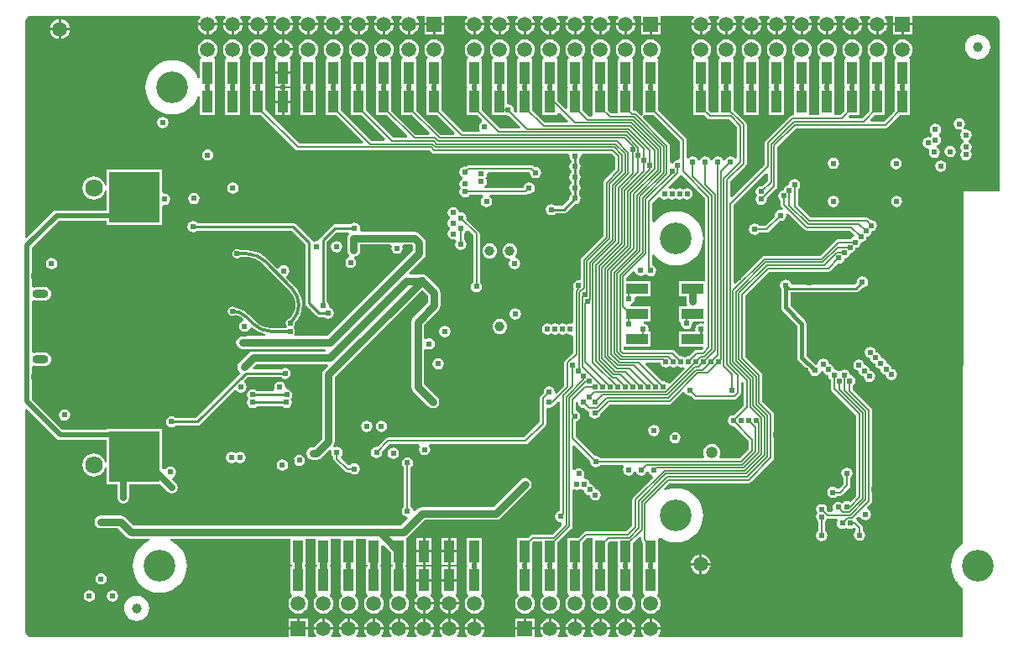
<source format=gbl>
G04 Layer_Physical_Order=4*
G04 Layer_Color=16711680*
%FSLAX24Y24*%
%MOIN*%
G70*
G01*
G75*
%ADD10C,0.0060*%
%ADD12C,0.0138*%
%ADD13C,0.0150*%
%ADD24C,0.0394*%
%ADD27R,0.0402X0.0862*%
%ADD60C,0.0100*%
%ADD61C,0.0300*%
%ADD62C,0.0200*%
%ADD65C,0.0250*%
%ADD68C,0.0469*%
%ADD69C,0.0591*%
%ADD70C,0.0390*%
%ADD71O,0.0630X0.0354*%
%ADD72R,0.0591X0.0591*%
%ADD73C,0.0701*%
%ADD74C,0.1260*%
%ADD75C,0.0240*%
%ADD76C,0.0260*%
%ADD77C,0.1969*%
%ADD78R,0.0874X0.0402*%
%ADD79R,0.2000X0.2000*%
G04:AMPARAMS|DCode=80|XSize=393.7mil|YSize=393.7mil|CornerRadius=98.4mil|HoleSize=0mil|Usage=FLASHONLY|Rotation=270.000|XOffset=0mil|YOffset=0mil|HoleType=Round|Shape=RoundedRectangle|*
%AMROUNDEDRECTD80*
21,1,0.3937,0.1969,0,0,270.0*
21,1,0.1969,0.3937,0,0,270.0*
1,1,0.1969,-0.0984,-0.0984*
1,1,0.1969,-0.0984,0.0984*
1,1,0.1969,0.0984,0.0984*
1,1,0.1969,0.0984,-0.0984*
%
%ADD80ROUNDEDRECTD80*%
G36*
X38691Y24821D02*
X38772Y24767D01*
X38826Y24686D01*
X38830Y24666D01*
X38842Y24591D01*
X38842Y24511D01*
X38842Y24511D01*
Y17891D01*
X38826Y17871D01*
X37397D01*
X37395Y3884D01*
X37362Y3863D01*
X37233Y3753D01*
X37123Y3624D01*
X37035Y3480D01*
X36970Y3324D01*
X36930Y3159D01*
X36917Y2991D01*
X36930Y2822D01*
X36970Y2657D01*
X37035Y2501D01*
X37123Y2357D01*
X37233Y2228D01*
X37362Y2118D01*
X37395Y2098D01*
X37395Y144D01*
X25324D01*
X25304Y171D01*
X25289Y224D01*
X25341Y291D01*
X25380Y387D01*
X25387Y441D01*
X24603D01*
X24610Y387D01*
X24650Y291D01*
X24702Y224D01*
X24687Y171D01*
X24667Y144D01*
X24324D01*
X24304Y171D01*
X24289Y224D01*
X24341Y291D01*
X24380Y387D01*
X24387Y441D01*
X23603D01*
X23610Y387D01*
X23650Y291D01*
X23702Y224D01*
X23687Y171D01*
X23667Y144D01*
X23324D01*
X23304Y171D01*
X23289Y224D01*
X23341Y291D01*
X23380Y387D01*
X23387Y441D01*
X22603D01*
X22610Y387D01*
X22650Y291D01*
X22702Y224D01*
X22687Y171D01*
X22667Y144D01*
X22324D01*
X22304Y171D01*
X22289Y224D01*
X22341Y291D01*
X22380Y387D01*
X22387Y441D01*
X21603D01*
X21610Y387D01*
X21650Y291D01*
X21702Y224D01*
X21687Y171D01*
X21667Y144D01*
X21324D01*
X21304Y171D01*
X21289Y224D01*
X21341Y291D01*
X21380Y387D01*
X21387Y441D01*
X20603D01*
X20610Y387D01*
X20650Y291D01*
X20702Y224D01*
X20687Y171D01*
X20667Y144D01*
X20391D01*
Y441D01*
X19600D01*
Y144D01*
X18324D01*
X18304Y171D01*
X18289Y224D01*
X18341Y291D01*
X18380Y387D01*
X18387Y441D01*
X17603D01*
X17610Y387D01*
X17650Y291D01*
X17702Y224D01*
X17687Y171D01*
X17667Y144D01*
X17324D01*
X17304Y171D01*
X17289Y224D01*
X17341Y291D01*
X17380Y387D01*
X17387Y441D01*
X16603D01*
X16610Y387D01*
X16650Y291D01*
X16702Y224D01*
X16687Y171D01*
X16667Y144D01*
X16324D01*
X16304Y171D01*
X16289Y224D01*
X16341Y291D01*
X16380Y387D01*
X16387Y441D01*
X15603D01*
X15610Y387D01*
X15650Y291D01*
X15702Y224D01*
X15687Y171D01*
X15667Y144D01*
X15324D01*
X15304Y171D01*
X15289Y224D01*
X15341Y291D01*
X15380Y387D01*
X15387Y441D01*
X14603D01*
X14610Y387D01*
X14650Y291D01*
X14702Y224D01*
X14687Y171D01*
X14667Y144D01*
X14324D01*
X14304Y171D01*
X14289Y224D01*
X14341Y291D01*
X14380Y387D01*
X14387Y441D01*
X13603D01*
X13610Y387D01*
X13650Y291D01*
X13702Y224D01*
X13687Y171D01*
X13667Y144D01*
X13324D01*
X13304Y171D01*
X13289Y224D01*
X13341Y291D01*
X13380Y387D01*
X13387Y441D01*
X12603D01*
X12610Y387D01*
X12650Y291D01*
X12702Y224D01*
X12687Y171D01*
X12667Y144D01*
X12324D01*
X12304Y171D01*
X12289Y224D01*
X12341Y291D01*
X12380Y387D01*
X12387Y441D01*
X11603D01*
X11610Y387D01*
X11650Y291D01*
X11702Y224D01*
X11687Y171D01*
X11667Y144D01*
X11391D01*
Y441D01*
X10600D01*
Y144D01*
X395D01*
X388Y142D01*
X300Y160D01*
X219Y214D01*
X165Y295D01*
X147Y384D01*
X148Y391D01*
X148Y9185D01*
X222Y9215D01*
X1391Y8046D01*
X1457Y8002D01*
X1535Y7987D01*
X3395D01*
Y7104D01*
X3315Y7099D01*
X3314Y7108D01*
X3269Y7218D01*
X3196Y7312D01*
X3102Y7384D01*
X2993Y7429D01*
X2875Y7445D01*
X2758Y7429D01*
X2648Y7384D01*
X2554Y7312D01*
X2482Y7218D01*
X2436Y7108D01*
X2421Y6991D01*
X2436Y6873D01*
X2482Y6764D01*
X2554Y6669D01*
X2648Y6597D01*
X2758Y6552D01*
X2875Y6536D01*
X2993Y6552D01*
X3102Y6597D01*
X3196Y6669D01*
X3269Y6764D01*
X3314Y6873D01*
X3315Y6883D01*
X3395Y6878D01*
Y6235D01*
X3816D01*
Y5687D01*
X3833Y5599D01*
X3883Y5524D01*
X3958Y5475D01*
X4045Y5457D01*
X4133Y5475D01*
X4208Y5524D01*
X4257Y5599D01*
X4275Y5687D01*
Y6235D01*
X5507D01*
X5813Y5928D01*
X5888Y5879D01*
X5975Y5861D01*
X6063Y5879D01*
X6138Y5928D01*
X6187Y6003D01*
X6205Y6091D01*
X6187Y6178D01*
X6138Y6253D01*
X5974Y6416D01*
X6000Y6503D01*
X6001Y6503D01*
X6074Y6552D01*
X6123Y6625D01*
X6140Y6711D01*
X6123Y6796D01*
X6074Y6869D01*
X6001Y6918D01*
X5915Y6935D01*
X5830Y6918D01*
X5757Y6869D01*
X5730Y6830D01*
X5641Y6813D01*
X5632Y6815D01*
X5595Y6844D01*
Y8435D01*
X3395D01*
Y8395D01*
X1620D01*
X419Y9595D01*
Y10897D01*
X448Y10921D01*
X499Y10943D01*
X550Y10921D01*
X623Y10912D01*
X898D01*
X971Y10921D01*
X1038Y10949D01*
X1096Y10994D01*
X1141Y11052D01*
X1168Y11119D01*
X1178Y11191D01*
X1168Y11264D01*
X1141Y11331D01*
X1096Y11389D01*
X1038Y11434D01*
X971Y11461D01*
X898Y11471D01*
X623D01*
X550Y11461D01*
X499Y11440D01*
X448Y11462D01*
X419Y11485D01*
Y13496D01*
X448Y13519D01*
X499Y13541D01*
X550Y13520D01*
X623Y13510D01*
X898D01*
X971Y13520D01*
X1038Y13548D01*
X1096Y13592D01*
X1141Y13650D01*
X1168Y13718D01*
X1178Y13790D01*
X1168Y13862D01*
X1141Y13930D01*
X1096Y13988D01*
X1038Y14032D01*
X971Y14060D01*
X898Y14069D01*
X623D01*
X550Y14060D01*
X499Y14039D01*
X448Y14060D01*
X419Y14084D01*
Y15626D01*
X1490Y16697D01*
X3395D01*
Y16535D01*
X5595D01*
Y17253D01*
X5675Y17318D01*
X5685Y17316D01*
X5771Y17333D01*
X5844Y17382D01*
X5893Y17455D01*
X5910Y17541D01*
X5893Y17626D01*
X5844Y17699D01*
X5771Y17748D01*
X5685Y17765D01*
X5675Y17763D01*
X5595Y17829D01*
Y18735D01*
X3395D01*
Y18104D01*
X3315Y18099D01*
X3314Y18108D01*
X3269Y18218D01*
X3196Y18312D01*
X3102Y18384D01*
X2993Y18429D01*
X2875Y18445D01*
X2758Y18429D01*
X2648Y18384D01*
X2554Y18312D01*
X2482Y18218D01*
X2436Y18108D01*
X2421Y17991D01*
X2436Y17873D01*
X2482Y17764D01*
X2554Y17669D01*
X2648Y17597D01*
X2758Y17552D01*
X2875Y17536D01*
X2993Y17552D01*
X3102Y17597D01*
X3196Y17669D01*
X3269Y17764D01*
X3314Y17873D01*
X3315Y17883D01*
X3395Y17878D01*
Y17105D01*
X1405D01*
X1327Y17089D01*
X1261Y17045D01*
X222Y16006D01*
X148Y16036D01*
X148Y24601D01*
X147Y24605D01*
X164Y24689D01*
X217Y24769D01*
X297Y24822D01*
X318Y24826D01*
X393Y24838D01*
X395Y24838D01*
X473Y24838D01*
X7067D01*
X7087Y24810D01*
X7102Y24758D01*
X7050Y24690D01*
X7010Y24594D01*
X7003Y24541D01*
X7787D01*
X7780Y24594D01*
X7741Y24690D01*
X7689Y24758D01*
X7704Y24810D01*
X7724Y24838D01*
X8067D01*
X8087Y24810D01*
X8102Y24758D01*
X8050Y24690D01*
X8010Y24594D01*
X8003Y24541D01*
X8787D01*
X8780Y24594D01*
X8741Y24690D01*
X8689Y24758D01*
X8704Y24810D01*
X8724Y24838D01*
X9067D01*
X9087Y24810D01*
X9102Y24758D01*
X9050Y24690D01*
X9010Y24594D01*
X9003Y24541D01*
X9787D01*
X9780Y24594D01*
X9741Y24690D01*
X9689Y24758D01*
X9704Y24810D01*
X9724Y24838D01*
X10067D01*
X10087Y24810D01*
X10102Y24758D01*
X10050Y24690D01*
X10010Y24594D01*
X10003Y24541D01*
X10787D01*
X10780Y24594D01*
X10741Y24690D01*
X10689Y24758D01*
X10704Y24810D01*
X10724Y24838D01*
X11067D01*
X11087Y24810D01*
X11102Y24758D01*
X11050Y24690D01*
X11010Y24594D01*
X11003Y24541D01*
X11787D01*
X11780Y24594D01*
X11741Y24690D01*
X11689Y24758D01*
X11704Y24810D01*
X11724Y24838D01*
X12067D01*
X12087Y24810D01*
X12102Y24758D01*
X12050Y24690D01*
X12010Y24594D01*
X12003Y24541D01*
X12787D01*
X12780Y24594D01*
X12741Y24690D01*
X12689Y24758D01*
X12704Y24810D01*
X12724Y24838D01*
X13067D01*
X13087Y24810D01*
X13102Y24758D01*
X13050Y24690D01*
X13010Y24594D01*
X13003Y24541D01*
X13787D01*
X13780Y24594D01*
X13741Y24690D01*
X13689Y24758D01*
X13704Y24810D01*
X13724Y24838D01*
X14067D01*
X14087Y24810D01*
X14102Y24758D01*
X14050Y24690D01*
X14010Y24594D01*
X14003Y24541D01*
X14787D01*
X14780Y24594D01*
X14741Y24690D01*
X14689Y24758D01*
X14704Y24810D01*
X14724Y24838D01*
X15067D01*
X15087Y24810D01*
X15102Y24758D01*
X15050Y24690D01*
X15010Y24594D01*
X15003Y24541D01*
X15787D01*
X15780Y24594D01*
X15741Y24690D01*
X15689Y24758D01*
X15704Y24810D01*
X15724Y24838D01*
X16000D01*
Y24541D01*
X16791D01*
Y24838D01*
X17667D01*
X17687Y24810D01*
X17702Y24758D01*
X17650Y24690D01*
X17610Y24594D01*
X17603Y24541D01*
X18387D01*
X18380Y24594D01*
X18341Y24690D01*
X18289Y24758D01*
X18304Y24810D01*
X18324Y24838D01*
X18667D01*
X18687Y24810D01*
X18702Y24758D01*
X18650Y24690D01*
X18610Y24594D01*
X18603Y24541D01*
X19387D01*
X19380Y24594D01*
X19341Y24690D01*
X19289Y24758D01*
X19304Y24810D01*
X19324Y24838D01*
X19667D01*
X19687Y24810D01*
X19702Y24758D01*
X19650Y24690D01*
X19610Y24594D01*
X19603Y24541D01*
X20387D01*
X20380Y24594D01*
X20341Y24690D01*
X20289Y24758D01*
X20304Y24810D01*
X20324Y24838D01*
X20667D01*
X20687Y24810D01*
X20702Y24758D01*
X20650Y24690D01*
X20610Y24594D01*
X20603Y24541D01*
X21387D01*
X21380Y24594D01*
X21341Y24690D01*
X21289Y24758D01*
X21304Y24810D01*
X21324Y24838D01*
X21667D01*
X21687Y24810D01*
X21702Y24758D01*
X21650Y24690D01*
X21610Y24594D01*
X21603Y24541D01*
X22387D01*
X22380Y24594D01*
X22341Y24690D01*
X22289Y24758D01*
X22304Y24810D01*
X22324Y24838D01*
X22667D01*
X22687Y24810D01*
X22702Y24758D01*
X22650Y24690D01*
X22610Y24594D01*
X22603Y24541D01*
X23387D01*
X23380Y24594D01*
X23341Y24690D01*
X23289Y24758D01*
X23304Y24810D01*
X23324Y24838D01*
X23667D01*
X23687Y24810D01*
X23702Y24758D01*
X23650Y24690D01*
X23610Y24594D01*
X23603Y24541D01*
X24387D01*
X24380Y24594D01*
X24341Y24690D01*
X24289Y24758D01*
X24304Y24810D01*
X24324Y24838D01*
X24600D01*
Y24541D01*
X25391D01*
Y24838D01*
X26667D01*
X26687Y24810D01*
X26702Y24758D01*
X26650Y24690D01*
X26610Y24594D01*
X26603Y24541D01*
X27387D01*
X27380Y24594D01*
X27341Y24690D01*
X27289Y24758D01*
X27304Y24810D01*
X27324Y24838D01*
X27667D01*
X27687Y24810D01*
X27702Y24758D01*
X27650Y24690D01*
X27610Y24594D01*
X27603Y24541D01*
X28387D01*
X28380Y24594D01*
X28341Y24690D01*
X28289Y24758D01*
X28304Y24810D01*
X28324Y24838D01*
X28667D01*
X28687Y24810D01*
X28702Y24758D01*
X28650Y24690D01*
X28610Y24594D01*
X28603Y24541D01*
X29387D01*
X29380Y24594D01*
X29341Y24690D01*
X29289Y24758D01*
X29304Y24810D01*
X29324Y24838D01*
X29667D01*
X29687Y24810D01*
X29702Y24758D01*
X29650Y24690D01*
X29610Y24594D01*
X29603Y24541D01*
X30387D01*
X30380Y24594D01*
X30341Y24690D01*
X30289Y24758D01*
X30304Y24810D01*
X30324Y24838D01*
X30667D01*
X30687Y24810D01*
X30702Y24758D01*
X30650Y24690D01*
X30610Y24594D01*
X30603Y24541D01*
X31387D01*
X31380Y24594D01*
X31341Y24690D01*
X31289Y24758D01*
X31304Y24810D01*
X31324Y24838D01*
X31667D01*
X31687Y24810D01*
X31702Y24758D01*
X31650Y24690D01*
X31610Y24594D01*
X31603Y24541D01*
X32387D01*
X32380Y24594D01*
X32341Y24690D01*
X32289Y24758D01*
X32304Y24810D01*
X32324Y24838D01*
X32667D01*
X32687Y24810D01*
X32702Y24758D01*
X32650Y24690D01*
X32610Y24594D01*
X32603Y24541D01*
X33387D01*
X33380Y24594D01*
X33341Y24690D01*
X33289Y24758D01*
X33304Y24810D01*
X33324Y24838D01*
X33667D01*
X33687Y24810D01*
X33702Y24758D01*
X33650Y24690D01*
X33610Y24594D01*
X33603Y24541D01*
X34387D01*
X34380Y24594D01*
X34341Y24690D01*
X34289Y24758D01*
X34304Y24810D01*
X34324Y24838D01*
X34600D01*
Y24541D01*
X35391D01*
Y24838D01*
X38595D01*
X38602Y24839D01*
X38691Y24821D01*
D02*
G37*
%LPC*%
G36*
X10359Y7217D02*
X10273Y7200D01*
X10201Y7151D01*
X10152Y7079D01*
X10135Y6993D01*
X10152Y6907D01*
X10201Y6834D01*
X10273Y6786D01*
X10359Y6769D01*
X10445Y6786D01*
X10518Y6834D01*
X10566Y6907D01*
X10584Y6993D01*
X10566Y7079D01*
X10518Y7151D01*
X10445Y7200D01*
X10359Y7217D01*
D02*
G37*
G36*
X11031Y7405D02*
X10946Y7388D01*
X10873Y7339D01*
X10824Y7266D01*
X10807Y7181D01*
X10824Y7095D01*
X10873Y7022D01*
X10946Y6973D01*
X11031Y6956D01*
X11117Y6973D01*
X11190Y7022D01*
X11239Y7095D01*
X11256Y7181D01*
X11239Y7266D01*
X11190Y7339D01*
X11117Y7388D01*
X11031Y7405D01*
D02*
G37*
G36*
X32787Y6892D02*
X32701Y6874D01*
X32628Y6826D01*
X32579Y6753D01*
X32562Y6667D01*
X32579Y6581D01*
X32628Y6509D01*
X32654Y6491D01*
Y6231D01*
X32471Y6048D01*
X32387Y6053D01*
X32381Y6063D01*
X32308Y6112D01*
X32222Y6129D01*
X32136Y6112D01*
X32063Y6063D01*
X32015Y5990D01*
X31998Y5905D01*
X32015Y5819D01*
X32063Y5746D01*
X32136Y5697D01*
X32222Y5680D01*
X32308Y5697D01*
X32381Y5746D01*
X32398Y5772D01*
X32515D01*
X32566Y5782D01*
X32609Y5811D01*
X32880Y6082D01*
X32909Y6125D01*
X32919Y6176D01*
Y6491D01*
X32945Y6509D01*
X32994Y6581D01*
X33011Y6667D01*
X32994Y6753D01*
X32945Y6826D01*
X32872Y6874D01*
X32787Y6892D01*
D02*
G37*
G36*
X17296Y4099D02*
X17045D01*
Y3617D01*
X17296D01*
Y4099D01*
D02*
G37*
G36*
X15325Y7299D02*
X15240Y7282D01*
X15167Y7233D01*
X15118Y7160D01*
X15101Y7075D01*
X15118Y6989D01*
X15167Y6916D01*
X15193Y6899D01*
Y5331D01*
X15167Y5313D01*
X15118Y5240D01*
X15101Y5155D01*
X15118Y5069D01*
X15167Y4996D01*
X15240Y4947D01*
X15305Y4934D01*
X15333Y4878D01*
X15337Y4853D01*
X15060Y4576D01*
X4451D01*
X4110Y4917D01*
X4027Y4972D01*
X3930Y4991D01*
X3160D01*
X3062Y4972D01*
X2979Y4917D01*
X2924Y4834D01*
X2905Y4736D01*
X2924Y4639D01*
X2979Y4556D01*
X3062Y4501D01*
X3160Y4482D01*
X3824D01*
X4165Y4140D01*
X4248Y4085D01*
X4345Y4066D01*
X5073D01*
X5089Y3986D01*
X5006Y3951D01*
X4862Y3863D01*
X4733Y3753D01*
X4623Y3624D01*
X4535Y3480D01*
X4470Y3324D01*
X4430Y3159D01*
X4417Y2991D01*
X4430Y2822D01*
X4470Y2657D01*
X4535Y2501D01*
X4623Y2357D01*
X4733Y2228D01*
X4862Y2118D01*
X5006Y2030D01*
X5162Y1965D01*
X5327Y1926D01*
X5495Y1912D01*
X5664Y1926D01*
X5829Y1965D01*
X5985Y2030D01*
X6129Y2118D01*
X6258Y2228D01*
X6368Y2357D01*
X6456Y2501D01*
X6521Y2657D01*
X6560Y2822D01*
X6574Y2991D01*
X6560Y3159D01*
X6521Y3324D01*
X6456Y3480D01*
X6368Y3624D01*
X6258Y3753D01*
X6129Y3863D01*
X5985Y3951D01*
X5902Y3986D01*
X5918Y4066D01*
X10695D01*
Y3036D01*
X10740D01*
Y2945D01*
X10695D01*
Y1883D01*
X10726D01*
X10753Y1803D01*
X10713Y1773D01*
X10650Y1690D01*
X10610Y1594D01*
X10597Y1491D01*
X10610Y1387D01*
X10650Y1291D01*
X10713Y1209D01*
X10796Y1145D01*
X10892Y1106D01*
X10995Y1092D01*
X11099Y1106D01*
X11195Y1145D01*
X11277Y1209D01*
X11341Y1291D01*
X11380Y1387D01*
X11394Y1491D01*
X11380Y1594D01*
X11341Y1690D01*
X11277Y1773D01*
X11238Y1803D01*
X11265Y1883D01*
X11296D01*
Y2945D01*
X11250D01*
Y3036D01*
X11296D01*
Y4066D01*
X11695D01*
Y3036D01*
X11740D01*
Y2945D01*
X11695D01*
Y1883D01*
X11726D01*
X11753Y1803D01*
X11713Y1773D01*
X11650Y1690D01*
X11610Y1594D01*
X11597Y1491D01*
X11610Y1387D01*
X11650Y1291D01*
X11713Y1209D01*
X11796Y1145D01*
X11892Y1106D01*
X11995Y1092D01*
X12099Y1106D01*
X12195Y1145D01*
X12277Y1209D01*
X12341Y1291D01*
X12380Y1387D01*
X12394Y1491D01*
X12380Y1594D01*
X12341Y1690D01*
X12277Y1773D01*
X12238Y1803D01*
X12265Y1883D01*
X12296D01*
Y2945D01*
X12250D01*
Y3036D01*
X12296D01*
Y4066D01*
X12695D01*
Y3036D01*
X12695D01*
X12706Y2991D01*
X12695Y2945D01*
X12695D01*
Y1883D01*
X12726D01*
X12753Y1803D01*
X12713Y1773D01*
X12650Y1690D01*
X12610Y1594D01*
X12597Y1491D01*
X12610Y1387D01*
X12650Y1291D01*
X12713Y1209D01*
X12796Y1145D01*
X12892Y1106D01*
X12995Y1092D01*
X13099Y1106D01*
X13195Y1145D01*
X13277Y1209D01*
X13341Y1291D01*
X13380Y1387D01*
X13394Y1491D01*
X13380Y1594D01*
X13341Y1690D01*
X13277Y1773D01*
X13238Y1803D01*
X13265Y1883D01*
X13296D01*
Y2945D01*
X13296D01*
X13285Y2991D01*
X13296Y3036D01*
X13296D01*
Y4066D01*
X13695D01*
Y3036D01*
X13740D01*
Y2945D01*
X13695D01*
Y1883D01*
X13726D01*
X13753Y1803D01*
X13713Y1773D01*
X13650Y1690D01*
X13610Y1594D01*
X13597Y1491D01*
X13610Y1387D01*
X13650Y1291D01*
X13713Y1209D01*
X13796Y1145D01*
X13892Y1106D01*
X13995Y1092D01*
X14099Y1106D01*
X14195Y1145D01*
X14277Y1209D01*
X14341Y1291D01*
X14380Y1387D01*
X14394Y1491D01*
X14380Y1594D01*
X14341Y1690D01*
X14277Y1773D01*
X14238Y1803D01*
X14265Y1883D01*
X14296D01*
Y2945D01*
X14250D01*
Y3036D01*
X14296D01*
Y3802D01*
X14370Y3832D01*
X14695Y3508D01*
Y3036D01*
X14740D01*
Y2945D01*
X14695D01*
Y1883D01*
X14726D01*
X14753Y1803D01*
X14713Y1773D01*
X14650Y1690D01*
X14610Y1594D01*
X14597Y1491D01*
X14610Y1387D01*
X14650Y1291D01*
X14713Y1209D01*
X14796Y1145D01*
X14892Y1106D01*
X14995Y1092D01*
X15099Y1106D01*
X15195Y1145D01*
X15277Y1209D01*
X15341Y1291D01*
X15380Y1387D01*
X15394Y1491D01*
X15380Y1594D01*
X15341Y1690D01*
X15277Y1773D01*
X15238Y1803D01*
X15265Y1883D01*
X15296D01*
Y2945D01*
X15250D01*
Y3036D01*
X15296D01*
Y4099D01*
X15340Y4136D01*
X15343Y4139D01*
X15346Y4140D01*
X16021Y4816D01*
X18851D01*
X18949Y4835D01*
X19032Y4890D01*
X20186Y6044D01*
X20241Y6127D01*
X20260Y6225D01*
X20241Y6322D01*
X20186Y6405D01*
X20103Y6460D01*
X20005Y6480D01*
X19908Y6460D01*
X19825Y6405D01*
X18746Y5326D01*
X15915D01*
X15818Y5306D01*
X15735Y5251D01*
X15627Y5143D01*
X15602Y5147D01*
X15546Y5175D01*
X15533Y5240D01*
X15484Y5313D01*
X15458Y5331D01*
Y6899D01*
X15484Y6916D01*
X15533Y6989D01*
X15550Y7075D01*
X15533Y7160D01*
X15484Y7233D01*
X15411Y7282D01*
X15325Y7299D01*
D02*
G37*
G36*
X14296Y8753D02*
X14210Y8736D01*
X14138Y8687D01*
X14089Y8614D01*
X14072Y8528D01*
X14089Y8443D01*
X14138Y8370D01*
X14210Y8321D01*
X14296Y8304D01*
X14382Y8321D01*
X14455Y8370D01*
X14503Y8443D01*
X14521Y8528D01*
X14503Y8614D01*
X14455Y8687D01*
X14382Y8736D01*
X14296Y8753D01*
D02*
G37*
G36*
X1705Y9199D02*
X1620Y9182D01*
X1547Y9133D01*
X1498Y9060D01*
X1481Y8975D01*
X1498Y8889D01*
X1547Y8816D01*
X1620Y8767D01*
X1705Y8750D01*
X1791Y8767D01*
X1864Y8816D01*
X1913Y8889D01*
X1930Y8975D01*
X1913Y9060D01*
X1864Y9133D01*
X1791Y9182D01*
X1705Y9199D01*
D02*
G37*
G36*
X13706Y8753D02*
X13620Y8736D01*
X13547Y8687D01*
X13498Y8614D01*
X13481Y8528D01*
X13498Y8443D01*
X13547Y8370D01*
X13620Y8321D01*
X13706Y8304D01*
X13792Y8321D01*
X13864Y8370D01*
X13913Y8443D01*
X13930Y8528D01*
X13913Y8614D01*
X13864Y8687D01*
X13792Y8736D01*
X13706Y8753D01*
D02*
G37*
G36*
X14765Y7675D02*
X14680Y7658D01*
X14607Y7609D01*
X14558Y7536D01*
X14541Y7451D01*
X14558Y7365D01*
X14607Y7292D01*
X14680Y7243D01*
X14765Y7226D01*
X14851Y7243D01*
X14924Y7292D01*
X14973Y7365D01*
X14990Y7451D01*
X14973Y7536D01*
X14924Y7609D01*
X14851Y7658D01*
X14765Y7675D01*
D02*
G37*
G36*
X8679Y7508D02*
X8593Y7491D01*
X8575Y7479D01*
X8511Y7447D01*
X8448Y7479D01*
X8430Y7491D01*
X8344Y7508D01*
X8258Y7491D01*
X8185Y7442D01*
X8137Y7370D01*
X8120Y7284D01*
X8137Y7198D01*
X8185Y7125D01*
X8258Y7077D01*
X8344Y7059D01*
X8430Y7077D01*
X8448Y7089D01*
X8511Y7121D01*
X8575Y7089D01*
X8593Y7077D01*
X8679Y7059D01*
X8765Y7077D01*
X8837Y7125D01*
X8886Y7198D01*
X8903Y7284D01*
X8886Y7370D01*
X8837Y7442D01*
X8765Y7491D01*
X8679Y7508D01*
D02*
G37*
G36*
X16945Y4099D02*
X16695D01*
Y3617D01*
X16945D01*
Y4099D01*
D02*
G37*
G36*
X16296Y3517D02*
X16045D01*
Y3036D01*
X16296D01*
Y3517D01*
D02*
G37*
G36*
X16945D02*
X16695D01*
Y3036D01*
X16945D01*
Y3517D01*
D02*
G37*
G36*
X15945D02*
X15695D01*
Y3036D01*
X15945D01*
Y3517D01*
D02*
G37*
G36*
X26925Y3001D02*
X26583D01*
X26590Y2947D01*
X26630Y2851D01*
X26693Y2769D01*
X26776Y2705D01*
X26872Y2666D01*
X26925Y2659D01*
Y3001D01*
D02*
G37*
G36*
X27367D02*
X27025D01*
Y2659D01*
X27079Y2666D01*
X27175Y2705D01*
X27257Y2769D01*
X27321Y2851D01*
X27360Y2947D01*
X27367Y3001D01*
D02*
G37*
G36*
X15945Y4099D02*
X15695D01*
Y3617D01*
X15945D01*
Y4099D01*
D02*
G37*
G36*
X16296D02*
X16045D01*
Y3617D01*
X16296D01*
Y4099D01*
D02*
G37*
G36*
X27025Y3443D02*
Y3101D01*
X27367D01*
X27360Y3154D01*
X27321Y3250D01*
X27257Y3333D01*
X27175Y3396D01*
X27079Y3436D01*
X27025Y3443D01*
D02*
G37*
G36*
X17296Y3517D02*
X17045D01*
Y3036D01*
X17296D01*
Y3517D01*
D02*
G37*
G36*
X26925Y3443D02*
X26872Y3436D01*
X26776Y3396D01*
X26693Y3333D01*
X26630Y3250D01*
X26590Y3154D01*
X26583Y3101D01*
X26925D01*
Y3443D01*
D02*
G37*
G36*
X1195Y15209D02*
X1110Y15192D01*
X1037Y15143D01*
X988Y15070D01*
X971Y14985D01*
X988Y14899D01*
X1037Y14826D01*
X1110Y14777D01*
X1195Y14760D01*
X1281Y14777D01*
X1354Y14826D01*
X1403Y14899D01*
X1420Y14985D01*
X1403Y15070D01*
X1354Y15143D01*
X1281Y15192D01*
X1195Y15209D01*
D02*
G37*
G36*
X19395Y15788D02*
X19318Y15778D01*
X19247Y15748D01*
X19185Y15701D01*
X19138Y15639D01*
X19108Y15568D01*
X19098Y15491D01*
X19108Y15414D01*
X19138Y15342D01*
X19185Y15280D01*
X19247Y15233D01*
X19318Y15203D01*
X19365Y15197D01*
X19402Y15129D01*
X19403Y15114D01*
X19378Y15076D01*
X19361Y14991D01*
X19378Y14905D01*
X19427Y14832D01*
X19500Y14783D01*
X19585Y14766D01*
X19671Y14783D01*
X19744Y14832D01*
X19793Y14905D01*
X19810Y14991D01*
X19793Y15076D01*
X19744Y15149D01*
X19671Y15198D01*
X19638Y15204D01*
X19621Y15246D01*
X19614Y15291D01*
X19653Y15342D01*
X19683Y15414D01*
X19693Y15491D01*
X19683Y15568D01*
X19653Y15639D01*
X19606Y15701D01*
X19544Y15748D01*
X19472Y15778D01*
X19395Y15788D01*
D02*
G37*
G36*
X33390Y14481D02*
X33304Y14463D01*
X33231Y14415D01*
X33183Y14342D01*
X33166Y14256D01*
X33167Y14250D01*
X33067Y14149D01*
X30571D01*
X30559Y14210D01*
X30510Y14282D01*
X30437Y14331D01*
X30352Y14348D01*
X30266Y14331D01*
X30193Y14282D01*
X30144Y14210D01*
X30127Y14124D01*
X30144Y14038D01*
X30173Y13995D01*
Y13243D01*
X30187Y13175D01*
X30225Y13117D01*
X30812Y12530D01*
Y11266D01*
X30826Y11197D01*
X30864Y11140D01*
X31293Y10711D01*
X31303Y10660D01*
X31351Y10588D01*
X31424Y10539D01*
X31510Y10522D01*
X31596Y10539D01*
X31669Y10588D01*
X31717Y10660D01*
X31720Y10674D01*
X31803Y10725D01*
X31842Y10711D01*
X31844Y10708D01*
X31848Y10689D01*
X31897Y10616D01*
X31970Y10567D01*
X32041Y10553D01*
X32058Y10469D01*
X32107Y10396D01*
X32133Y10379D01*
Y10033D01*
X32143Y9982D01*
X32172Y9939D01*
X33153Y8958D01*
Y5770D01*
X32900Y5516D01*
X32861Y5542D01*
X32775Y5559D01*
X32690Y5542D01*
X32617Y5493D01*
X32615Y5490D01*
X32591Y5473D01*
X32518Y5522D01*
X32432Y5539D01*
X32346Y5522D01*
X32273Y5473D01*
X32225Y5400D01*
X32208Y5315D01*
X32225Y5229D01*
X32233Y5217D01*
X32190Y5137D01*
X32057D01*
X31990Y5204D01*
X31996Y5235D01*
X31979Y5320D01*
X31931Y5393D01*
X31858Y5442D01*
X31772Y5459D01*
X31686Y5442D01*
X31613Y5393D01*
X31565Y5320D01*
X31548Y5235D01*
X31565Y5149D01*
X31608Y5085D01*
X31565Y5020D01*
X31548Y4935D01*
X31565Y4849D01*
X31613Y4776D01*
X31639Y4759D01*
Y4365D01*
X31617Y4350D01*
X31568Y4277D01*
X31551Y4191D01*
X31568Y4105D01*
X31617Y4032D01*
X31690Y3984D01*
X31776Y3967D01*
X31861Y3984D01*
X31934Y4032D01*
X31983Y4105D01*
X32000Y4191D01*
X31983Y4277D01*
X31934Y4350D01*
X31905Y4369D01*
Y4759D01*
X31931Y4776D01*
X31979Y4849D01*
X31985Y4876D01*
X32002Y4872D01*
X32373D01*
X32416Y4792D01*
X32395Y4760D01*
X32378Y4675D01*
X32395Y4589D01*
X32443Y4516D01*
X32516Y4467D01*
X32602Y4450D01*
X32688Y4467D01*
X32752Y4510D01*
X32816Y4467D01*
X32902Y4450D01*
X32988Y4467D01*
X33061Y4516D01*
X33063Y4516D01*
X33131Y4448D01*
X33127Y4360D01*
X33078Y4287D01*
X33061Y4201D01*
X33078Y4115D01*
X33127Y4042D01*
X33200Y3994D01*
X33286Y3977D01*
X33371Y3994D01*
X33444Y4042D01*
X33493Y4115D01*
X33510Y4201D01*
X33493Y4287D01*
X33444Y4360D01*
X33418Y4377D01*
Y4481D01*
X33408Y4532D01*
X33379Y4575D01*
X33186Y4768D01*
X33164Y4783D01*
X33145Y4856D01*
X33146Y4878D01*
X33229Y4961D01*
X33314Y4939D01*
X33317Y4936D01*
X33363Y4866D01*
X33436Y4817D01*
X33522Y4800D01*
X33608Y4817D01*
X33681Y4866D01*
X33729Y4939D01*
X33746Y5025D01*
X33729Y5110D01*
X33681Y5183D01*
X33611Y5230D01*
X33608Y5233D01*
X33586Y5318D01*
X33739Y5471D01*
X33768Y5514D01*
X33778Y5565D01*
Y9169D01*
X33768Y9220D01*
X33739Y9263D01*
X33028Y9974D01*
Y10159D01*
X33054Y10176D01*
X33103Y10249D01*
X33120Y10335D01*
X33103Y10420D01*
X33054Y10493D01*
X32981Y10542D01*
X32909Y10556D01*
X32893Y10640D01*
X32844Y10713D01*
X32771Y10762D01*
X32685Y10779D01*
X32600Y10762D01*
X32527Y10713D01*
X32523Y10708D01*
X32427D01*
X32424Y10713D01*
X32351Y10762D01*
X32279Y10776D01*
X32263Y10860D01*
X32214Y10933D01*
X32141Y10982D01*
X32069Y10996D01*
X32053Y11081D01*
X32004Y11154D01*
X31931Y11202D01*
X31845Y11219D01*
X31760Y11202D01*
X31687Y11154D01*
X31638Y11081D01*
X31627Y11023D01*
X31613Y10992D01*
X31538Y10970D01*
X31169Y11340D01*
Y12604D01*
X31169Y12604D01*
X31155Y12672D01*
X31117Y12730D01*
X30530Y13317D01*
Y13843D01*
X33134D01*
X33193Y13855D01*
X33242Y13888D01*
X33250Y13900D01*
X33383Y14033D01*
X33390Y14032D01*
X33476Y14049D01*
X33549Y14098D01*
X33597Y14170D01*
X33614Y14256D01*
X33597Y14342D01*
X33549Y14415D01*
X33476Y14463D01*
X33390Y14481D01*
D02*
G37*
G36*
X19605Y13215D02*
X19520Y13198D01*
X19447Y13149D01*
X19398Y13076D01*
X19381Y12991D01*
X19398Y12905D01*
X19447Y12832D01*
X19520Y12783D01*
X19605Y12766D01*
X19691Y12783D01*
X19764Y12832D01*
X19813Y12905D01*
X19830Y12991D01*
X19813Y13076D01*
X19764Y13149D01*
X19691Y13198D01*
X19605Y13215D01*
D02*
G37*
G36*
X17152Y17235D02*
X17066Y17218D01*
X16994Y17169D01*
X16945Y17096D01*
X16928Y17011D01*
X16945Y16925D01*
X16994Y16852D01*
X16998Y16849D01*
Y16753D01*
X16994Y16749D01*
X16945Y16676D01*
X16928Y16591D01*
X16945Y16505D01*
X16994Y16432D01*
X16998Y16429D01*
Y16333D01*
X16994Y16329D01*
X16945Y16256D01*
X16928Y16171D01*
X16945Y16085D01*
X16994Y16012D01*
X17066Y15963D01*
X17152Y15946D01*
X17229Y15962D01*
X17257Y15927D01*
X17274Y15895D01*
X17235Y15836D01*
X17218Y15751D01*
X17235Y15665D01*
X17284Y15592D01*
X17356Y15543D01*
X17442Y15526D01*
X17528Y15543D01*
X17601Y15592D01*
X17649Y15665D01*
X17667Y15751D01*
X17649Y15836D01*
X17601Y15909D01*
X17575Y15927D01*
Y16205D01*
X17601Y16222D01*
X17649Y16295D01*
X17736Y16319D01*
X17933Y16123D01*
Y14257D01*
X17907Y14239D01*
X17858Y14166D01*
X17841Y14081D01*
X17858Y13995D01*
X17907Y13922D01*
X17980Y13873D01*
X18065Y13856D01*
X18151Y13873D01*
X18224Y13922D01*
X18273Y13995D01*
X18290Y14081D01*
X18273Y14166D01*
X18224Y14239D01*
X18198Y14257D01*
Y16178D01*
X18188Y16228D01*
X18159Y16271D01*
X17660Y16770D01*
X17667Y16801D01*
X17649Y16886D01*
X17601Y16959D01*
X17528Y17008D01*
X17442Y17025D01*
X17376Y17012D01*
X17359Y17096D01*
X17311Y17169D01*
X17238Y17218D01*
X17152Y17235D01*
D02*
G37*
G36*
X34755Y17689D02*
X34670Y17672D01*
X34597Y17623D01*
X34548Y17550D01*
X34531Y17465D01*
X34548Y17379D01*
X34597Y17306D01*
X34670Y17257D01*
X34755Y17240D01*
X34841Y17257D01*
X34914Y17306D01*
X34963Y17379D01*
X34980Y17465D01*
X34963Y17550D01*
X34914Y17623D01*
X34841Y17672D01*
X34755Y17689D01*
D02*
G37*
G36*
X6845Y17805D02*
X6760Y17788D01*
X6687Y17739D01*
X6638Y17666D01*
X6621Y17581D01*
X6638Y17495D01*
X6687Y17422D01*
X6760Y17373D01*
X6845Y17356D01*
X6931Y17373D01*
X7004Y17422D01*
X7053Y17495D01*
X7070Y17581D01*
X7053Y17666D01*
X7004Y17739D01*
X6931Y17788D01*
X6845Y17805D01*
D02*
G37*
G36*
X32245Y17689D02*
X32160Y17672D01*
X32087Y17623D01*
X32038Y17550D01*
X32021Y17465D01*
X32038Y17379D01*
X32087Y17306D01*
X32160Y17257D01*
X32245Y17240D01*
X32331Y17257D01*
X32404Y17306D01*
X32453Y17379D01*
X32470Y17465D01*
X32453Y17550D01*
X32404Y17623D01*
X32331Y17672D01*
X32245Y17689D01*
D02*
G37*
G36*
X18595Y15788D02*
X18518Y15778D01*
X18447Y15748D01*
X18385Y15701D01*
X18338Y15639D01*
X18308Y15568D01*
X18298Y15491D01*
X18308Y15414D01*
X18338Y15342D01*
X18385Y15280D01*
X18447Y15233D01*
X18518Y15203D01*
X18595Y15193D01*
X18672Y15203D01*
X18744Y15233D01*
X18806Y15280D01*
X18853Y15342D01*
X18883Y15414D01*
X18893Y15491D01*
X18883Y15568D01*
X18853Y15639D01*
X18806Y15701D01*
X18744Y15748D01*
X18672Y15778D01*
X18595Y15788D01*
D02*
G37*
G36*
X12515Y15888D02*
X12430Y15871D01*
X12357Y15822D01*
X12308Y15750D01*
X12291Y15664D01*
X12308Y15578D01*
X12357Y15505D01*
X12430Y15457D01*
X12515Y15440D01*
X12601Y15457D01*
X12674Y15505D01*
X12723Y15578D01*
X12740Y15664D01*
X12723Y15750D01*
X12674Y15822D01*
X12601Y15871D01*
X12515Y15888D01*
D02*
G37*
G36*
X5480Y14556D02*
X4545D01*
Y12535D01*
X6567D01*
Y13469D01*
X6554Y13639D01*
X6514Y13805D01*
X6449Y13963D01*
X6360Y14108D01*
X6249Y14238D01*
X6119Y14349D01*
X5973Y14438D01*
X5816Y14503D01*
X5650Y14543D01*
X5480Y14556D01*
D02*
G37*
G36*
X4445Y12435D02*
X2423D01*
Y11500D01*
X2437Y11330D01*
X2477Y11164D01*
X2542Y11007D01*
X2631Y10861D01*
X2742Y10731D01*
X2872Y10620D01*
X3017Y10531D01*
X3175Y10466D01*
X3341Y10426D01*
X3511Y10413D01*
X4445D01*
Y12435D01*
D02*
G37*
G36*
X6567D02*
X4545D01*
Y10413D01*
X5480D01*
X5650Y10426D01*
X5816Y10466D01*
X5973Y10531D01*
X6119Y10620D01*
X6249Y10731D01*
X6360Y10861D01*
X6449Y11007D01*
X6514Y11164D01*
X6554Y11330D01*
X6567Y11500D01*
Y12435D01*
D02*
G37*
G36*
X33705Y11689D02*
X33620Y11672D01*
X33547Y11624D01*
X33498Y11551D01*
X33481Y11465D01*
X33498Y11379D01*
X33547Y11306D01*
X33620Y11258D01*
X33691Y11243D01*
X33708Y11159D01*
X33757Y11086D01*
X33830Y11038D01*
X33901Y11023D01*
X33918Y10939D01*
X33967Y10866D01*
X34040Y10818D01*
X34111Y10803D01*
X34128Y10719D01*
X34177Y10646D01*
X34250Y10598D01*
X34321Y10583D01*
X34338Y10499D01*
X34387Y10426D01*
X34460Y10378D01*
X34545Y10361D01*
X34631Y10378D01*
X34704Y10426D01*
X34753Y10499D01*
X34770Y10585D01*
X34753Y10671D01*
X34704Y10744D01*
X34631Y10792D01*
X34559Y10806D01*
X34543Y10891D01*
X34494Y10964D01*
X34421Y11012D01*
X34349Y11026D01*
X34333Y11111D01*
X34284Y11184D01*
X34211Y11232D01*
X34139Y11246D01*
X34123Y11331D01*
X34074Y11404D01*
X34001Y11452D01*
X33929Y11466D01*
X33913Y11551D01*
X33864Y11624D01*
X33791Y11672D01*
X33705Y11689D01*
D02*
G37*
G36*
X10255Y10325D02*
X10170Y10308D01*
X10097Y10259D01*
X10048Y10186D01*
X10031Y10101D01*
X10048Y10015D01*
X10049Y10014D01*
X10006Y9934D01*
X9344D01*
X9340Y9939D01*
X9267Y9988D01*
X9181Y10005D01*
X9096Y9988D01*
X9023Y9939D01*
X8974Y9866D01*
X8957Y9781D01*
X8974Y9695D01*
X9017Y9631D01*
X8974Y9566D01*
X8957Y9481D01*
X8974Y9395D01*
X9023Y9322D01*
X9096Y9273D01*
X9181Y9256D01*
X9267Y9273D01*
X9340Y9322D01*
X9344Y9328D01*
X10359D01*
X10363Y9322D01*
X10436Y9273D01*
X10521Y9256D01*
X10607Y9273D01*
X10680Y9322D01*
X10729Y9395D01*
X10746Y9481D01*
X10729Y9566D01*
X10691Y9623D01*
X10739Y9695D01*
X10756Y9781D01*
X10739Y9866D01*
X10690Y9939D01*
X10617Y9988D01*
X10531Y10005D01*
X10475Y10075D01*
X10480Y10101D01*
X10463Y10186D01*
X10414Y10259D01*
X10341Y10308D01*
X10255Y10325D01*
D02*
G37*
G36*
X33255Y11179D02*
X33170Y11162D01*
X33097Y11113D01*
X33048Y11040D01*
X33031Y10955D01*
X33048Y10869D01*
X33097Y10796D01*
X33170Y10747D01*
X33241Y10733D01*
X33258Y10649D01*
X33307Y10576D01*
X33380Y10527D01*
X33451Y10513D01*
X33468Y10429D01*
X33517Y10356D01*
X33590Y10307D01*
X33675Y10290D01*
X33761Y10307D01*
X33834Y10356D01*
X33883Y10429D01*
X33900Y10515D01*
X33883Y10600D01*
X33834Y10673D01*
X33761Y10722D01*
X33689Y10736D01*
X33673Y10820D01*
X33624Y10893D01*
X33551Y10942D01*
X33479Y10956D01*
X33463Y11040D01*
X33414Y11113D01*
X33341Y11162D01*
X33255Y11179D01*
D02*
G37*
G36*
X18995Y12788D02*
X18918Y12778D01*
X18847Y12748D01*
X18785Y12701D01*
X18738Y12639D01*
X18708Y12568D01*
X18698Y12491D01*
X18708Y12414D01*
X18738Y12342D01*
X18785Y12280D01*
X18847Y12233D01*
X18918Y12203D01*
X18995Y12193D01*
X19072Y12203D01*
X19144Y12233D01*
X19206Y12280D01*
X19253Y12342D01*
X19283Y12414D01*
X19293Y12491D01*
X19283Y12568D01*
X19253Y12639D01*
X19206Y12701D01*
X19144Y12748D01*
X19072Y12778D01*
X18995Y12788D01*
D02*
G37*
G36*
X4445Y14556D02*
X3511D01*
X3341Y14543D01*
X3175Y14503D01*
X3017Y14438D01*
X2872Y14349D01*
X2742Y14238D01*
X2631Y14108D01*
X2542Y13963D01*
X2477Y13805D01*
X2437Y13639D01*
X2423Y13469D01*
Y12535D01*
X4445D01*
Y14556D01*
D02*
G37*
G36*
X6815Y16675D02*
X6730Y16658D01*
X6657Y16609D01*
X6608Y16536D01*
X6591Y16451D01*
X6608Y16365D01*
X6657Y16292D01*
X6730Y16243D01*
X6815Y16226D01*
X6901Y16243D01*
X6974Y16292D01*
X6978Y16298D01*
X10722D01*
X11272Y15747D01*
Y13421D01*
X11284Y13362D01*
X11317Y13312D01*
X11717Y12912D01*
X11767Y12879D01*
X11825Y12868D01*
X12013D01*
X12017Y12862D01*
X12090Y12813D01*
X12175Y12796D01*
X12261Y12813D01*
X12334Y12862D01*
X12383Y12935D01*
X12400Y13021D01*
X12383Y13106D01*
X12334Y13179D01*
X12261Y13228D01*
X12242Y13232D01*
X12197Y13298D01*
X12200Y13311D01*
X12183Y13396D01*
X12134Y13469D01*
X12128Y13473D01*
Y15857D01*
X12509Y16238D01*
X12964D01*
X12970Y16232D01*
X13000Y16158D01*
X12960Y16098D01*
X12940Y16001D01*
Y15521D01*
X12960Y15423D01*
X13015Y15340D01*
X13027Y15332D01*
X13010Y15247D01*
X12980Y15241D01*
X12907Y15192D01*
X12858Y15120D01*
X12841Y15034D01*
X12858Y14948D01*
X12907Y14875D01*
X12980Y14827D01*
X13065Y14810D01*
X13151Y14827D01*
X13224Y14875D01*
X13273Y14948D01*
X13290Y15034D01*
X13273Y15120D01*
X13224Y15192D01*
X13244Y15275D01*
X13293Y15285D01*
X13376Y15340D01*
X13431Y15423D01*
X13450Y15521D01*
Y15746D01*
X14655D01*
X14700Y15666D01*
X14687Y15601D01*
X14704Y15515D01*
X14753Y15442D01*
X14826Y15393D01*
X14911Y15376D01*
X14997Y15393D01*
X15070Y15442D01*
X15119Y15515D01*
X15136Y15601D01*
X15123Y15666D01*
X15168Y15746D01*
X15500D01*
X15540Y15705D01*
Y15506D01*
X12145Y12111D01*
X10852D01*
X10845Y12118D01*
X10816Y12191D01*
X10841Y12228D01*
X10855Y12298D01*
X10841Y12368D01*
X10809Y12416D01*
X10801Y12456D01*
Y12479D01*
X10809Y12519D01*
X10841Y12567D01*
X10854Y12631D01*
X10975Y12779D01*
X11068Y12954D01*
X11126Y13143D01*
X11145Y13341D01*
X11144D01*
X11130Y13512D01*
X11090Y13680D01*
X11024Y13839D01*
X10934Y13986D01*
X10822Y14117D01*
X10822Y14116D01*
X10517Y14421D01*
X10535Y14516D01*
X10574Y14542D01*
X10623Y14615D01*
X10640Y14701D01*
X10623Y14786D01*
X10574Y14859D01*
X10501Y14908D01*
X10415Y14925D01*
X10330Y14908D01*
X10257Y14859D01*
X10231Y14820D01*
X10136Y14802D01*
X9814Y15124D01*
X9758Y15181D01*
X9758Y15181D01*
X9623Y15297D01*
X9471Y15390D01*
X9307Y15458D01*
X9134Y15499D01*
X8957Y15513D01*
Y15512D01*
X8957Y15512D01*
X8689D01*
X8632Y15550D01*
X8561Y15564D01*
X8491Y15550D01*
X8432Y15510D01*
X8392Y15451D01*
X8378Y15381D01*
X8392Y15310D01*
X8432Y15251D01*
X8491Y15211D01*
X8561Y15197D01*
X8632Y15211D01*
X8689Y15249D01*
X8877D01*
X8877Y15249D01*
X8957Y15249D01*
X9035Y15243D01*
X9127Y15234D01*
X9290Y15185D01*
X9441Y15104D01*
X9568Y15000D01*
X9571Y14995D01*
X10579Y13987D01*
X10636Y13931D01*
X10686Y13871D01*
X10741Y13805D01*
X10818Y13661D01*
X10865Y13504D01*
X10881Y13346D01*
X10880Y13341D01*
X10881Y13337D01*
X10867Y13195D01*
X10824Y13055D01*
X10755Y12925D01*
X10669Y12820D01*
X10601Y12807D01*
X10542Y12767D01*
X10502Y12707D01*
X10488Y12637D01*
X10502Y12567D01*
X10534Y12519D01*
X10538Y12499D01*
X10503Y12428D01*
X9919D01*
X9913Y12427D01*
X9749Y12443D01*
X9586Y12493D01*
X9436Y12573D01*
X9308Y12678D01*
X9305Y12683D01*
X9028Y12960D01*
X9029Y12962D01*
X8888Y13077D01*
X8727Y13163D01*
X8553Y13216D01*
X8508Y13221D01*
X8501Y13230D01*
X8442Y13270D01*
X8371Y13284D01*
X8301Y13270D01*
X8242Y13230D01*
X8202Y13171D01*
X8188Y13101D01*
X8202Y13030D01*
X8242Y12971D01*
X8301Y12931D01*
X8371Y12917D01*
X8442Y12931D01*
X8483Y12959D01*
X8501Y12957D01*
X8626Y12919D01*
X8741Y12858D01*
X8782Y12824D01*
X8815Y12797D01*
X8799Y12720D01*
X8792Y12711D01*
X8776Y12708D01*
X8703Y12659D01*
X8654Y12586D01*
X8637Y12501D01*
X8654Y12415D01*
X8703Y12342D01*
X8776Y12293D01*
X8861Y12276D01*
X8947Y12293D01*
X9020Y12342D01*
X9069Y12415D01*
X9072Y12431D01*
X9159Y12461D01*
X9254Y12381D01*
X9405Y12288D01*
X9569Y12220D01*
X9691Y12191D01*
X9682Y12111D01*
X8781D01*
X8684Y12091D01*
X8601Y12036D01*
X8546Y11954D01*
X8527Y11856D01*
X8546Y11758D01*
X8601Y11676D01*
X8684Y11620D01*
X8781Y11601D01*
X12047D01*
X12090Y11521D01*
X12080Y11506D01*
X9201D01*
X9104Y11486D01*
X9021Y11431D01*
X8651Y11061D01*
X8596Y10978D01*
X8577Y10881D01*
X8596Y10783D01*
X8651Y10700D01*
X8663Y10692D01*
X8671Y10613D01*
X6922Y8864D01*
X6118D01*
X6114Y8869D01*
X6041Y8918D01*
X5955Y8935D01*
X5870Y8918D01*
X5797Y8869D01*
X5748Y8796D01*
X5731Y8711D01*
X5748Y8625D01*
X5797Y8552D01*
X5870Y8503D01*
X5955Y8486D01*
X6041Y8503D01*
X6114Y8552D01*
X6118Y8558D01*
X6985D01*
X7044Y8569D01*
X7093Y8602D01*
X8443Y9952D01*
X8546Y9942D01*
X8553Y9932D01*
X8626Y9883D01*
X8711Y9866D01*
X8797Y9883D01*
X8870Y9932D01*
X8919Y10005D01*
X8936Y10091D01*
X8919Y10176D01*
X8870Y10249D01*
X8860Y10256D01*
X8850Y10359D01*
X8969Y10478D01*
X10303D01*
X10307Y10472D01*
X10380Y10423D01*
X10465Y10406D01*
X10551Y10423D01*
X10624Y10472D01*
X10673Y10545D01*
X10690Y10631D01*
X10673Y10716D01*
X10624Y10789D01*
X10551Y10838D01*
X10465Y10855D01*
X10380Y10838D01*
X10307Y10789D01*
X10303Y10784D01*
X9199D01*
X9169Y10857D01*
X9307Y10996D01*
X12133D01*
X12166Y10916D01*
X12011Y10761D01*
X11956Y10678D01*
X11937Y10581D01*
Y8026D01*
X11616Y7706D01*
X11565D01*
X11468Y7686D01*
X11385Y7631D01*
X11330Y7548D01*
X11310Y7451D01*
X11330Y7353D01*
X11385Y7270D01*
X11468Y7215D01*
X11565Y7196D01*
X11721D01*
X11819Y7215D01*
X11902Y7270D01*
X12253Y7621D01*
X12317Y7574D01*
X12300Y7488D01*
X12317Y7403D01*
X12366Y7330D01*
X12392Y7312D01*
Y7240D01*
X12402Y7189D01*
X12431Y7146D01*
X12836Y6741D01*
X12879Y6712D01*
X12930Y6702D01*
X13043D01*
X13060Y6676D01*
X13133Y6627D01*
X13219Y6610D01*
X13305Y6627D01*
X13377Y6676D01*
X13426Y6749D01*
X13443Y6835D01*
X13426Y6920D01*
X13377Y6993D01*
X13305Y7042D01*
X13219Y7059D01*
X13133Y7042D01*
X13060Y6993D01*
X13056Y6988D01*
X12970Y6982D01*
X12704Y7248D01*
X12683Y7330D01*
X12732Y7403D01*
X12749Y7488D01*
X12732Y7574D01*
X12683Y7647D01*
X12610Y7696D01*
X12525Y7713D01*
X12439Y7696D01*
X12431Y7690D01*
X12372Y7740D01*
X12427Y7823D01*
X12446Y7921D01*
Y10475D01*
X15915Y13944D01*
X16137Y13723D01*
Y13428D01*
X15561Y12853D01*
X15506Y12770D01*
X15487Y12672D01*
Y10101D01*
X15506Y10003D01*
X15561Y9920D01*
X16161Y9320D01*
X16244Y9265D01*
X16341Y9246D01*
X16439Y9265D01*
X16522Y9320D01*
X16577Y9403D01*
X16596Y9501D01*
X16577Y9598D01*
X16522Y9681D01*
X15996Y10206D01*
Y11570D01*
X16076Y11613D01*
X16106Y11593D01*
X16191Y11576D01*
X16277Y11593D01*
X16350Y11642D01*
X16399Y11715D01*
X16416Y11801D01*
X16399Y11886D01*
X16350Y11959D01*
X16277Y12008D01*
X16191Y12025D01*
X16106Y12008D01*
X16076Y11988D01*
X15996Y12031D01*
Y12567D01*
X16572Y13142D01*
X16627Y13225D01*
X16646Y13322D01*
Y13829D01*
X16627Y13926D01*
X16572Y14009D01*
X16096Y14485D01*
X16013Y14540D01*
X16013Y14540D01*
X16001Y14548D01*
X15915Y14565D01*
X15888Y14559D01*
X15419D01*
X15389Y14633D01*
X15976Y15220D01*
X16031Y15303D01*
X16050Y15401D01*
Y15811D01*
X16031Y15908D01*
X15976Y15991D01*
X15786Y16181D01*
X15703Y16236D01*
X15605Y16256D01*
X13487D01*
X13437Y16336D01*
X13448Y16391D01*
X13431Y16476D01*
X13382Y16549D01*
X13310Y16598D01*
X13224Y16615D01*
X13138Y16598D01*
X13065Y16549D01*
X13061Y16544D01*
X12445D01*
X12387Y16532D01*
X12337Y16499D01*
X11867Y16029D01*
X11834Y15979D01*
X11826Y15940D01*
X11815Y15917D01*
X11742Y15881D01*
X11705Y15888D01*
X11620Y15871D01*
X11538Y15913D01*
X11533Y15919D01*
X10893Y16559D01*
X10844Y16592D01*
X10785Y16604D01*
X6978D01*
X6974Y16609D01*
X6901Y16658D01*
X6815Y16675D01*
D02*
G37*
G36*
X16551Y11235D02*
X16466Y11218D01*
X16393Y11169D01*
X16344Y11096D01*
X16327Y11011D01*
X16344Y10925D01*
X16393Y10852D01*
X16466Y10803D01*
X16551Y10786D01*
X16637Y10803D01*
X16710Y10852D01*
X16759Y10925D01*
X16776Y11011D01*
X16759Y11096D01*
X16710Y11169D01*
X16637Y11218D01*
X16551Y11235D01*
D02*
G37*
G36*
X16811Y12515D02*
X16726Y12498D01*
X16653Y12449D01*
X16604Y12376D01*
X16587Y12291D01*
X16604Y12205D01*
X16653Y12132D01*
X16726Y12083D01*
X16811Y12066D01*
X16897Y12083D01*
X16970Y12132D01*
X17019Y12205D01*
X17036Y12291D01*
X17019Y12376D01*
X16970Y12449D01*
X16897Y12498D01*
X16811Y12515D01*
D02*
G37*
G36*
X17296Y2945D02*
X17045D01*
Y2464D01*
X17296D01*
Y2945D01*
D02*
G37*
G36*
X17945Y883D02*
X17892Y876D01*
X17796Y836D01*
X17713Y773D01*
X17650Y690D01*
X17610Y594D01*
X17603Y541D01*
X17945D01*
Y883D01*
D02*
G37*
G36*
X18045D02*
Y541D01*
X18387D01*
X18380Y594D01*
X18341Y690D01*
X18277Y773D01*
X18195Y836D01*
X18099Y876D01*
X18045Y883D01*
D02*
G37*
G36*
X17045D02*
Y541D01*
X17387D01*
X17380Y594D01*
X17341Y690D01*
X17277Y773D01*
X17195Y836D01*
X17099Y876D01*
X17045Y883D01*
D02*
G37*
G36*
X16045D02*
Y541D01*
X16387D01*
X16380Y594D01*
X16341Y690D01*
X16277Y773D01*
X16195Y836D01*
X16099Y876D01*
X16045Y883D01*
D02*
G37*
G36*
X16945D02*
X16892Y876D01*
X16796Y836D01*
X16713Y773D01*
X16650Y690D01*
X16610Y594D01*
X16603Y541D01*
X16945D01*
Y883D01*
D02*
G37*
G36*
X21045D02*
Y541D01*
X21387D01*
X21380Y594D01*
X21341Y690D01*
X21277Y773D01*
X21195Y836D01*
X21099Y876D01*
X21045Y883D01*
D02*
G37*
G36*
X21945D02*
X21892Y876D01*
X21796Y836D01*
X21713Y773D01*
X21650Y690D01*
X21610Y594D01*
X21603Y541D01*
X21945D01*
Y883D01*
D02*
G37*
G36*
X20945D02*
X20892Y876D01*
X20796Y836D01*
X20713Y773D01*
X20650Y690D01*
X20610Y594D01*
X20603Y541D01*
X20945D01*
Y883D01*
D02*
G37*
G36*
X19945Y886D02*
X19600D01*
Y541D01*
X19945D01*
Y886D01*
D02*
G37*
G36*
X20391D02*
X20045D01*
Y541D01*
X20391D01*
Y886D01*
D02*
G37*
G36*
X15945Y883D02*
X15892Y876D01*
X15796Y836D01*
X15713Y773D01*
X15650Y690D01*
X15610Y594D01*
X15603Y541D01*
X15945D01*
Y883D01*
D02*
G37*
G36*
X12045D02*
Y541D01*
X12387D01*
X12380Y594D01*
X12341Y690D01*
X12277Y773D01*
X12195Y836D01*
X12099Y876D01*
X12045Y883D01*
D02*
G37*
G36*
X12945D02*
X12892Y876D01*
X12796Y836D01*
X12713Y773D01*
X12650Y690D01*
X12610Y594D01*
X12603Y541D01*
X12945D01*
Y883D01*
D02*
G37*
G36*
X11945D02*
X11892Y876D01*
X11796Y836D01*
X11713Y773D01*
X11650Y690D01*
X11610Y594D01*
X11603Y541D01*
X11945D01*
Y883D01*
D02*
G37*
G36*
X10945Y886D02*
X10600D01*
Y541D01*
X10945D01*
Y886D01*
D02*
G37*
G36*
X11391D02*
X11045D01*
Y541D01*
X11391D01*
Y886D01*
D02*
G37*
G36*
X14945Y883D02*
X14892Y876D01*
X14796Y836D01*
X14713Y773D01*
X14650Y690D01*
X14610Y594D01*
X14603Y541D01*
X14945D01*
Y883D01*
D02*
G37*
G36*
X15045D02*
Y541D01*
X15387D01*
X15380Y594D01*
X15341Y690D01*
X15277Y773D01*
X15195Y836D01*
X15099Y876D01*
X15045Y883D01*
D02*
G37*
G36*
X14045D02*
Y541D01*
X14387D01*
X14380Y594D01*
X14341Y690D01*
X14277Y773D01*
X14195Y836D01*
X14099Y876D01*
X14045Y883D01*
D02*
G37*
G36*
X13045D02*
Y541D01*
X13387D01*
X13380Y594D01*
X13341Y690D01*
X13277Y773D01*
X13195Y836D01*
X13099Y876D01*
X13045Y883D01*
D02*
G37*
G36*
X13945D02*
X13892Y876D01*
X13796Y836D01*
X13713Y773D01*
X13650Y690D01*
X13610Y594D01*
X13603Y541D01*
X13945D01*
Y883D01*
D02*
G37*
G36*
X17296Y2364D02*
X16695D01*
Y1883D01*
X16726D01*
X16753Y1803D01*
X16713Y1773D01*
X16650Y1690D01*
X16610Y1594D01*
X16603Y1541D01*
X17387D01*
X17380Y1594D01*
X17341Y1690D01*
X17277Y1773D01*
X17238Y1803D01*
X17265Y1883D01*
X17296D01*
Y2364D01*
D02*
G37*
G36*
X2695Y2010D02*
X2610Y1993D01*
X2537Y1944D01*
X2488Y1871D01*
X2471Y1785D01*
X2488Y1699D01*
X2537Y1627D01*
X2610Y1578D01*
X2695Y1561D01*
X2781Y1578D01*
X2854Y1627D01*
X2903Y1699D01*
X2920Y1785D01*
X2903Y1871D01*
X2854Y1944D01*
X2781Y1993D01*
X2695Y2010D01*
D02*
G37*
G36*
X16296Y2364D02*
X15695D01*
Y1883D01*
X15726D01*
X15753Y1803D01*
X15713Y1773D01*
X15650Y1690D01*
X15610Y1594D01*
X15603Y1541D01*
X16387D01*
X16380Y1594D01*
X16341Y1690D01*
X16277Y1773D01*
X16238Y1803D01*
X16265Y1883D01*
X16296D01*
Y2364D01*
D02*
G37*
G36*
X16945Y1441D02*
X16603D01*
X16610Y1387D01*
X16650Y1291D01*
X16713Y1209D01*
X16796Y1145D01*
X16892Y1106D01*
X16945Y1099D01*
Y1441D01*
D02*
G37*
G36*
X17387D02*
X17045D01*
Y1099D01*
X17099Y1106D01*
X17195Y1145D01*
X17277Y1209D01*
X17341Y1291D01*
X17380Y1387D01*
X17387Y1441D01*
D02*
G37*
G36*
X16296Y2945D02*
X16045D01*
Y2464D01*
X16296D01*
Y2945D01*
D02*
G37*
G36*
X16945D02*
X16695D01*
Y2464D01*
X16945D01*
Y2945D01*
D02*
G37*
G36*
X15945D02*
X15695D01*
Y2464D01*
X15945D01*
Y2945D01*
D02*
G37*
G36*
X3615Y2010D02*
X3530Y1993D01*
X3457Y1944D01*
X3408Y1871D01*
X3391Y1785D01*
X3408Y1699D01*
X3457Y1627D01*
X3530Y1578D01*
X3615Y1561D01*
X3701Y1578D01*
X3774Y1627D01*
X3823Y1699D01*
X3840Y1785D01*
X3823Y1871D01*
X3774Y1944D01*
X3701Y1993D01*
X3615Y2010D01*
D02*
G37*
G36*
X3160Y2695D02*
X3074Y2678D01*
X3001Y2629D01*
X2952Y2557D01*
X2935Y2471D01*
X2952Y2385D01*
X3001Y2312D01*
X3074Y2264D01*
X3160Y2247D01*
X3245Y2264D01*
X3318Y2312D01*
X3367Y2385D01*
X3384Y2471D01*
X3367Y2557D01*
X3318Y2629D01*
X3245Y2678D01*
X3160Y2695D01*
D02*
G37*
G36*
X16387Y1441D02*
X16045D01*
Y1099D01*
X16099Y1106D01*
X16195Y1145D01*
X16277Y1209D01*
X16341Y1291D01*
X16380Y1387D01*
X16387Y1441D01*
D02*
G37*
G36*
X23945Y883D02*
X23892Y876D01*
X23796Y836D01*
X23713Y773D01*
X23650Y690D01*
X23610Y594D01*
X23603Y541D01*
X23945D01*
Y883D01*
D02*
G37*
G36*
X24045D02*
Y541D01*
X24387D01*
X24380Y594D01*
X24341Y690D01*
X24277Y773D01*
X24195Y836D01*
X24099Y876D01*
X24045Y883D01*
D02*
G37*
G36*
X23045D02*
Y541D01*
X23387D01*
X23380Y594D01*
X23341Y690D01*
X23277Y773D01*
X23195Y836D01*
X23099Y876D01*
X23045Y883D01*
D02*
G37*
G36*
X22045D02*
Y541D01*
X22387D01*
X22380Y594D01*
X22341Y690D01*
X22277Y773D01*
X22195Y836D01*
X22099Y876D01*
X22045Y883D01*
D02*
G37*
G36*
X22945D02*
X22892Y876D01*
X22796Y836D01*
X22713Y773D01*
X22650Y690D01*
X22610Y594D01*
X22603Y541D01*
X22945D01*
Y883D01*
D02*
G37*
G36*
X18296Y4099D02*
X17695D01*
Y3036D01*
X17695D01*
X17706Y2991D01*
X17695Y2945D01*
X17695D01*
Y1883D01*
X17726D01*
X17753Y1803D01*
X17713Y1773D01*
X17650Y1690D01*
X17610Y1594D01*
X17597Y1491D01*
X17610Y1387D01*
X17650Y1291D01*
X17713Y1209D01*
X17796Y1145D01*
X17892Y1106D01*
X17995Y1092D01*
X18099Y1106D01*
X18195Y1145D01*
X18277Y1209D01*
X18341Y1291D01*
X18380Y1387D01*
X18394Y1491D01*
X18380Y1594D01*
X18341Y1690D01*
X18277Y1773D01*
X18238Y1803D01*
X18265Y1883D01*
X18296D01*
Y2945D01*
X18296D01*
X18285Y2991D01*
X18296Y3036D01*
X18296D01*
Y4099D01*
D02*
G37*
G36*
X15945Y1441D02*
X15603D01*
X15610Y1387D01*
X15650Y1291D01*
X15713Y1209D01*
X15796Y1145D01*
X15892Y1106D01*
X15945Y1099D01*
Y1441D01*
D02*
G37*
G36*
X4575Y1805D02*
X4446Y1788D01*
X4325Y1738D01*
X4222Y1658D01*
X4142Y1555D01*
X4092Y1434D01*
X4075Y1305D01*
X4092Y1175D01*
X4142Y1055D01*
X4222Y951D01*
X4325Y872D01*
X4446Y822D01*
X4575Y805D01*
X4705Y822D01*
X4825Y872D01*
X4929Y951D01*
X5008Y1055D01*
X5058Y1175D01*
X5075Y1305D01*
X5058Y1434D01*
X5008Y1555D01*
X4929Y1658D01*
X4825Y1738D01*
X4705Y1788D01*
X4575Y1805D01*
D02*
G37*
G36*
X24945Y883D02*
X24892Y876D01*
X24796Y836D01*
X24713Y773D01*
X24650Y690D01*
X24610Y594D01*
X24603Y541D01*
X24945D01*
Y883D01*
D02*
G37*
G36*
X25045D02*
Y541D01*
X25387D01*
X25380Y594D01*
X25341Y690D01*
X25277Y773D01*
X25195Y836D01*
X25099Y876D01*
X25045Y883D01*
D02*
G37*
G36*
X18387Y24441D02*
X18045D01*
Y24099D01*
X18099Y24106D01*
X18195Y24145D01*
X18277Y24209D01*
X18341Y24291D01*
X18380Y24387D01*
X18387Y24441D01*
D02*
G37*
G36*
X18945D02*
X18603D01*
X18610Y24387D01*
X18650Y24291D01*
X18713Y24209D01*
X18796Y24145D01*
X18892Y24106D01*
X18945Y24099D01*
Y24441D01*
D02*
G37*
G36*
X17945D02*
X17603D01*
X17610Y24387D01*
X17650Y24291D01*
X17713Y24209D01*
X17796Y24145D01*
X17892Y24106D01*
X17945Y24099D01*
Y24441D01*
D02*
G37*
G36*
X15345D02*
X15003D01*
X15010Y24387D01*
X15050Y24291D01*
X15113Y24209D01*
X15196Y24145D01*
X15292Y24106D01*
X15345Y24099D01*
Y24441D01*
D02*
G37*
G36*
X15787D02*
X15445D01*
Y24099D01*
X15499Y24106D01*
X15595Y24145D01*
X15677Y24209D01*
X15741Y24291D01*
X15780Y24387D01*
X15787Y24441D01*
D02*
G37*
G36*
X19387D02*
X19045D01*
Y24099D01*
X19099Y24106D01*
X19195Y24145D01*
X19277Y24209D01*
X19341Y24291D01*
X19380Y24387D01*
X19387Y24441D01*
D02*
G37*
G36*
X21387D02*
X21045D01*
Y24099D01*
X21099Y24106D01*
X21195Y24145D01*
X21277Y24209D01*
X21341Y24291D01*
X21380Y24387D01*
X21387Y24441D01*
D02*
G37*
G36*
X21945D02*
X21603D01*
X21610Y24387D01*
X21650Y24291D01*
X21713Y24209D01*
X21796Y24145D01*
X21892Y24106D01*
X21945Y24099D01*
Y24441D01*
D02*
G37*
G36*
X20945D02*
X20603D01*
X20610Y24387D01*
X20650Y24291D01*
X20713Y24209D01*
X20796Y24145D01*
X20892Y24106D01*
X20945Y24099D01*
Y24441D01*
D02*
G37*
G36*
X19945D02*
X19603D01*
X19610Y24387D01*
X19650Y24291D01*
X19713Y24209D01*
X19796Y24145D01*
X19892Y24106D01*
X19945Y24099D01*
Y24441D01*
D02*
G37*
G36*
X20387D02*
X20045D01*
Y24099D01*
X20099Y24106D01*
X20195Y24145D01*
X20277Y24209D01*
X20341Y24291D01*
X20380Y24387D01*
X20387Y24441D01*
D02*
G37*
G36*
X11345D02*
X11003D01*
X11010Y24387D01*
X11050Y24291D01*
X11113Y24209D01*
X11196Y24145D01*
X11292Y24106D01*
X11345Y24099D01*
Y24441D01*
D02*
G37*
G36*
X11787D02*
X11445D01*
Y24099D01*
X11499Y24106D01*
X11595Y24145D01*
X11677Y24209D01*
X11741Y24291D01*
X11780Y24387D01*
X11787Y24441D01*
D02*
G37*
G36*
X10787D02*
X10445D01*
Y24099D01*
X10499Y24106D01*
X10595Y24145D01*
X10677Y24209D01*
X10741Y24291D01*
X10780Y24387D01*
X10787Y24441D01*
D02*
G37*
G36*
X9787D02*
X9445D01*
Y24099D01*
X9499Y24106D01*
X9595Y24145D01*
X9677Y24209D01*
X9741Y24291D01*
X9780Y24387D01*
X9787Y24441D01*
D02*
G37*
G36*
X10345D02*
X10003D01*
X10010Y24387D01*
X10050Y24291D01*
X10113Y24209D01*
X10196Y24145D01*
X10292Y24106D01*
X10345Y24099D01*
Y24441D01*
D02*
G37*
G36*
X12345D02*
X12003D01*
X12010Y24387D01*
X12050Y24291D01*
X12113Y24209D01*
X12196Y24145D01*
X12292Y24106D01*
X12345Y24099D01*
Y24441D01*
D02*
G37*
G36*
X14345D02*
X14003D01*
X14010Y24387D01*
X14050Y24291D01*
X14113Y24209D01*
X14196Y24145D01*
X14292Y24106D01*
X14345Y24099D01*
Y24441D01*
D02*
G37*
G36*
X14787D02*
X14445D01*
Y24099D01*
X14499Y24106D01*
X14595Y24145D01*
X14677Y24209D01*
X14741Y24291D01*
X14780Y24387D01*
X14787Y24441D01*
D02*
G37*
G36*
X13787D02*
X13445D01*
Y24099D01*
X13499Y24106D01*
X13595Y24145D01*
X13677Y24209D01*
X13741Y24291D01*
X13780Y24387D01*
X13787Y24441D01*
D02*
G37*
G36*
X12787D02*
X12445D01*
Y24099D01*
X12499Y24106D01*
X12595Y24145D01*
X12677Y24209D01*
X12741Y24291D01*
X12780Y24387D01*
X12787Y24441D01*
D02*
G37*
G36*
X13345D02*
X13003D01*
X13010Y24387D01*
X13050Y24291D01*
X13113Y24209D01*
X13196Y24145D01*
X13292Y24106D01*
X13345Y24099D01*
Y24441D01*
D02*
G37*
G36*
X22387D02*
X22045D01*
Y24099D01*
X22099Y24106D01*
X22195Y24145D01*
X22277Y24209D01*
X22341Y24291D01*
X22380Y24387D01*
X22387Y24441D01*
D02*
G37*
G36*
X31945Y24441D02*
X31603D01*
X31610Y24387D01*
X31650Y24291D01*
X31713Y24209D01*
X31796Y24145D01*
X31892Y24106D01*
X31945Y24099D01*
Y24441D01*
D02*
G37*
G36*
X32387D02*
X32045D01*
Y24099D01*
X32099Y24106D01*
X32195Y24145D01*
X32277Y24209D01*
X32341Y24291D01*
X32380Y24387D01*
X32387Y24441D01*
D02*
G37*
G36*
X31387D02*
X31045D01*
Y24099D01*
X31099Y24106D01*
X31195Y24145D01*
X31277Y24209D01*
X31341Y24291D01*
X31380Y24387D01*
X31387Y24441D01*
D02*
G37*
G36*
X30387D02*
X30045D01*
Y24099D01*
X30099Y24106D01*
X30195Y24145D01*
X30277Y24209D01*
X30341Y24291D01*
X30380Y24387D01*
X30387Y24441D01*
D02*
G37*
G36*
X30945D02*
X30603D01*
X30610Y24387D01*
X30650Y24291D01*
X30713Y24209D01*
X30796Y24145D01*
X30892Y24106D01*
X30945Y24099D01*
Y24441D01*
D02*
G37*
G36*
X32945D02*
X32603D01*
X32610Y24387D01*
X32650Y24291D01*
X32713Y24209D01*
X32796Y24145D01*
X32892Y24106D01*
X32945Y24099D01*
Y24441D01*
D02*
G37*
G36*
X1475Y24693D02*
X1422Y24686D01*
X1326Y24646D01*
X1243Y24583D01*
X1180Y24500D01*
X1140Y24404D01*
X1133Y24351D01*
X1475D01*
Y24693D01*
D02*
G37*
G36*
X1575D02*
Y24351D01*
X1917D01*
X1910Y24404D01*
X1871Y24500D01*
X1807Y24583D01*
X1725Y24646D01*
X1629Y24686D01*
X1575Y24693D01*
D02*
G37*
G36*
X34387Y24441D02*
X34045D01*
Y24099D01*
X34099Y24106D01*
X34195Y24145D01*
X34277Y24209D01*
X34341Y24291D01*
X34380Y24387D01*
X34387Y24441D01*
D02*
G37*
G36*
X33387D02*
X33045D01*
Y24099D01*
X33099Y24106D01*
X33195Y24145D01*
X33277Y24209D01*
X33341Y24291D01*
X33380Y24387D01*
X33387Y24441D01*
D02*
G37*
G36*
X33945D02*
X33603D01*
X33610Y24387D01*
X33650Y24291D01*
X33713Y24209D01*
X33796Y24145D01*
X33892Y24106D01*
X33945Y24099D01*
Y24441D01*
D02*
G37*
G36*
X24387Y24441D02*
X24045D01*
Y24099D01*
X24099Y24106D01*
X24195Y24145D01*
X24277Y24209D01*
X24341Y24291D01*
X24380Y24387D01*
X24387Y24441D01*
D02*
G37*
G36*
X26945Y24441D02*
X26603D01*
X26610Y24387D01*
X26650Y24291D01*
X26713Y24209D01*
X26796Y24145D01*
X26892Y24106D01*
X26945Y24099D01*
Y24441D01*
D02*
G37*
G36*
X23945Y24441D02*
X23603D01*
X23610Y24387D01*
X23650Y24291D01*
X23713Y24209D01*
X23796Y24145D01*
X23892Y24106D01*
X23945Y24099D01*
Y24441D01*
D02*
G37*
G36*
X22945D02*
X22603D01*
X22610Y24387D01*
X22650Y24291D01*
X22713Y24209D01*
X22796Y24145D01*
X22892Y24106D01*
X22945Y24099D01*
Y24441D01*
D02*
G37*
G36*
X23387D02*
X23045D01*
Y24099D01*
X23099Y24106D01*
X23195Y24145D01*
X23277Y24209D01*
X23341Y24291D01*
X23380Y24387D01*
X23387Y24441D01*
D02*
G37*
G36*
X27387Y24441D02*
X27045D01*
Y24099D01*
X27099Y24106D01*
X27195Y24145D01*
X27277Y24209D01*
X27341Y24291D01*
X27380Y24387D01*
X27387Y24441D01*
D02*
G37*
G36*
X29387D02*
X29045D01*
Y24099D01*
X29099Y24106D01*
X29195Y24145D01*
X29277Y24209D01*
X29341Y24291D01*
X29380Y24387D01*
X29387Y24441D01*
D02*
G37*
G36*
X29945D02*
X29603D01*
X29610Y24387D01*
X29650Y24291D01*
X29713Y24209D01*
X29796Y24145D01*
X29892Y24106D01*
X29945Y24099D01*
Y24441D01*
D02*
G37*
G36*
X28945D02*
X28603D01*
X28610Y24387D01*
X28650Y24291D01*
X28713Y24209D01*
X28796Y24145D01*
X28892Y24106D01*
X28945Y24099D01*
Y24441D01*
D02*
G37*
G36*
X27945D02*
X27603D01*
X27610Y24387D01*
X27650Y24291D01*
X27713Y24209D01*
X27796Y24145D01*
X27892Y24106D01*
X27945Y24099D01*
Y24441D01*
D02*
G37*
G36*
X28387D02*
X28045D01*
Y24099D01*
X28099Y24106D01*
X28195Y24145D01*
X28277Y24209D01*
X28341Y24291D01*
X28380Y24387D01*
X28387Y24441D01*
D02*
G37*
G36*
X10696Y21364D02*
X10445D01*
Y20883D01*
X10696D01*
Y21364D01*
D02*
G37*
G36*
X11395Y23889D02*
X11292Y23876D01*
X11196Y23836D01*
X11113Y23773D01*
X11050Y23690D01*
X11010Y23594D01*
X10997Y23491D01*
X11010Y23387D01*
X11050Y23291D01*
X11113Y23209D01*
X11153Y23179D01*
X11126Y23099D01*
X11095D01*
Y22036D01*
X11095D01*
X11106Y21991D01*
X11095Y21945D01*
X11095D01*
Y20883D01*
X11696D01*
Y21945D01*
X11696D01*
X11685Y21991D01*
X11696Y22036D01*
X11696D01*
Y23099D01*
X11665D01*
X11638Y23179D01*
X11677Y23209D01*
X11741Y23291D01*
X11780Y23387D01*
X11794Y23491D01*
X11780Y23594D01*
X11741Y23690D01*
X11677Y23773D01*
X11595Y23836D01*
X11499Y23876D01*
X11395Y23889D01*
D02*
G37*
G36*
X10345Y21364D02*
X10095D01*
Y20883D01*
X10345D01*
Y21364D01*
D02*
G37*
G36*
X34995Y23889D02*
X34892Y23876D01*
X34796Y23836D01*
X34713Y23773D01*
X34650Y23690D01*
X34610Y23594D01*
X34597Y23491D01*
X34610Y23387D01*
X34650Y23291D01*
X34713Y23209D01*
X34753Y23179D01*
X34726Y23099D01*
X34695D01*
Y22036D01*
X34695D01*
X34706Y21991D01*
X34695Y21945D01*
X34695D01*
Y21071D01*
X34260Y20637D01*
X33740D01*
X33709Y20711D01*
X33881Y20883D01*
X34296D01*
Y21945D01*
X34296D01*
X34285Y21991D01*
X34296Y22036D01*
X34296D01*
Y23099D01*
X34265D01*
X34238Y23179D01*
X34277Y23209D01*
X34341Y23291D01*
X34380Y23387D01*
X34394Y23491D01*
X34380Y23594D01*
X34341Y23690D01*
X34277Y23773D01*
X34195Y23836D01*
X34099Y23876D01*
X33995Y23889D01*
X33892Y23876D01*
X33796Y23836D01*
X33713Y23773D01*
X33650Y23690D01*
X33610Y23594D01*
X33597Y23491D01*
X33610Y23387D01*
X33650Y23291D01*
X33713Y23209D01*
X33753Y23179D01*
X33726Y23099D01*
X33695D01*
Y22036D01*
X33695D01*
X33706Y21991D01*
X33695Y21945D01*
X33695D01*
Y21071D01*
X33380Y20757D01*
X32877D01*
X32847Y20828D01*
X32892Y20883D01*
X33296D01*
Y21945D01*
X33296D01*
X33285Y21991D01*
X33296Y22036D01*
X33296D01*
Y23099D01*
X33265D01*
X33238Y23179D01*
X33277Y23209D01*
X33341Y23291D01*
X33380Y23387D01*
X33394Y23491D01*
X33380Y23594D01*
X33341Y23690D01*
X33277Y23773D01*
X33195Y23836D01*
X33099Y23876D01*
X32995Y23889D01*
X32892Y23876D01*
X32796Y23836D01*
X32713Y23773D01*
X32650Y23690D01*
X32610Y23594D01*
X32597Y23491D01*
X32610Y23387D01*
X32650Y23291D01*
X32713Y23209D01*
X32753Y23179D01*
X32726Y23099D01*
X32695D01*
Y22036D01*
X32695D01*
X32706Y21991D01*
X32695Y21945D01*
X32695D01*
Y21061D01*
X32510Y20877D01*
X32374D01*
X32296Y20883D01*
X32296Y20957D01*
Y21945D01*
X32296D01*
X32285Y21991D01*
X32296Y22036D01*
X32296D01*
Y23099D01*
X32265D01*
X32238Y23179D01*
X32277Y23209D01*
X32341Y23291D01*
X32380Y23387D01*
X32394Y23491D01*
X32380Y23594D01*
X32341Y23690D01*
X32277Y23773D01*
X32195Y23836D01*
X32099Y23876D01*
X31995Y23889D01*
X31892Y23876D01*
X31796Y23836D01*
X31713Y23773D01*
X31650Y23690D01*
X31610Y23594D01*
X31597Y23491D01*
X31610Y23387D01*
X31650Y23291D01*
X31713Y23209D01*
X31753Y23179D01*
X31726Y23099D01*
X31695D01*
Y22036D01*
X31695D01*
X31706Y21991D01*
X31695Y21945D01*
X31695D01*
Y20957D01*
X31695Y20883D01*
X31617Y20877D01*
X31374D01*
X31296Y20883D01*
X31296Y20957D01*
Y21945D01*
X31296D01*
X31285Y21991D01*
X31296Y22036D01*
X31296D01*
Y23099D01*
X31265D01*
X31238Y23179D01*
X31277Y23209D01*
X31341Y23291D01*
X31380Y23387D01*
X31394Y23491D01*
X31380Y23594D01*
X31341Y23690D01*
X31277Y23773D01*
X31195Y23836D01*
X31099Y23876D01*
X30995Y23889D01*
X30892Y23876D01*
X30796Y23836D01*
X30713Y23773D01*
X30650Y23690D01*
X30610Y23594D01*
X30597Y23491D01*
X30610Y23387D01*
X30650Y23291D01*
X30713Y23209D01*
X30753Y23179D01*
X30726Y23099D01*
X30695D01*
Y22036D01*
X30695D01*
X30706Y21991D01*
X30695Y21945D01*
X30695D01*
Y20957D01*
X30695Y20883D01*
X30617Y20877D01*
X30615D01*
X30564Y20867D01*
X30521Y20838D01*
X29552Y19869D01*
X29523Y19826D01*
X29513Y19775D01*
X29513Y18913D01*
X28222Y17622D01*
X28148Y17652D01*
Y18260D01*
X28759Y18871D01*
X28788Y18914D01*
X28798Y18965D01*
Y20515D01*
X28798Y20515D01*
X28788Y20565D01*
X28759Y20608D01*
X28296Y21071D01*
Y21945D01*
X28296D01*
X28285Y21991D01*
X28296Y22036D01*
X28296D01*
Y23099D01*
X28265D01*
X28238Y23179D01*
X28277Y23209D01*
X28341Y23291D01*
X28380Y23387D01*
X28394Y23491D01*
X28380Y23594D01*
X28341Y23690D01*
X28277Y23773D01*
X28195Y23836D01*
X28099Y23876D01*
X27995Y23889D01*
X27892Y23876D01*
X27796Y23836D01*
X27713Y23773D01*
X27650Y23690D01*
X27610Y23594D01*
X27597Y23491D01*
X27610Y23387D01*
X27650Y23291D01*
X27713Y23209D01*
X27753Y23179D01*
X27726Y23099D01*
X27695D01*
Y22036D01*
X27695D01*
X27706Y21991D01*
X27695Y21945D01*
X27695D01*
Y20977D01*
X27390D01*
X27296Y21071D01*
Y21945D01*
X27296D01*
X27285Y21991D01*
X27296Y22036D01*
X27296D01*
Y23099D01*
X27265D01*
X27238Y23179D01*
X27277Y23209D01*
X27341Y23291D01*
X27380Y23387D01*
X27394Y23491D01*
X27380Y23594D01*
X27341Y23690D01*
X27277Y23773D01*
X27195Y23836D01*
X27099Y23876D01*
X26995Y23889D01*
X26892Y23876D01*
X26796Y23836D01*
X26713Y23773D01*
X26650Y23690D01*
X26610Y23594D01*
X26597Y23491D01*
X26610Y23387D01*
X26650Y23291D01*
X26713Y23209D01*
X26753Y23179D01*
X26726Y23099D01*
X26695D01*
Y22036D01*
X26695D01*
X26706Y21991D01*
X26695Y21945D01*
X26695D01*
Y20883D01*
X27110D01*
X27242Y20751D01*
X27285Y20722D01*
X27335Y20712D01*
X28109D01*
X28413Y20408D01*
Y19183D01*
X28333Y19159D01*
X28314Y19187D01*
X28241Y19236D01*
X28155Y19253D01*
X28070Y19236D01*
X27997Y19187D01*
X27948Y19114D01*
X27946Y19105D01*
X27865D01*
X27863Y19114D01*
X27814Y19187D01*
X27741Y19236D01*
X27655Y19253D01*
X27570Y19236D01*
X27497Y19187D01*
X27448Y19114D01*
X27446Y19105D01*
X27365D01*
X27363Y19114D01*
X27314Y19187D01*
X27241Y19236D01*
X27155Y19253D01*
X27070Y19236D01*
X26997Y19187D01*
X26948Y19114D01*
X26946Y19105D01*
X26865D01*
X26863Y19114D01*
X26814Y19187D01*
X26741Y19236D01*
X26655Y19253D01*
X26570Y19236D01*
X26497Y19187D01*
X26488Y19174D01*
X26408Y19198D01*
Y19895D01*
X26398Y19945D01*
X26369Y19988D01*
X25296Y21061D01*
Y21945D01*
X25296D01*
X25285Y21991D01*
X25296Y22036D01*
X25296D01*
Y23099D01*
X25265D01*
X25238Y23179D01*
X25277Y23209D01*
X25341Y23291D01*
X25380Y23387D01*
X25394Y23491D01*
X25380Y23594D01*
X25341Y23690D01*
X25277Y23773D01*
X25195Y23836D01*
X25099Y23876D01*
X24995Y23889D01*
X24892Y23876D01*
X24796Y23836D01*
X24713Y23773D01*
X24650Y23690D01*
X24610Y23594D01*
X24597Y23491D01*
X24610Y23387D01*
X24650Y23291D01*
X24713Y23209D01*
X24753Y23179D01*
X24726Y23099D01*
X24695D01*
Y22036D01*
X24695D01*
X24706Y21991D01*
X24695Y21945D01*
X24695D01*
Y20959D01*
X24695Y20905D01*
X24625Y20867D01*
X24618Y20869D01*
X24458Y21028D01*
X24415Y21057D01*
X24365Y21067D01*
X24300D01*
X24296Y21071D01*
Y21945D01*
X24296D01*
X24285Y21991D01*
X24296Y22036D01*
X24296D01*
Y23099D01*
X24265D01*
X24238Y23179D01*
X24277Y23209D01*
X24341Y23291D01*
X24380Y23387D01*
X24394Y23491D01*
X24380Y23594D01*
X24341Y23690D01*
X24277Y23773D01*
X24195Y23836D01*
X24099Y23876D01*
X23995Y23889D01*
X23892Y23876D01*
X23796Y23836D01*
X23713Y23773D01*
X23650Y23690D01*
X23610Y23594D01*
X23597Y23491D01*
X23610Y23387D01*
X23650Y23291D01*
X23713Y23209D01*
X23753Y23179D01*
X23726Y23099D01*
X23695D01*
Y22036D01*
X23695D01*
X23706Y21991D01*
X23695Y21945D01*
X23695D01*
Y20947D01*
X23420D01*
X23296Y21071D01*
Y21945D01*
X23296D01*
X23285Y21991D01*
X23296Y22036D01*
X23296D01*
Y23099D01*
X23265D01*
X23238Y23179D01*
X23277Y23209D01*
X23341Y23291D01*
X23380Y23387D01*
X23394Y23491D01*
X23380Y23594D01*
X23341Y23690D01*
X23277Y23773D01*
X23195Y23836D01*
X23099Y23876D01*
X22995Y23889D01*
X22892Y23876D01*
X22796Y23836D01*
X22713Y23773D01*
X22650Y23690D01*
X22610Y23594D01*
X22597Y23491D01*
X22610Y23387D01*
X22650Y23291D01*
X22713Y23209D01*
X22753Y23179D01*
X22726Y23099D01*
X22695D01*
Y22036D01*
X22695D01*
X22706Y21991D01*
X22695Y21945D01*
X22695D01*
Y20883D01*
X22638Y20827D01*
X22540D01*
X22296Y21071D01*
Y21945D01*
X22296D01*
X22285Y21991D01*
X22296Y22036D01*
X22296D01*
Y23099D01*
X22265D01*
X22238Y23179D01*
X22277Y23209D01*
X22341Y23291D01*
X22380Y23387D01*
X22394Y23491D01*
X22380Y23594D01*
X22341Y23690D01*
X22277Y23773D01*
X22195Y23836D01*
X22099Y23876D01*
X21995Y23889D01*
X21892Y23876D01*
X21796Y23836D01*
X21713Y23773D01*
X21650Y23690D01*
X21610Y23594D01*
X21597Y23491D01*
X21610Y23387D01*
X21650Y23291D01*
X21713Y23209D01*
X21753Y23179D01*
X21726Y23099D01*
X21695D01*
Y22036D01*
X21695D01*
X21706Y21991D01*
X21695Y21945D01*
X21695D01*
Y21153D01*
X21621Y21123D01*
X21296Y21447D01*
Y21945D01*
X21296D01*
X21285Y21991D01*
X21296Y22036D01*
X21296D01*
Y23099D01*
X21265D01*
X21238Y23179D01*
X21277Y23209D01*
X21341Y23291D01*
X21380Y23387D01*
X21394Y23491D01*
X21380Y23594D01*
X21341Y23690D01*
X21277Y23773D01*
X21195Y23836D01*
X21099Y23876D01*
X20995Y23889D01*
X20892Y23876D01*
X20796Y23836D01*
X20713Y23773D01*
X20650Y23690D01*
X20610Y23594D01*
X20597Y23491D01*
X20610Y23387D01*
X20650Y23291D01*
X20713Y23209D01*
X20753Y23179D01*
X20726Y23099D01*
X20695D01*
Y22036D01*
X20695D01*
X20706Y21991D01*
X20695Y21945D01*
X20695D01*
Y20883D01*
X21296D01*
Y20968D01*
X21370Y20998D01*
X21707Y20661D01*
X21677Y20587D01*
X20786D01*
X20296Y21077D01*
Y21945D01*
X20296D01*
X20285Y21991D01*
X20296Y22036D01*
X20296D01*
Y23099D01*
X20265D01*
X20238Y23179D01*
X20277Y23209D01*
X20341Y23291D01*
X20380Y23387D01*
X20394Y23491D01*
X20380Y23594D01*
X20341Y23690D01*
X20277Y23773D01*
X20195Y23836D01*
X20099Y23876D01*
X19995Y23889D01*
X19892Y23876D01*
X19796Y23836D01*
X19713Y23773D01*
X19650Y23690D01*
X19610Y23594D01*
X19597Y23491D01*
X19610Y23387D01*
X19650Y23291D01*
X19713Y23209D01*
X19753Y23179D01*
X19726Y23099D01*
X19695D01*
Y22036D01*
X19695D01*
X19706Y21991D01*
X19695Y21945D01*
X19695D01*
Y21007D01*
X19621Y20977D01*
X19544Y21054D01*
X19550Y21085D01*
X19533Y21170D01*
X19484Y21243D01*
X19411Y21292D01*
X19325Y21309D01*
X19296Y21333D01*
Y21945D01*
X19296D01*
X19285Y21991D01*
X19296Y22036D01*
X19296D01*
Y23099D01*
X19265D01*
X19238Y23179D01*
X19277Y23209D01*
X19341Y23291D01*
X19380Y23387D01*
X19394Y23491D01*
X19380Y23594D01*
X19341Y23690D01*
X19277Y23773D01*
X19195Y23836D01*
X19099Y23876D01*
X18995Y23889D01*
X18892Y23876D01*
X18796Y23836D01*
X18713Y23773D01*
X18650Y23690D01*
X18610Y23594D01*
X18597Y23491D01*
X18610Y23387D01*
X18650Y23291D01*
X18713Y23209D01*
X18753Y23179D01*
X18726Y23099D01*
X18695D01*
Y22036D01*
X18695D01*
X18706Y21991D01*
X18695Y21945D01*
X18695D01*
Y20883D01*
X19231D01*
X19240Y20877D01*
X19325Y20860D01*
X19356Y20866D01*
X19801Y20421D01*
X19771Y20347D01*
X19016D01*
X18296Y21067D01*
Y21945D01*
X18296D01*
X18285Y21991D01*
X18296Y22036D01*
X18296D01*
Y23099D01*
X18265D01*
X18238Y23179D01*
X18277Y23209D01*
X18341Y23291D01*
X18380Y23387D01*
X18394Y23491D01*
X18380Y23594D01*
X18341Y23690D01*
X18277Y23773D01*
X18195Y23836D01*
X18099Y23876D01*
X17995Y23889D01*
X17892Y23876D01*
X17796Y23836D01*
X17713Y23773D01*
X17650Y23690D01*
X17610Y23594D01*
X17597Y23491D01*
X17610Y23387D01*
X17650Y23291D01*
X17713Y23209D01*
X17753Y23179D01*
X17726Y23099D01*
X17695D01*
Y22036D01*
X17695D01*
X17706Y21991D01*
X17695Y21945D01*
X17695D01*
Y20883D01*
X18106D01*
X18286Y20703D01*
X18270Y20605D01*
X18237Y20583D01*
X18188Y20510D01*
X18171Y20425D01*
X18188Y20339D01*
X18209Y20307D01*
X18166Y20227D01*
X17548D01*
X16696Y21079D01*
Y21945D01*
X16696D01*
X16685Y21991D01*
X16696Y22036D01*
X16696D01*
Y23099D01*
X16665D01*
X16638Y23179D01*
X16677Y23209D01*
X16741Y23291D01*
X16780Y23387D01*
X16794Y23491D01*
X16780Y23594D01*
X16741Y23690D01*
X16677Y23773D01*
X16595Y23836D01*
X16499Y23876D01*
X16395Y23889D01*
X16292Y23876D01*
X16196Y23836D01*
X16113Y23773D01*
X16050Y23690D01*
X16010Y23594D01*
X15997Y23491D01*
X16010Y23387D01*
X16050Y23291D01*
X16113Y23209D01*
X16153Y23179D01*
X16126Y23099D01*
X16095D01*
Y22036D01*
X16095D01*
X16106Y21991D01*
X16095Y21945D01*
X16095D01*
Y20883D01*
X16517D01*
X17219Y20181D01*
X17189Y20107D01*
X16656D01*
X15696Y21067D01*
Y21945D01*
X15696D01*
X15685Y21991D01*
X15696Y22036D01*
X15696D01*
Y23099D01*
X15665D01*
X15638Y23179D01*
X15677Y23209D01*
X15741Y23291D01*
X15780Y23387D01*
X15794Y23491D01*
X15780Y23594D01*
X15741Y23690D01*
X15677Y23773D01*
X15595Y23836D01*
X15499Y23876D01*
X15395Y23889D01*
X15292Y23876D01*
X15196Y23836D01*
X15113Y23773D01*
X15050Y23690D01*
X15010Y23594D01*
X14997Y23491D01*
X15010Y23387D01*
X15050Y23291D01*
X15113Y23209D01*
X15153Y23179D01*
X15126Y23099D01*
X15095D01*
Y22036D01*
X15095D01*
X15106Y21991D01*
X15095Y21945D01*
X15095D01*
Y20883D01*
X15506D01*
X16207Y20181D01*
X16177Y20107D01*
X15656D01*
X14696Y21067D01*
Y21945D01*
X14696D01*
X14685Y21991D01*
X14696Y22036D01*
X14696D01*
Y23099D01*
X14665D01*
X14638Y23179D01*
X14677Y23209D01*
X14741Y23291D01*
X14780Y23387D01*
X14794Y23491D01*
X14780Y23594D01*
X14741Y23690D01*
X14677Y23773D01*
X14595Y23836D01*
X14499Y23876D01*
X14395Y23889D01*
X14292Y23876D01*
X14196Y23836D01*
X14113Y23773D01*
X14050Y23690D01*
X14010Y23594D01*
X13997Y23491D01*
X14010Y23387D01*
X14050Y23291D01*
X14113Y23209D01*
X14153Y23179D01*
X14126Y23099D01*
X14095D01*
Y22036D01*
X14095D01*
X14106Y21991D01*
X14095Y21945D01*
X14095D01*
Y20883D01*
X14506D01*
X15327Y20061D01*
X15297Y19987D01*
X14776D01*
X13696Y21067D01*
Y21945D01*
X13696D01*
X13685Y21991D01*
X13696Y22036D01*
X13696D01*
Y23099D01*
X13665D01*
X13638Y23179D01*
X13677Y23209D01*
X13741Y23291D01*
X13780Y23387D01*
X13794Y23491D01*
X13780Y23594D01*
X13741Y23690D01*
X13677Y23773D01*
X13595Y23836D01*
X13499Y23876D01*
X13395Y23889D01*
X13292Y23876D01*
X13196Y23836D01*
X13113Y23773D01*
X13050Y23690D01*
X13010Y23594D01*
X12997Y23491D01*
X13010Y23387D01*
X13050Y23291D01*
X13113Y23209D01*
X13153Y23179D01*
X13126Y23099D01*
X13095D01*
Y22036D01*
X13095D01*
X13106Y21991D01*
X13095Y21945D01*
X13095D01*
Y20883D01*
X13506D01*
X14447Y19941D01*
X14417Y19867D01*
X13906D01*
X12696Y21077D01*
Y21945D01*
X12696D01*
X12685Y21991D01*
X12696Y22036D01*
X12696D01*
Y23099D01*
X12665D01*
X12638Y23179D01*
X12677Y23209D01*
X12741Y23291D01*
X12780Y23387D01*
X12794Y23491D01*
X12780Y23594D01*
X12741Y23690D01*
X12677Y23773D01*
X12595Y23836D01*
X12499Y23876D01*
X12395Y23889D01*
X12292Y23876D01*
X12196Y23836D01*
X12113Y23773D01*
X12050Y23690D01*
X12010Y23594D01*
X11997Y23491D01*
X12010Y23387D01*
X12050Y23291D01*
X12113Y23209D01*
X12153Y23179D01*
X12126Y23099D01*
X12095D01*
Y22036D01*
X12095D01*
X12106Y21991D01*
X12095Y21945D01*
X12095D01*
Y20883D01*
X12516D01*
X13577Y19821D01*
X13547Y19747D01*
X11030D01*
X9696Y21081D01*
Y21945D01*
X9696D01*
X9685Y21991D01*
X9696Y22036D01*
X9696D01*
Y23099D01*
X9665D01*
X9638Y23179D01*
X9677Y23209D01*
X9741Y23291D01*
X9780Y23387D01*
X9794Y23491D01*
X9780Y23594D01*
X9741Y23690D01*
X9677Y23773D01*
X9595Y23836D01*
X9499Y23876D01*
X9395Y23889D01*
X9292Y23876D01*
X9196Y23836D01*
X9113Y23773D01*
X9050Y23690D01*
X9010Y23594D01*
X8997Y23491D01*
X9010Y23387D01*
X9050Y23291D01*
X9113Y23209D01*
X9153Y23179D01*
X9126Y23099D01*
X9095D01*
Y22036D01*
X9095D01*
X9106Y21991D01*
X9095Y21945D01*
X9095D01*
Y20883D01*
X9520D01*
X10882Y19521D01*
X10925Y19492D01*
X10975Y19482D01*
X16221D01*
X16302Y19401D01*
X16345Y19372D01*
X16396Y19362D01*
X21699D01*
X21765Y19282D01*
X21760Y19261D01*
X21777Y19175D01*
X21826Y19102D01*
X21832Y19098D01*
Y19003D01*
X21826Y18999D01*
X21777Y18927D01*
X21760Y18841D01*
X21777Y18755D01*
X21826Y18682D01*
X21832Y18678D01*
Y18583D01*
X21826Y18579D01*
X21777Y18507D01*
X21760Y18421D01*
X21777Y18335D01*
X21826Y18262D01*
X21832Y18258D01*
Y18163D01*
X21826Y18159D01*
X21777Y18087D01*
X21760Y18001D01*
X21777Y17915D01*
X21826Y17842D01*
X21832Y17838D01*
Y17743D01*
X21826Y17739D01*
X21777Y17667D01*
X21760Y17581D01*
X21762Y17574D01*
X21473Y17285D01*
X21201D01*
X21197Y17291D01*
X21124Y17340D01*
X21038Y17357D01*
X20953Y17340D01*
X20880Y17291D01*
X20831Y17218D01*
X20814Y17132D01*
X20831Y17047D01*
X20880Y16974D01*
X20953Y16925D01*
X21038Y16908D01*
X21124Y16925D01*
X21197Y16974D01*
X21201Y16979D01*
X21536D01*
X21595Y16991D01*
X21644Y17024D01*
X21978Y17358D01*
X21985Y17357D01*
X22071Y17374D01*
X22143Y17422D01*
X22192Y17495D01*
X22209Y17581D01*
X22192Y17667D01*
X22143Y17739D01*
X22138Y17743D01*
Y17838D01*
X22143Y17842D01*
X22192Y17915D01*
X22209Y18001D01*
X22192Y18087D01*
X22143Y18159D01*
X22138Y18163D01*
Y18258D01*
X22143Y18262D01*
X22192Y18335D01*
X22209Y18421D01*
X22192Y18507D01*
X22143Y18579D01*
X22138Y18583D01*
Y18678D01*
X22143Y18682D01*
X22192Y18755D01*
X22209Y18841D01*
X22192Y18927D01*
X22143Y18999D01*
X22138Y19003D01*
Y19098D01*
X22143Y19102D01*
X22192Y19175D01*
X22209Y19261D01*
X22205Y19282D01*
X22270Y19362D01*
X23431D01*
X23593Y19201D01*
Y18750D01*
X23142Y18299D01*
X23113Y18256D01*
X23103Y18205D01*
Y16086D01*
X22242Y15225D01*
X22213Y15182D01*
X22203Y15131D01*
Y14387D01*
X22141Y14336D01*
X22125Y14339D01*
X22040Y14322D01*
X21967Y14273D01*
X21918Y14200D01*
X21901Y14115D01*
X21918Y14029D01*
X21944Y13990D01*
X21942Y13988D01*
X21913Y13945D01*
X21903Y13895D01*
Y12666D01*
X21823Y12603D01*
X21795Y12609D01*
X21710Y12592D01*
X21645Y12549D01*
X21581Y12592D01*
X21495Y12609D01*
X21410Y12592D01*
X21345Y12549D01*
X21281Y12592D01*
X21195Y12609D01*
X21110Y12592D01*
X21045Y12549D01*
X20981Y12592D01*
X20895Y12609D01*
X20810Y12592D01*
X20737Y12543D01*
X20688Y12470D01*
X20671Y12385D01*
X20688Y12299D01*
X20737Y12226D01*
X20810Y12177D01*
X20895Y12160D01*
X20981Y12177D01*
X21045Y12220D01*
X21110Y12177D01*
X21195Y12160D01*
X21281Y12177D01*
X21345Y12220D01*
X21410Y12177D01*
X21495Y12160D01*
X21581Y12177D01*
X21645Y12220D01*
X21710Y12177D01*
X21795Y12160D01*
X21823Y12166D01*
X21903Y12103D01*
Y11460D01*
X21582Y11138D01*
X21553Y11095D01*
X21543Y11045D01*
Y10132D01*
X21250Y9840D01*
X21177Y9879D01*
X21180Y9895D01*
X21163Y9980D01*
X21114Y10053D01*
X21041Y10102D01*
X20955Y10119D01*
X20870Y10102D01*
X20797Y10053D01*
X20748Y9980D01*
X20731Y9895D01*
X20737Y9864D01*
X20612Y9738D01*
X20583Y9695D01*
X20573Y9645D01*
Y8690D01*
X19960Y8077D01*
X14556D01*
X14505Y8067D01*
X14462Y8038D01*
X14130Y7707D01*
X14099Y7713D01*
X14014Y7696D01*
X13941Y7647D01*
X13892Y7574D01*
X13875Y7488D01*
X13892Y7403D01*
X13941Y7330D01*
X14014Y7281D01*
X14099Y7264D01*
X14185Y7281D01*
X14258Y7330D01*
X14307Y7403D01*
X14324Y7488D01*
X14318Y7519D01*
X14611Y7812D01*
X15793D01*
X15829Y7732D01*
X15798Y7686D01*
X15781Y7601D01*
X15798Y7515D01*
X15847Y7442D01*
X15920Y7393D01*
X16005Y7376D01*
X16091Y7393D01*
X16164Y7442D01*
X16213Y7515D01*
X16230Y7601D01*
X16213Y7686D01*
X16182Y7732D01*
X16218Y7812D01*
X20015D01*
X20066Y7822D01*
X20109Y7851D01*
X20799Y8541D01*
X20828Y8584D01*
X20838Y8635D01*
Y9220D01*
X20918Y9278D01*
X20955Y9270D01*
X21041Y9287D01*
X21114Y9336D01*
X21137Y9371D01*
X21143Y9372D01*
X21186Y9401D01*
X21309Y9524D01*
X21383Y9493D01*
Y5162D01*
X21330Y5152D01*
X21257Y5103D01*
X21208Y5030D01*
X21191Y4945D01*
X21208Y4859D01*
X21257Y4786D01*
X21330Y4737D01*
X21415Y4720D01*
X21443Y4646D01*
X21446Y4603D01*
X21079Y4235D01*
X20298D01*
X20247Y4225D01*
X20204Y4197D01*
X20106Y4099D01*
X19695D01*
Y3036D01*
X19695D01*
X19706Y2991D01*
X19695Y2945D01*
X19695D01*
Y1883D01*
X19726D01*
X19753Y1803D01*
X19713Y1773D01*
X19650Y1690D01*
X19610Y1594D01*
X19597Y1491D01*
X19610Y1387D01*
X19650Y1291D01*
X19713Y1209D01*
X19796Y1145D01*
X19892Y1106D01*
X19995Y1092D01*
X20099Y1106D01*
X20195Y1145D01*
X20277Y1209D01*
X20341Y1291D01*
X20380Y1387D01*
X20394Y1491D01*
X20380Y1594D01*
X20341Y1690D01*
X20277Y1773D01*
X20238Y1803D01*
X20265Y1883D01*
X20296D01*
Y2945D01*
X20296D01*
X20285Y2991D01*
X20296Y3036D01*
X20296D01*
Y3914D01*
X20353Y3970D01*
X20695D01*
Y3036D01*
X20695D01*
X20706Y2991D01*
X20695Y2945D01*
X20695D01*
Y1883D01*
X20726D01*
X20753Y1803D01*
X20713Y1773D01*
X20650Y1690D01*
X20610Y1594D01*
X20597Y1491D01*
X20610Y1387D01*
X20650Y1291D01*
X20713Y1209D01*
X20796Y1145D01*
X20892Y1106D01*
X20995Y1092D01*
X21099Y1106D01*
X21195Y1145D01*
X21277Y1209D01*
X21341Y1291D01*
X21380Y1387D01*
X21394Y1491D01*
X21380Y1594D01*
X21341Y1690D01*
X21277Y1773D01*
X21238Y1803D01*
X21265Y1883D01*
X21296D01*
Y2945D01*
X21296D01*
X21285Y2991D01*
X21296Y3036D01*
X21296D01*
Y3908D01*
X21849Y4461D01*
X21878Y4504D01*
X21888Y4555D01*
Y5980D01*
X21945Y6011D01*
X21968Y6016D01*
X22045Y6000D01*
X22131Y6017D01*
X22195Y6060D01*
X22260Y6017D01*
X22344Y6001D01*
X22358Y5929D01*
X22407Y5856D01*
X22480Y5807D01*
X22564Y5791D01*
X22578Y5719D01*
X22627Y5646D01*
X22700Y5597D01*
X22785Y5580D01*
X22871Y5597D01*
X22944Y5646D01*
X22993Y5719D01*
X23010Y5805D01*
X22993Y5890D01*
X22944Y5963D01*
X22871Y6012D01*
X22787Y6029D01*
X22773Y6100D01*
X22724Y6173D01*
X22651Y6222D01*
X22567Y6239D01*
X22553Y6310D01*
X22504Y6383D01*
X22431Y6432D01*
X22363Y6445D01*
X22330Y6496D01*
X22320Y6526D01*
X22343Y6559D01*
X22360Y6645D01*
X22343Y6730D01*
X22294Y6803D01*
X22221Y6852D01*
X22135Y6869D01*
X22050Y6852D01*
X21977Y6803D01*
X21968Y6790D01*
X21888Y6814D01*
Y7750D01*
X21962Y7781D01*
X22587Y7155D01*
X22581Y7125D01*
X22598Y7039D01*
X22647Y6966D01*
X22720Y6917D01*
X22805Y6900D01*
X22891Y6917D01*
X22964Y6966D01*
X22981Y6992D01*
X23885D01*
X23928Y6912D01*
X23908Y6883D01*
X23891Y6797D01*
X23908Y6711D01*
X23957Y6638D01*
X24030Y6590D01*
X24115Y6573D01*
X24201Y6590D01*
X24274Y6638D01*
X24323Y6711D01*
X24325Y6721D01*
X24406D01*
X24408Y6711D01*
X24457Y6638D01*
X24530Y6590D01*
X24615Y6573D01*
X24701Y6590D01*
X24774Y6638D01*
X24823Y6711D01*
X24824Y6720D01*
X24906D01*
X24908Y6709D01*
X24957Y6636D01*
X25030Y6587D01*
X25061Y6581D01*
X25088Y6494D01*
X24302Y5708D01*
X24273Y5665D01*
X24263Y5615D01*
Y4593D01*
X24027Y4357D01*
X22425D01*
X22375Y4347D01*
X22332Y4318D01*
X22112Y4099D01*
X21695D01*
Y3036D01*
X21695D01*
X21706Y2991D01*
X21695Y2945D01*
X21695D01*
Y1883D01*
X21726D01*
X21753Y1803D01*
X21713Y1773D01*
X21650Y1690D01*
X21610Y1594D01*
X21597Y1491D01*
X21610Y1387D01*
X21650Y1291D01*
X21713Y1209D01*
X21796Y1145D01*
X21892Y1106D01*
X21995Y1092D01*
X22099Y1106D01*
X22195Y1145D01*
X22277Y1209D01*
X22341Y1291D01*
X22380Y1387D01*
X22394Y1491D01*
X22380Y1594D01*
X22341Y1690D01*
X22277Y1773D01*
X22238Y1803D01*
X22265Y1883D01*
X22296D01*
Y2945D01*
X22296D01*
X22285Y2991D01*
X22296Y3036D01*
X22296D01*
Y3908D01*
X22480Y4092D01*
X22695D01*
Y3036D01*
X22695D01*
X22706Y2991D01*
X22695Y2945D01*
X22695D01*
Y1883D01*
X22726D01*
X22753Y1803D01*
X22713Y1773D01*
X22650Y1690D01*
X22610Y1594D01*
X22597Y1491D01*
X22610Y1387D01*
X22650Y1291D01*
X22713Y1209D01*
X22796Y1145D01*
X22892Y1106D01*
X22995Y1092D01*
X23099Y1106D01*
X23195Y1145D01*
X23277Y1209D01*
X23341Y1291D01*
X23380Y1387D01*
X23394Y1491D01*
X23380Y1594D01*
X23341Y1690D01*
X23277Y1773D01*
X23238Y1803D01*
X23265Y1883D01*
X23296D01*
Y2945D01*
X23296D01*
X23285Y2991D01*
X23296Y3036D01*
X23296D01*
Y3904D01*
X23364Y3972D01*
X23695D01*
Y3036D01*
X23695D01*
X23706Y2991D01*
X23695Y2945D01*
X23695D01*
Y1883D01*
X23726D01*
X23753Y1803D01*
X23713Y1773D01*
X23650Y1690D01*
X23610Y1594D01*
X23597Y1491D01*
X23610Y1387D01*
X23650Y1291D01*
X23713Y1209D01*
X23796Y1145D01*
X23892Y1106D01*
X23995Y1092D01*
X24099Y1106D01*
X24195Y1145D01*
X24277Y1209D01*
X24341Y1291D01*
X24380Y1387D01*
X24394Y1491D01*
X24380Y1594D01*
X24341Y1690D01*
X24277Y1773D01*
X24238Y1803D01*
X24265Y1883D01*
X24296D01*
Y2945D01*
X24296D01*
X24285Y2991D01*
X24296Y3036D01*
X24296D01*
Y3904D01*
X24549Y4157D01*
X24623Y4126D01*
Y4031D01*
X24633Y3980D01*
X24662Y3937D01*
X24695Y3904D01*
Y3036D01*
X24695D01*
X24706Y2991D01*
X24695Y2945D01*
X24695D01*
Y1883D01*
X24726D01*
X24753Y1803D01*
X24713Y1773D01*
X24650Y1690D01*
X24610Y1594D01*
X24597Y1491D01*
X24610Y1387D01*
X24650Y1291D01*
X24713Y1209D01*
X24796Y1145D01*
X24892Y1106D01*
X24995Y1092D01*
X25099Y1106D01*
X25195Y1145D01*
X25277Y1209D01*
X25341Y1291D01*
X25380Y1387D01*
X25394Y1491D01*
X25380Y1594D01*
X25341Y1690D01*
X25277Y1773D01*
X25238Y1803D01*
X25265Y1883D01*
X25296D01*
Y2945D01*
X25296D01*
X25285Y2991D01*
X25296Y3036D01*
X25296D01*
Y4027D01*
X25296Y4069D01*
X25336Y4099D01*
X25349Y4105D01*
X25370Y4113D01*
X25506Y4030D01*
X25662Y3965D01*
X25827Y3926D01*
X25995Y3912D01*
X26164Y3926D01*
X26329Y3965D01*
X26485Y4030D01*
X26629Y4118D01*
X26758Y4228D01*
X26868Y4357D01*
X26956Y4501D01*
X27021Y4657D01*
X27060Y4822D01*
X27074Y4991D01*
X27060Y5159D01*
X27021Y5324D01*
X26956Y5480D01*
X26868Y5624D01*
X26758Y5753D01*
X26629Y5863D01*
X26485Y5951D01*
X26329Y6016D01*
X26164Y6056D01*
X25995Y6069D01*
X25827Y6056D01*
X25662Y6016D01*
X25568Y5977D01*
X25522Y6045D01*
X25750Y6272D01*
X28874D01*
X28925Y6282D01*
X28968Y6311D01*
X29839Y7182D01*
X29868Y7225D01*
X29878Y7276D01*
Y8992D01*
X29868Y9043D01*
X29839Y9086D01*
X29428Y9497D01*
Y10551D01*
X29418Y10602D01*
X29389Y10645D01*
X28748Y11286D01*
Y13710D01*
X29710Y14672D01*
X32055Y14672D01*
X32105Y14682D01*
X32148Y14711D01*
X32429Y14992D01*
X32460Y14986D01*
X32546Y15003D01*
X32619Y15051D01*
X32667Y15124D01*
X32682Y15196D01*
X32766Y15213D01*
X32839Y15261D01*
X32887Y15334D01*
X32902Y15406D01*
X32986Y15423D01*
X33059Y15471D01*
X33107Y15544D01*
X33122Y15616D01*
X33206Y15633D01*
X33279Y15681D01*
X33327Y15754D01*
X33344Y15838D01*
X33416Y15853D01*
X33489Y15901D01*
X33537Y15974D01*
X33554Y16058D01*
X33626Y16073D01*
X33699Y16121D01*
X33747Y16194D01*
X33764Y16278D01*
X33836Y16293D01*
X33909Y16341D01*
X33957Y16414D01*
X33974Y16500D01*
X33957Y16586D01*
X33909Y16659D01*
X33836Y16707D01*
X33750Y16724D01*
X33719Y16718D01*
X33664Y16774D01*
X33621Y16802D01*
X33570Y16813D01*
X31335D01*
X30833Y17315D01*
Y17944D01*
X30859Y17961D01*
X30907Y18034D01*
X30924Y18120D01*
X30907Y18206D01*
X30859Y18279D01*
X30786Y18327D01*
X30700Y18344D01*
X30614Y18327D01*
X30541Y18279D01*
X30493Y18206D01*
X30476Y18122D01*
X30404Y18107D01*
X30331Y18059D01*
X30283Y17986D01*
X30266Y17902D01*
X30194Y17887D01*
X30121Y17839D01*
X30073Y17766D01*
X30056Y17680D01*
X30073Y17594D01*
X30121Y17521D01*
X30147Y17504D01*
Y17340D01*
X30158Y17290D01*
X30186Y17247D01*
X30241Y17191D01*
X30202Y17118D01*
X30145Y17129D01*
X30060Y17112D01*
X29987Y17063D01*
X29938Y16990D01*
X29921Y16905D01*
X29927Y16874D01*
X29540Y16487D01*
X29291D01*
X29274Y16513D01*
X29201Y16562D01*
X29115Y16579D01*
X29030Y16562D01*
X28957Y16513D01*
X28908Y16440D01*
X28891Y16355D01*
X28908Y16269D01*
X28957Y16196D01*
X29030Y16147D01*
X29115Y16130D01*
X29201Y16147D01*
X29274Y16196D01*
X29291Y16222D01*
X29595D01*
X29646Y16232D01*
X29689Y16261D01*
X30115Y16686D01*
X30145Y16680D01*
X30231Y16697D01*
X30304Y16746D01*
X30353Y16819D01*
X30370Y16905D01*
X30358Y16961D01*
X30432Y17001D01*
X31087Y16346D01*
X31130Y16318D01*
X31180Y16307D01*
X32895D01*
X33067Y16135D01*
X33041Y16049D01*
X33034Y16047D01*
X32961Y15999D01*
X32944Y15973D01*
X32448Y15973D01*
X32397Y15962D01*
X32354Y15934D01*
X31718Y15297D01*
X29505Y15297D01*
X29455Y15287D01*
X29412Y15258D01*
X28342Y14189D01*
X28268Y14219D01*
Y17293D01*
X29559Y18584D01*
X29633Y18553D01*
Y18290D01*
X29406Y18063D01*
X29375Y18069D01*
X29290Y18052D01*
X29217Y18003D01*
X29168Y17930D01*
X29151Y17845D01*
X29168Y17759D01*
X29211Y17695D01*
X29168Y17630D01*
X29151Y17545D01*
X29168Y17459D01*
X29217Y17386D01*
X29290Y17337D01*
X29375Y17320D01*
X29461Y17337D01*
X29534Y17386D01*
X29583Y17459D01*
X29600Y17545D01*
X29594Y17575D01*
X29979Y17961D01*
X30008Y18004D01*
X30018Y18055D01*
Y19620D01*
X30770Y20372D01*
X34315D01*
X34366Y20382D01*
X34409Y20411D01*
X34881Y20883D01*
X35296D01*
Y21945D01*
X35296D01*
X35285Y21991D01*
X35296Y22036D01*
X35296D01*
Y23099D01*
X35265D01*
X35238Y23179D01*
X35277Y23209D01*
X35341Y23291D01*
X35380Y23387D01*
X35394Y23491D01*
X35380Y23594D01*
X35341Y23690D01*
X35277Y23773D01*
X35195Y23836D01*
X35099Y23876D01*
X34995Y23889D01*
D02*
G37*
G36*
X8395Y23889D02*
X8292Y23876D01*
X8196Y23836D01*
X8113Y23773D01*
X8050Y23690D01*
X8010Y23594D01*
X7997Y23491D01*
X8010Y23387D01*
X8050Y23291D01*
X8113Y23209D01*
X8153Y23179D01*
X8126Y23099D01*
X8095D01*
Y22036D01*
X8095D01*
X8106Y21991D01*
X8095Y21945D01*
X8095D01*
Y20883D01*
X8696D01*
Y21945D01*
X8696D01*
X8685Y21991D01*
X8696Y22036D01*
X8696D01*
Y23099D01*
X8665D01*
X8638Y23179D01*
X8677Y23209D01*
X8741Y23291D01*
X8780Y23387D01*
X8794Y23491D01*
X8780Y23594D01*
X8741Y23690D01*
X8677Y23773D01*
X8595Y23836D01*
X8499Y23876D01*
X8395Y23889D01*
D02*
G37*
G36*
X10696Y21945D02*
X10445D01*
Y21464D01*
X10696D01*
Y21945D01*
D02*
G37*
G36*
X10345Y22517D02*
X10095D01*
Y22036D01*
X10345D01*
Y22517D01*
D02*
G37*
G36*
Y21945D02*
X10095D01*
Y21464D01*
X10345D01*
Y21945D01*
D02*
G37*
G36*
X28995Y23889D02*
X28892Y23876D01*
X28796Y23836D01*
X28713Y23773D01*
X28650Y23690D01*
X28610Y23594D01*
X28597Y23491D01*
X28610Y23387D01*
X28650Y23291D01*
X28713Y23209D01*
X28753Y23179D01*
X28726Y23099D01*
X28695D01*
Y22036D01*
X28695D01*
X28706Y21991D01*
X28695Y21945D01*
X28695D01*
Y20883D01*
X29296D01*
Y21945D01*
X29296D01*
X29285Y21991D01*
X29296Y22036D01*
X29296D01*
Y23099D01*
X29265D01*
X29238Y23179D01*
X29277Y23209D01*
X29341Y23291D01*
X29380Y23387D01*
X29394Y23491D01*
X29380Y23594D01*
X29341Y23690D01*
X29277Y23773D01*
X29195Y23836D01*
X29099Y23876D01*
X28995Y23889D01*
D02*
G37*
G36*
X29995D02*
X29892Y23876D01*
X29796Y23836D01*
X29713Y23773D01*
X29650Y23690D01*
X29610Y23594D01*
X29597Y23491D01*
X29610Y23387D01*
X29650Y23291D01*
X29713Y23209D01*
X29753Y23179D01*
X29726Y23099D01*
X29695D01*
Y22036D01*
X29695D01*
X29706Y21991D01*
X29695Y21945D01*
X29695D01*
Y20883D01*
X30296D01*
Y21945D01*
X30296D01*
X30285Y21991D01*
X30296Y22036D01*
X30296D01*
Y23099D01*
X30265D01*
X30238Y23179D01*
X30277Y23209D01*
X30341Y23291D01*
X30380Y23387D01*
X30394Y23491D01*
X30380Y23594D01*
X30341Y23690D01*
X30277Y23773D01*
X30195Y23836D01*
X30099Y23876D01*
X29995Y23889D01*
D02*
G37*
G36*
X32245Y19192D02*
X32160Y19175D01*
X32087Y19126D01*
X32038Y19054D01*
X32021Y18968D01*
X32038Y18882D01*
X32087Y18809D01*
X32160Y18760D01*
X32245Y18743D01*
X32331Y18760D01*
X32404Y18809D01*
X32453Y18882D01*
X32470Y18968D01*
X32453Y19054D01*
X32404Y19126D01*
X32331Y19175D01*
X32245Y19192D01*
D02*
G37*
G36*
X20252Y18897D02*
X20241Y18895D01*
X17761D01*
X17710Y18885D01*
X17667Y18856D01*
X17648Y18837D01*
X17617Y18843D01*
X17531Y18826D01*
X17458Y18777D01*
X17410Y18704D01*
X17392Y18619D01*
X17410Y18533D01*
X17458Y18460D01*
X17508Y18427D01*
X17511Y18417D01*
Y18348D01*
X17508Y18338D01*
X17458Y18305D01*
X17410Y18232D01*
X17392Y18146D01*
X17410Y18060D01*
X17452Y17996D01*
X17410Y17932D01*
X17392Y17846D01*
X17410Y17760D01*
X17458Y17688D01*
X17531Y17639D01*
X17617Y17622D01*
X17703Y17639D01*
X17775Y17688D01*
X17793Y17714D01*
X18316D01*
X18341Y17634D01*
X18307Y17611D01*
X18258Y17538D01*
X18241Y17452D01*
X18258Y17367D01*
X18307Y17294D01*
X18379Y17245D01*
X18465Y17228D01*
X18551Y17245D01*
X18624Y17294D01*
X18672Y17367D01*
X18690Y17452D01*
X18672Y17538D01*
X18624Y17611D01*
X18590Y17634D01*
X18614Y17714D01*
X20012D01*
X20063Y17724D01*
X20106Y17752D01*
X20128Y17774D01*
X20158Y17768D01*
X20244Y17785D01*
X20317Y17834D01*
X20366Y17907D01*
X20383Y17992D01*
X20366Y18078D01*
X20317Y18151D01*
X20244Y18200D01*
X20158Y18217D01*
X20073Y18200D01*
X20000Y18151D01*
X19951Y18078D01*
X19934Y17992D01*
X19923Y17979D01*
X18392D01*
X18368Y18059D01*
X18420Y18094D01*
X18469Y18167D01*
X18486Y18252D01*
X18469Y18338D01*
X18426Y18402D01*
X18469Y18467D01*
X18486Y18552D01*
X18483Y18568D01*
X18534Y18630D01*
X20168D01*
X20190Y18602D01*
X20207Y18517D01*
X20256Y18444D01*
X20329Y18395D01*
X20415Y18378D01*
X20501Y18395D01*
X20573Y18444D01*
X20622Y18517D01*
X20639Y18602D01*
X20622Y18688D01*
X20573Y18761D01*
X20501Y18810D01*
X20415Y18827D01*
X20384Y18821D01*
X20346Y18858D01*
X20303Y18887D01*
X20252Y18897D01*
D02*
G37*
G36*
X34735Y19189D02*
X34650Y19172D01*
X34577Y19123D01*
X34528Y19050D01*
X34511Y18965D01*
X34528Y18879D01*
X34577Y18806D01*
X34650Y18757D01*
X34735Y18740D01*
X34821Y18757D01*
X34894Y18806D01*
X34943Y18879D01*
X34960Y18965D01*
X34943Y19050D01*
X34894Y19123D01*
X34821Y19172D01*
X34735Y19189D01*
D02*
G37*
G36*
X8395Y18215D02*
X8310Y18198D01*
X8237Y18149D01*
X8188Y18076D01*
X8171Y17991D01*
X8188Y17905D01*
X8237Y17832D01*
X8310Y17783D01*
X8395Y17766D01*
X8481Y17783D01*
X8554Y17832D01*
X8603Y17905D01*
X8620Y17991D01*
X8603Y18076D01*
X8554Y18149D01*
X8481Y18198D01*
X8395Y18215D01*
D02*
G37*
G36*
X36505Y19089D02*
X36420Y19072D01*
X36347Y19023D01*
X36298Y18950D01*
X36281Y18865D01*
X36298Y18779D01*
X36347Y18706D01*
X36420Y18657D01*
X36505Y18640D01*
X36591Y18657D01*
X36664Y18706D01*
X36713Y18779D01*
X36730Y18865D01*
X36713Y18950D01*
X36664Y19023D01*
X36591Y19072D01*
X36505Y19089D01*
D02*
G37*
G36*
X36295Y20549D02*
X36209Y20532D01*
X36136Y20483D01*
X36088Y20410D01*
X36070Y20325D01*
X36088Y20239D01*
X36136Y20166D01*
X36141Y20163D01*
Y20067D01*
X36136Y20063D01*
X36090Y19994D01*
X36015Y20009D01*
X35930Y19992D01*
X35857Y19943D01*
X35808Y19870D01*
X35791Y19785D01*
X35808Y19699D01*
X35857Y19626D01*
X35930Y19577D01*
X35995Y19564D01*
X36031Y19521D01*
X36045Y19485D01*
X36031Y19415D01*
X36048Y19329D01*
X36097Y19256D01*
X36170Y19207D01*
X36255Y19190D01*
X36341Y19207D01*
X36414Y19256D01*
X36463Y19329D01*
X36480Y19415D01*
X36463Y19500D01*
X36414Y19573D01*
X36357Y19611D01*
X36360Y19677D01*
X36366Y19694D01*
X36381Y19697D01*
X36453Y19746D01*
X36502Y19819D01*
X36519Y19905D01*
X36502Y19990D01*
X36453Y20063D01*
X36449Y20067D01*
Y20163D01*
X36453Y20166D01*
X36502Y20239D01*
X36519Y20325D01*
X36502Y20410D01*
X36453Y20483D01*
X36381Y20532D01*
X36295Y20549D01*
D02*
G37*
G36*
X5605Y20815D02*
X5520Y20798D01*
X5447Y20749D01*
X5398Y20676D01*
X5381Y20591D01*
X5398Y20505D01*
X5447Y20432D01*
X5520Y20383D01*
X5605Y20366D01*
X5691Y20383D01*
X5764Y20432D01*
X5813Y20505D01*
X5830Y20591D01*
X5813Y20676D01*
X5764Y20749D01*
X5691Y20798D01*
X5605Y20815D01*
D02*
G37*
G36*
X36885Y19659D02*
X36800Y19642D01*
X36727Y19593D01*
X36678Y19520D01*
X36661Y19435D01*
X36678Y19349D01*
X36727Y19276D01*
X36800Y19227D01*
X36885Y19210D01*
X36971Y19227D01*
X37044Y19276D01*
X37093Y19349D01*
X37110Y19435D01*
X37093Y19520D01*
X37044Y19593D01*
X36971Y19642D01*
X36885Y19659D01*
D02*
G37*
G36*
X7395Y19525D02*
X7310Y19508D01*
X7237Y19459D01*
X7188Y19386D01*
X7171Y19301D01*
X7188Y19215D01*
X7237Y19142D01*
X7310Y19093D01*
X7395Y19076D01*
X7481Y19093D01*
X7554Y19142D01*
X7603Y19215D01*
X7620Y19301D01*
X7603Y19386D01*
X7554Y19459D01*
X7481Y19508D01*
X7395Y19525D01*
D02*
G37*
G36*
X37242Y20759D02*
X37156Y20742D01*
X37084Y20693D01*
X37035Y20620D01*
X37018Y20535D01*
X37035Y20449D01*
X37084Y20376D01*
X37156Y20327D01*
X37242Y20310D01*
X37308Y20323D01*
X37339Y20266D01*
X37344Y20249D01*
X37298Y20180D01*
X37281Y20095D01*
X37298Y20009D01*
X37347Y19936D01*
X37402Y19899D01*
X37408Y19872D01*
Y19837D01*
X37402Y19810D01*
X37347Y19773D01*
X37298Y19700D01*
X37281Y19615D01*
X37298Y19529D01*
X37341Y19465D01*
X37298Y19400D01*
X37281Y19315D01*
X37298Y19229D01*
X37347Y19156D01*
X37420Y19107D01*
X37505Y19090D01*
X37591Y19107D01*
X37664Y19156D01*
X37713Y19229D01*
X37730Y19315D01*
X37713Y19400D01*
X37670Y19465D01*
X37713Y19529D01*
X37730Y19615D01*
X37713Y19700D01*
X37664Y19773D01*
X37609Y19810D01*
X37603Y19837D01*
Y19872D01*
X37609Y19899D01*
X37664Y19936D01*
X37713Y20009D01*
X37730Y20095D01*
X37713Y20180D01*
X37664Y20253D01*
X37591Y20302D01*
X37505Y20319D01*
X37440Y20306D01*
X37408Y20363D01*
X37404Y20380D01*
X37449Y20449D01*
X37467Y20535D01*
X37449Y20620D01*
X37401Y20693D01*
X37328Y20742D01*
X37242Y20759D01*
D02*
G37*
G36*
X10696Y22517D02*
X10445D01*
Y22036D01*
X10696D01*
Y22517D01*
D02*
G37*
G36*
X25391Y24441D02*
X25045D01*
Y24095D01*
X25391D01*
Y24441D01*
D02*
G37*
G36*
X34945Y24441D02*
X34600D01*
Y24095D01*
X34945D01*
Y24441D01*
D02*
G37*
G36*
X24945Y24441D02*
X24600D01*
Y24095D01*
X24945D01*
Y24441D01*
D02*
G37*
G36*
X16345D02*
X16000D01*
Y24095D01*
X16345D01*
Y24441D01*
D02*
G37*
G36*
X16791D02*
X16445D01*
Y24095D01*
X16791D01*
Y24441D01*
D02*
G37*
G36*
X35391Y24441D02*
X35045D01*
Y24095D01*
X35391D01*
Y24441D01*
D02*
G37*
G36*
X8787Y24441D02*
X8445D01*
Y24099D01*
X8499Y24106D01*
X8595Y24145D01*
X8677Y24209D01*
X8741Y24291D01*
X8780Y24387D01*
X8787Y24441D01*
D02*
G37*
G36*
X9345D02*
X9003D01*
X9010Y24387D01*
X9050Y24291D01*
X9113Y24209D01*
X9196Y24145D01*
X9292Y24106D01*
X9345Y24099D01*
Y24441D01*
D02*
G37*
G36*
X8345D02*
X8003D01*
X8010Y24387D01*
X8050Y24291D01*
X8113Y24209D01*
X8196Y24145D01*
X8292Y24106D01*
X8345Y24099D01*
Y24441D01*
D02*
G37*
G36*
X7345D02*
X7003D01*
X7010Y24387D01*
X7050Y24291D01*
X7113Y24209D01*
X7196Y24145D01*
X7292Y24106D01*
X7345Y24099D01*
Y24441D01*
D02*
G37*
G36*
X7787D02*
X7445D01*
Y24099D01*
X7499Y24106D01*
X7595Y24145D01*
X7677Y24209D01*
X7741Y24291D01*
X7780Y24387D01*
X7787Y24441D01*
D02*
G37*
G36*
X37968Y24091D02*
X37839Y24074D01*
X37718Y24024D01*
X37615Y23944D01*
X37535Y23841D01*
X37485Y23720D01*
X37468Y23591D01*
X37485Y23461D01*
X37535Y23341D01*
X37615Y23237D01*
X37718Y23158D01*
X37839Y23108D01*
X37968Y23091D01*
X38098Y23108D01*
X38218Y23158D01*
X38322Y23237D01*
X38401Y23341D01*
X38451Y23461D01*
X38468Y23591D01*
X38451Y23720D01*
X38401Y23841D01*
X38322Y23944D01*
X38218Y24024D01*
X38098Y24074D01*
X37968Y24091D01*
D02*
G37*
G36*
X10787Y23441D02*
X10003D01*
X10010Y23387D01*
X10050Y23291D01*
X10113Y23209D01*
X10153Y23179D01*
X10126Y23099D01*
X10095D01*
Y22617D01*
X10696D01*
Y23099D01*
X10665D01*
X10638Y23179D01*
X10677Y23209D01*
X10741Y23291D01*
X10780Y23387D01*
X10787Y23441D01*
D02*
G37*
G36*
X7395Y23889D02*
X7292Y23876D01*
X7196Y23836D01*
X7113Y23773D01*
X7050Y23690D01*
X7010Y23594D01*
X6997Y23491D01*
X7010Y23387D01*
X7050Y23291D01*
X7113Y23209D01*
X7153Y23179D01*
X7126Y23099D01*
X7095D01*
Y22355D01*
X7015Y22339D01*
X6956Y22480D01*
X6868Y22624D01*
X6758Y22753D01*
X6629Y22863D01*
X6485Y22951D01*
X6329Y23016D01*
X6164Y23056D01*
X5995Y23069D01*
X5827Y23056D01*
X5662Y23016D01*
X5506Y22951D01*
X5362Y22863D01*
X5233Y22753D01*
X5123Y22624D01*
X5035Y22480D01*
X4970Y22324D01*
X4930Y22159D01*
X4917Y21991D01*
X4930Y21822D01*
X4970Y21657D01*
X5035Y21501D01*
X5123Y21357D01*
X5233Y21228D01*
X5362Y21118D01*
X5506Y21030D01*
X5662Y20965D01*
X5827Y20926D01*
X5995Y20912D01*
X6164Y20926D01*
X6329Y20965D01*
X6485Y21030D01*
X6629Y21118D01*
X6758Y21228D01*
X6868Y21357D01*
X6956Y21501D01*
X7015Y21642D01*
X7095Y21627D01*
Y20883D01*
X7696D01*
Y21945D01*
X7696D01*
X7685Y21991D01*
X7696Y22036D01*
X7696D01*
Y23099D01*
X7665D01*
X7638Y23179D01*
X7677Y23209D01*
X7741Y23291D01*
X7780Y23387D01*
X7794Y23491D01*
X7780Y23594D01*
X7741Y23690D01*
X7677Y23773D01*
X7595Y23836D01*
X7499Y23876D01*
X7395Y23889D01*
D02*
G37*
G36*
X10345Y23883D02*
X10292Y23876D01*
X10196Y23836D01*
X10113Y23773D01*
X10050Y23690D01*
X10010Y23594D01*
X10003Y23541D01*
X10345D01*
Y23883D01*
D02*
G37*
G36*
X1475Y24251D02*
X1133D01*
X1140Y24197D01*
X1180Y24101D01*
X1243Y24019D01*
X1326Y23955D01*
X1422Y23916D01*
X1475Y23909D01*
Y24251D01*
D02*
G37*
G36*
X10445Y23883D02*
Y23541D01*
X10787D01*
X10780Y23594D01*
X10741Y23690D01*
X10677Y23773D01*
X10595Y23836D01*
X10499Y23876D01*
X10445Y23883D01*
D02*
G37*
G36*
X1917Y24251D02*
X1575D01*
Y23909D01*
X1629Y23916D01*
X1725Y23955D01*
X1807Y24019D01*
X1871Y24101D01*
X1910Y24197D01*
X1917Y24251D01*
D02*
G37*
%LPD*%
G36*
X25378Y11009D02*
X25427Y10936D01*
X25500Y10887D01*
X25585Y10870D01*
X25671Y10887D01*
X25735Y10930D01*
X25800Y10887D01*
X25885Y10870D01*
X25971Y10887D01*
X26035Y10930D01*
X26100Y10887D01*
X26185Y10870D01*
X26271Y10887D01*
X26293Y10902D01*
X26344Y10840D01*
X25739Y10235D01*
X25636Y10245D01*
X25624Y10263D01*
X25551Y10312D01*
X25465Y10329D01*
X25435Y10323D01*
X24779Y10978D01*
X24810Y11052D01*
X25370D01*
X25378Y11009D01*
D02*
G37*
G36*
X26143Y19840D02*
Y19163D01*
X26063Y19097D01*
X26055Y19099D01*
X25970Y19082D01*
X25897Y19033D01*
X25848Y18960D01*
X25847Y18955D01*
X25838Y18953D01*
X25758Y19015D01*
Y19674D01*
X25748Y19725D01*
X25719Y19768D01*
X24681Y20806D01*
X24678Y20813D01*
X24717Y20883D01*
X24765Y20883D01*
X25100D01*
X26143Y19840D01*
D02*
G37*
G36*
X26240Y18501D02*
X27163Y17578D01*
Y14291D01*
X26121D01*
Y13690D01*
X26403D01*
Y13493D01*
X26422Y13395D01*
X26438Y13371D01*
X26395Y13291D01*
X26121D01*
Y12690D01*
X26149D01*
X26200Y12628D01*
X26196Y12611D01*
X26213Y12525D01*
X26262Y12452D01*
X26335Y12403D01*
X26420Y12386D01*
X26506Y12403D01*
X26579Y12452D01*
X26628Y12525D01*
X26645Y12611D01*
X26641Y12628D01*
X26692Y12690D01*
X27111D01*
X27119Y12656D01*
X27102Y12632D01*
X27052Y12596D01*
X26985Y12609D01*
X26900Y12592D01*
X26827Y12543D01*
X26778Y12470D01*
X26761Y12385D01*
X26764Y12371D01*
X26698Y12291D01*
X26121D01*
Y11690D01*
X27046D01*
X27076Y11616D01*
X27018Y11557D01*
X26815D01*
X26765Y11547D01*
X26722Y11518D01*
X26516Y11313D01*
X26485Y11319D01*
X26400Y11302D01*
X26335Y11259D01*
X26271Y11302D01*
X26185Y11319D01*
X26155Y11313D01*
X25949Y11518D01*
X25906Y11547D01*
X25855Y11557D01*
X23940D01*
X23908Y11590D01*
Y11690D01*
X24970D01*
Y12291D01*
X24957D01*
X24892Y12371D01*
X24897Y12395D01*
X24879Y12480D01*
X24831Y12553D01*
X24758Y12602D01*
X24718Y12610D01*
X24726Y12690D01*
X24970D01*
Y13291D01*
X24167D01*
X24164Y13296D01*
X24204Y13386D01*
X24211Y13387D01*
X24284Y13436D01*
X24333Y13509D01*
X24350Y13595D01*
X24347Y13610D01*
X24412Y13690D01*
X24970D01*
Y14291D01*
X24028D01*
Y14430D01*
X24288Y14690D01*
X24375Y14664D01*
X24381Y14632D01*
X24430Y14559D01*
X24503Y14511D01*
X24588Y14493D01*
X24674Y14511D01*
X24747Y14559D01*
X24797D01*
X24837Y14549D01*
X24900Y14507D01*
X24985Y14490D01*
X25071Y14507D01*
X25144Y14556D01*
X25193Y14629D01*
X25210Y14715D01*
X25193Y14800D01*
X25144Y14873D01*
X25071Y14922D01*
X25048Y14927D01*
Y15336D01*
X25100Y15350D01*
X25128Y15351D01*
X25233Y15228D01*
X25362Y15118D01*
X25506Y15030D01*
X25662Y14965D01*
X25827Y14926D01*
X25995Y14912D01*
X26164Y14926D01*
X26329Y14965D01*
X26485Y15030D01*
X26629Y15118D01*
X26758Y15228D01*
X26868Y15357D01*
X26956Y15501D01*
X27021Y15657D01*
X27060Y15822D01*
X27074Y15991D01*
X27060Y16159D01*
X27021Y16324D01*
X26956Y16480D01*
X26868Y16624D01*
X26758Y16753D01*
X26629Y16863D01*
X26485Y16951D01*
X26329Y17016D01*
X26164Y17056D01*
X25995Y17069D01*
X25827Y17056D01*
X25662Y17016D01*
X25506Y16951D01*
X25362Y16863D01*
X25233Y16753D01*
X25128Y16630D01*
X25100Y16631D01*
X25048Y16646D01*
Y17393D01*
X25286Y17631D01*
X25365Y17623D01*
X25377Y17606D01*
X25450Y17557D01*
X25535Y17540D01*
X25621Y17557D01*
X25685Y17600D01*
X25750Y17557D01*
X25835Y17540D01*
X25921Y17557D01*
X25985Y17600D01*
X26050Y17557D01*
X26135Y17540D01*
X26221Y17557D01*
X26285Y17600D01*
X26350Y17557D01*
X26435Y17540D01*
X26521Y17557D01*
X26594Y17606D01*
X26643Y17679D01*
X26660Y17765D01*
X26643Y17850D01*
X26594Y17923D01*
X26521Y17972D01*
X26435Y17989D01*
X26350Y17972D01*
X26285Y17929D01*
X26221Y17972D01*
X26135Y17989D01*
X26050Y17972D01*
X25985Y17929D01*
X25921Y17972D01*
X25835Y17989D01*
X25750Y17972D01*
X25721Y17953D01*
X25670Y18015D01*
X26139Y18484D01*
X26141Y18487D01*
X26237Y18502D01*
X26240Y18501D01*
D02*
G37*
G36*
X28683Y10267D02*
Y9350D01*
X28306Y8973D01*
X28275Y8979D01*
X28190Y8962D01*
X28117Y8913D01*
X28068Y8840D01*
X28051Y8755D01*
X28068Y8669D01*
X28117Y8596D01*
X28190Y8547D01*
X28275Y8530D01*
X28306Y8536D01*
X28893Y7950D01*
Y7629D01*
X28521Y7257D01*
X27757D01*
X27720Y7337D01*
X27745Y7397D01*
X27756Y7485D01*
X27745Y7572D01*
X27711Y7653D01*
X27657Y7723D01*
X27588Y7777D01*
X27506Y7810D01*
X27419Y7822D01*
X27332Y7810D01*
X27250Y7777D01*
X27181Y7723D01*
X27127Y7653D01*
X27093Y7572D01*
X27082Y7485D01*
X27093Y7397D01*
X27118Y7337D01*
X27081Y7257D01*
X22981D01*
X22964Y7283D01*
X22891Y7332D01*
X22805Y7349D01*
X22775Y7343D01*
X22008Y8110D01*
Y8719D01*
X22051Y8727D01*
X22124Y8776D01*
X22173Y8849D01*
X22190Y8935D01*
X22173Y9020D01*
X22124Y9093D01*
X22051Y9142D01*
X22008Y9150D01*
Y9496D01*
X22026Y9507D01*
X22061Y9492D01*
X22104Y9462D01*
X22118Y9389D01*
X22167Y9316D01*
X22240Y9267D01*
X22325Y9250D01*
X22356Y9256D01*
X22442Y9171D01*
X22485Y9142D01*
X22542Y9058D01*
X22541Y9055D01*
X22558Y8969D01*
X22607Y8896D01*
X22680Y8847D01*
X22765Y8830D01*
X22851Y8847D01*
X22924Y8896D01*
X22973Y8969D01*
X22981Y9013D01*
X23370Y9402D01*
X25735D01*
X25786Y9412D01*
X25829Y9441D01*
X26270Y9882D01*
X26357Y9856D01*
X26397Y9796D01*
X26470Y9747D01*
X26555Y9730D01*
X26586Y9736D01*
X26699Y9624D01*
X26742Y9595D01*
X26793Y9585D01*
X28297D01*
X28347Y9595D01*
X28390Y9624D01*
X28529Y9762D01*
X28558Y9805D01*
X28568Y9856D01*
Y10255D01*
X28648Y10294D01*
X28683Y10267D01*
D02*
G37*
%LPC*%
G36*
X25955Y8301D02*
X25870Y8284D01*
X25797Y8236D01*
X25748Y8163D01*
X25731Y8077D01*
X25748Y7991D01*
X25797Y7918D01*
X25870Y7870D01*
X25955Y7853D01*
X26041Y7870D01*
X26114Y7918D01*
X26163Y7991D01*
X26180Y8077D01*
X26163Y8163D01*
X26114Y8236D01*
X26041Y8284D01*
X25955Y8301D01*
D02*
G37*
G36*
X25115Y8589D02*
X25030Y8572D01*
X24957Y8523D01*
X24908Y8450D01*
X24891Y8365D01*
X24908Y8279D01*
X24957Y8206D01*
X25030Y8157D01*
X25115Y8140D01*
X25201Y8157D01*
X25274Y8206D01*
X25323Y8279D01*
X25340Y8365D01*
X25323Y8450D01*
X25274Y8523D01*
X25201Y8572D01*
X25115Y8589D01*
D02*
G37*
%LPD*%
D10*
X30700Y17260D02*
Y18120D01*
X30490Y17300D02*
Y17900D01*
X30280Y17340D02*
Y17680D01*
Y17340D02*
X31180Y16440D01*
X30700Y17260D02*
X31280Y16680D01*
X30490Y17300D02*
X31230Y16560D01*
X31280Y16680D02*
X33570D01*
X33750Y16500D01*
X31230Y16560D02*
X33260D01*
X33540Y16280D01*
X31180Y16440D02*
X32950D01*
X33330Y16060D01*
X32055Y14805D02*
X32460Y15210D01*
X32448Y15840D02*
X33120Y15840D01*
X32408Y15630D02*
X32900Y15630D01*
X32367Y15420D02*
X32680D01*
X31822Y15045D02*
X32408Y15630D01*
X31773Y15165D02*
X32448Y15840D01*
X31872Y14925D02*
X32367Y15420D01*
X12930Y6835D02*
X13219D01*
X12525Y7240D02*
X12930Y6835D01*
X12525Y7240D02*
Y7488D01*
X26655Y18445D02*
Y19029D01*
X27155Y18115D02*
Y19029D01*
X27775Y18649D02*
X28155Y19029D01*
X29595Y16355D02*
X30145Y16905D01*
X29375Y17545D02*
X29885Y18055D01*
X29375Y17845D02*
X29765Y18235D01*
X29645Y18858D02*
X29645Y19775D01*
X28135Y17348D02*
X29645Y18858D01*
X28135Y11025D02*
Y17348D01*
X17995Y21181D02*
X18961Y20215D01*
X17995Y21181D02*
Y21414D01*
X18961Y20215D02*
X24055D01*
X17617Y18619D02*
X17761Y18762D01*
X22275Y10895D02*
Y13665D01*
X22365Y13755D01*
X23655Y11485D02*
X23835Y11305D01*
X23775Y11535D02*
X23885Y11425D01*
X22365Y13745D02*
Y13755D01*
X22455Y13845D02*
Y15081D01*
X22365Y13755D02*
X22455Y13845D01*
X22695Y11073D02*
X23665Y10104D01*
X22815Y11123D02*
X23474Y10465D01*
X22935Y11173D02*
X23524Y10585D01*
X23055Y11233D02*
X23584Y10705D01*
X23175Y11283D02*
X23633Y10825D01*
X23295Y11332D02*
X23683Y10945D01*
X23415Y11382D02*
X23733Y11065D01*
X24505D01*
X23535Y11435D02*
X23785Y11185D01*
X21981Y20575D02*
X24216D01*
X21142Y21414D02*
X21981Y20575D01*
X21995Y21185D02*
X22485Y20695D01*
X23955Y15733D02*
Y17903D01*
X23835Y15783D02*
Y17952D01*
X23715Y15832D02*
Y18002D01*
X23595Y15882D02*
Y18056D01*
X23475Y15932D02*
Y18106D01*
X23355Y15981D02*
Y18156D01*
X23235Y16031D02*
Y18205D01*
X23655Y14584D02*
X24555Y15484D01*
X23175Y14783D02*
X24075Y15683D01*
X23055Y14833D02*
X23955Y15733D01*
X22935Y14883D02*
X23835Y15783D01*
X22815Y14932D02*
X23715Y15832D01*
X22695Y14982D02*
X23595Y15882D01*
X22575Y15032D02*
X23475Y15932D01*
X22455Y15081D02*
X23355Y15981D01*
X22335Y15131D02*
X23235Y16031D01*
X23775Y14535D02*
X24675Y15435D01*
X20012Y17846D02*
X20158Y17992D01*
X17617Y17846D02*
X20012D01*
X17761Y18762D02*
X20249D01*
X20252Y18765D02*
X20415Y18602D01*
X17442Y15751D02*
Y16381D01*
X17442Y16801D02*
X18065Y16178D01*
X33285Y5715D02*
Y9013D01*
X32905Y5335D02*
X33285Y5715D01*
X32775Y5335D02*
X32905D01*
X32865Y5125D02*
X33405Y5665D01*
X32915Y5005D02*
X33525Y5615D01*
X32965Y4885D02*
X33645Y5565D01*
X32622Y5125D02*
X32865D01*
X33405Y5665D02*
Y9066D01*
X32002Y5005D02*
X32915D01*
X33525Y5615D02*
Y9118D01*
X32812Y4885D02*
X32965D01*
X33645Y5565D02*
Y9169D01*
X32602Y4675D02*
X32812Y4885D01*
X31772Y5235D02*
X32002Y5005D01*
X32432Y5315D02*
X32622Y5125D01*
X32787Y6176D02*
Y6667D01*
X32515Y5905D02*
X32787Y6176D01*
X32222Y5905D02*
X32515D01*
X24505Y11065D02*
X25465Y10105D01*
X24325Y10945D02*
X25165Y10105D01*
X24145Y10825D02*
X24865Y10105D01*
X23965Y10705D02*
X24565Y10105D01*
X23785Y10585D02*
X24265Y10105D01*
X23605Y10465D02*
X23965Y10105D01*
X23474Y10465D02*
X23605D01*
X23524Y10585D02*
X23785D01*
X23683Y10945D02*
X24325D01*
X23633Y10825D02*
X24145D01*
X23584Y10705D02*
X23965D01*
X23252Y9655D02*
X25686D01*
X26796Y10765D01*
X23315Y9535D02*
X25735D01*
X23785Y11185D02*
X25495D01*
X23835Y11305D02*
X25675D01*
X23885Y11425D02*
X25855D01*
X33286Y4201D02*
Y4481D01*
X33092Y4675D02*
X33286Y4481D01*
X32902Y4675D02*
X33092D01*
X31772Y4194D02*
X31776Y4191D01*
X31772Y4194D02*
Y4935D01*
X29295Y9442D02*
X29745Y8992D01*
X29175Y9392D02*
X29625Y8942D01*
X29055Y9343D02*
X29505Y8893D01*
X28935Y9293D02*
X29385Y8843D01*
X28875Y8755D02*
X29145Y8485D01*
Y7525D02*
Y8485D01*
X29265Y7475D02*
Y8665D01*
X28675Y6885D02*
X29265Y7475D01*
X29175Y8755D02*
X29265Y8665D01*
X28625Y7005D02*
X29145Y7525D01*
X28576Y7125D02*
X29025Y7574D01*
Y8005D01*
X28275Y8755D02*
X29025Y8005D01*
X28225Y9955D02*
Y10595D01*
X27895Y10925D02*
X28225Y10595D01*
X28015Y10975D02*
X28435Y10555D01*
X21875Y8055D02*
Y8845D01*
Y8055D02*
X22805Y7125D01*
X24615Y6797D02*
X24823Y7005D01*
X25115Y6795D02*
X25205Y6885D01*
X22805Y7125D02*
X28576D01*
X29625Y7326D02*
Y8942D01*
X29745Y7276D02*
Y8992D01*
X28874Y6405D02*
X29745Y7276D01*
X25695Y6405D02*
X28874D01*
X29505Y7376D02*
Y8893D01*
X29385Y7425D02*
Y8843D01*
X29295Y9442D02*
Y10551D01*
X29175Y9392D02*
Y10502D01*
X29055Y9343D02*
Y10452D01*
X28935Y9293D02*
Y10402D01*
X28615Y11231D02*
X29295Y10551D01*
X28495Y11182D02*
X29175Y10502D01*
X28375Y11132D02*
X29055Y10452D01*
X28255Y11082D02*
X28935Y10402D01*
X28824Y6525D02*
X29625Y7326D01*
X28774Y6645D02*
X29505Y7376D01*
X28725Y6765D02*
X29385Y7425D01*
X28495Y11182D02*
Y13814D01*
X28375Y11132D02*
Y13864D01*
X28615Y11231D02*
Y13765D01*
X28255Y11082D02*
Y13915D01*
X27995Y21185D02*
Y21414D01*
Y21185D02*
X28665Y20515D01*
X25205Y6885D02*
X28675D01*
X21415Y4945D02*
X21515Y5045D01*
X15325Y5155D02*
Y7075D01*
X21134Y4103D02*
X21635Y4605D01*
X20995Y3567D02*
Y3795D01*
X21755Y4555D01*
X24125Y13595D02*
Y13995D01*
Y12595D02*
Y12975D01*
X32995Y21175D02*
Y21414D01*
X32565Y20745D02*
X32995Y21175D01*
X24199Y12991D02*
X24433D01*
X26420Y12611D02*
Y12991D01*
X24823Y7005D02*
X28625D01*
X9395Y21195D02*
Y21414D01*
X12395Y21191D02*
Y21414D01*
X13395Y21181D02*
Y21414D01*
X14395Y21181D02*
Y21414D01*
X25545Y6765D02*
X28725D01*
X34995Y21185D02*
Y21414D01*
X26420Y12991D02*
X26658D01*
X24197D02*
X24433D01*
X20298Y4103D02*
X21134D01*
X28495Y13814D02*
X29606Y14925D01*
X28375Y13864D02*
X29556Y15045D01*
X29115Y16355D02*
X29595D01*
X33995Y21185D02*
Y21414D01*
X15395Y21181D02*
Y21414D01*
X16395Y21192D02*
Y21414D01*
X24635Y4431D02*
Y5515D01*
X23995Y3791D02*
X24635Y4431D01*
X24995Y3567D02*
Y3791D01*
X24755Y4031D02*
X24995Y3791D01*
X19995Y3801D02*
X20298Y4103D01*
X18065Y14081D02*
Y16178D01*
X19995Y21191D02*
Y21414D01*
X29655Y14805D02*
X32055Y14805D01*
X29606Y14925D02*
X31872Y14925D01*
X29556Y15045D02*
X31822Y15045D01*
X21995Y3567D02*
Y3795D01*
X22425Y4225D01*
X24515Y4488D02*
Y5565D01*
X25595Y6645D01*
X28774D01*
X24755Y4031D02*
Y5465D01*
X24635Y5515D02*
X25645Y6525D01*
X28824D01*
X24755Y5465D02*
X25695Y6405D01*
X22995Y3791D02*
X23309Y4105D01*
X24132D01*
X24515Y4488D01*
X22425Y4225D02*
X24082D01*
X24395Y4538D01*
Y5615D01*
X25545Y6765D01*
X26995Y21185D02*
Y21414D01*
X28255Y13915D02*
X29505Y15165D01*
X31773Y15165D01*
X28615Y13765D02*
X29655Y14805D01*
X21995Y21185D02*
Y21414D01*
X20995Y21414D02*
X21142D01*
X32265Y10033D02*
Y10555D01*
X32475Y9996D02*
Y10335D01*
X32685Y9959D02*
Y10555D01*
X32895Y9919D02*
Y10335D01*
Y9919D02*
X33645Y9169D01*
X32685Y9959D02*
X33525Y9118D01*
X32475Y9996D02*
X33405Y9066D01*
X32265Y10033D02*
X33285Y9013D01*
X26793Y9717D02*
X28297D01*
X28435Y9856D01*
Y10555D01*
X27122Y11305D02*
X27415Y11598D01*
X27072Y11425D02*
X27295Y11648D01*
X26995Y11305D02*
X27122D01*
X26815Y11425D02*
X27072D01*
X22755Y9895D02*
X25586D01*
X23065Y9775D02*
X25636D01*
X26747Y10885D02*
X26875D01*
X25586Y9895D02*
X26786Y11094D01*
X25636Y9775D02*
X26746Y10885D01*
X26796Y10765D02*
X27055D01*
X26845Y10645D02*
X27235D01*
X25735Y9535D02*
X26845Y10645D01*
X21515Y5045D02*
Y9748D01*
X21875Y8845D02*
X21965Y8935D01*
X21875Y9025D02*
X21965Y8935D01*
X21635Y4605D02*
Y9695D01*
X22325Y10385D01*
Y10525D01*
X21755Y9645D02*
X22425Y10315D01*
X22545D01*
X21755Y4555D02*
Y9645D01*
X21875Y9025D02*
Y9595D01*
X22385Y10105D01*
X22765D01*
X21515Y9748D02*
X21885Y10118D01*
Y10945D01*
X20955Y9495D02*
X21092D01*
X21675Y10078D01*
Y11045D01*
X22035Y11405D01*
X22105Y10735D02*
X22155Y10785D01*
X22275Y10895D02*
X23065Y10105D01*
X22395Y11075D02*
X23365Y10105D01*
X22395Y11075D02*
Y13385D01*
X22035Y11405D02*
Y13895D01*
X22575Y13565D02*
Y15032D01*
X22485Y13475D02*
X22575Y13565D01*
X23895Y14485D02*
X24795Y15385D01*
X23895Y13295D02*
Y14485D01*
Y13295D02*
X24199Y12991D01*
X23775Y11535D02*
Y14535D01*
X23655Y11485D02*
Y14584D01*
X23535Y11435D02*
Y14634D01*
X23415Y11382D02*
Y14684D01*
X23295Y11332D02*
Y14733D01*
X23175Y11283D02*
Y14783D01*
X23055Y11233D02*
Y14833D01*
X22935Y11173D02*
Y14883D01*
X22815Y11123D02*
Y14932D01*
X22695Y11073D02*
Y14982D01*
X22395Y13385D02*
X22485Y13475D01*
X22155Y10785D02*
Y13845D01*
X22335Y14025D01*
Y15131D01*
X22035Y13895D02*
X22125Y13985D01*
Y14115D01*
X19995Y21191D02*
X20731Y20455D01*
X24166D01*
X20075Y20335D02*
X24105D01*
X13395Y21181D02*
X14721Y19855D01*
X15395Y21181D02*
X16601Y19975D01*
X16395Y21192D02*
X17493Y20095D01*
X19085Y21085D02*
X19325D01*
X18995Y21175D02*
X19085Y21085D01*
X18995Y21175D02*
Y21414D01*
X19325Y21085D02*
X20075Y20335D01*
X28665Y18965D02*
Y20515D01*
X28545Y19015D02*
Y20463D01*
X27235Y10645D02*
X27685Y11095D01*
X27055Y10765D02*
X27385Y11095D01*
X26875Y10885D02*
X27085Y11095D01*
X25855Y11425D02*
X26185Y11095D01*
X25675Y11305D02*
X25885Y11095D01*
X25495Y11185D02*
X25585Y11095D01*
X26485D02*
X26815Y11425D01*
X26785Y11095D02*
X26995Y11305D01*
X27085Y11095D02*
X27535Y11545D01*
X27385Y11095D02*
X27655Y11365D01*
X28275Y8755D02*
X28815Y9295D01*
Y10345D01*
X28135Y11025D02*
X28815Y10345D01*
X26555Y9955D02*
X26793Y9717D01*
X25265Y18695D02*
Y19525D01*
X25145Y18745D02*
Y19475D01*
X23835Y17952D02*
X24495Y18612D01*
X23955Y17903D02*
X24715Y18663D01*
X23295Y14733D02*
X24195Y15633D01*
X23415Y14684D02*
X24315Y15584D01*
X24675Y15435D02*
Y17596D01*
X25625Y18546D01*
Y19674D01*
X24555Y15484D02*
Y17646D01*
X25505Y18596D01*
Y19624D01*
X23535Y14634D02*
X24435Y15534D01*
Y17696D01*
X25385Y18646D01*
Y19575D01*
X24315Y15584D02*
Y17745D01*
X25265Y18695D01*
X24195Y15633D02*
Y17795D01*
X25145Y18745D01*
X24075Y15683D02*
Y17853D01*
X24935Y18713D01*
X24105Y20335D02*
X24935Y19504D01*
X28015Y18315D02*
X28665Y18965D01*
X27895Y18365D02*
X28545Y19015D01*
X27685Y11095D02*
X27775Y11185D01*
X9395Y21195D02*
X10975Y19615D01*
X24365Y20935D02*
X25625Y19674D01*
X24166Y20455D02*
X25145Y19475D01*
X24216Y20575D02*
X25265Y19525D01*
X22485Y20695D02*
X24265D01*
X25385Y19575D01*
X22995Y21185D02*
Y21414D01*
X23995Y21185D02*
Y21414D01*
X24315Y20815D02*
X25505Y19624D01*
X22995Y21185D02*
X23365Y20815D01*
X24315D01*
X17493Y20095D02*
X24005D01*
X23595Y18056D02*
X24085Y18546D01*
X23235Y18205D02*
X23725Y18695D01*
X23355Y18156D02*
X23845Y18646D01*
X23475Y18106D02*
X23965Y18596D01*
X24085Y18546D02*
Y19405D01*
X23725Y18695D02*
Y19256D01*
X23845Y18646D02*
Y19305D01*
X23965Y18596D02*
Y19355D01*
X23635Y19855D02*
X24085Y19405D01*
X16549Y19855D02*
X23635D01*
X16446Y19615D02*
X23536D01*
X23845Y19305D01*
X16396Y19495D02*
X23486D01*
X23725Y19256D01*
X16326Y19735D02*
X16446Y19615D01*
X16276Y19615D02*
X16396Y19495D01*
X13851Y19735D02*
X16326D01*
X10975Y19615D02*
X16276D01*
X16429Y19975D02*
X16549Y19855D01*
X14395Y21181D02*
X15601Y19975D01*
X16429D01*
X14721Y19855D02*
X16375D01*
X16495Y19735D01*
X12395Y21191D02*
X13851Y19735D01*
X23995Y21185D02*
Y21414D01*
X24245Y20935D02*
X24365D01*
X23995Y21185D02*
Y21414D01*
Y21185D02*
X24245Y20935D01*
X27895Y18364D02*
Y18365D01*
X28015Y18315D02*
Y18315D01*
X34315Y20505D02*
X34995Y21185D01*
X33435Y20625D02*
X33995Y21185D01*
X27295Y11648D02*
Y17633D01*
X27415Y11598D02*
Y17685D01*
X26655Y18445D02*
X27415Y17685D01*
X27535Y11545D02*
Y17735D01*
X27155Y18115D02*
X27535Y17735D01*
X27655Y11365D02*
Y19029D01*
X27775Y11185D02*
Y18649D01*
X27895Y10925D02*
Y18364D01*
X28015Y10975D02*
Y18315D01*
X30666Y20625D02*
X33435D01*
X29765Y19724D02*
X30666Y20625D01*
X29765Y18235D02*
Y19724D01*
X30715Y20505D02*
X34315D01*
X29885Y19675D02*
X30715Y20505D01*
X29885Y18055D02*
Y19675D01*
X30615Y20745D02*
X32565D01*
X28164Y20845D02*
X28545Y20463D01*
X27335Y20845D02*
X28164D01*
X26995Y21185D02*
X27335Y20845D01*
X26995Y21185D02*
Y21414D01*
X29645Y19775D02*
X30615Y20745D01*
X24915Y14785D02*
X24985Y14715D01*
X16495Y19735D02*
X23586D01*
X23965Y19355D01*
X24795Y15385D02*
Y17543D01*
X25835Y18583D01*
Y18665D01*
X26275Y18653D02*
X27295Y17633D01*
X26275Y18653D02*
Y19895D01*
X24995Y21175D02*
X26275Y19895D01*
X26045Y18865D02*
X26055Y18875D01*
X26045Y18578D02*
Y18865D01*
X24915Y17448D02*
X26045Y18578D01*
X24915Y14785D02*
Y17448D01*
X24275Y18562D02*
Y19515D01*
X24495Y18612D02*
Y19305D01*
X24715Y18663D02*
Y19095D01*
X24935Y18713D02*
Y18885D01*
X23715Y18002D02*
X24275Y18562D01*
X24055Y20215D02*
X24715Y19554D01*
X24005Y20095D02*
X24495Y19605D01*
X16601Y19975D02*
X23955D01*
X24275Y19655D01*
Y19515D02*
Y19655D01*
X24495Y19305D02*
Y19605D01*
X24715Y19095D02*
Y19554D01*
X24935Y18885D02*
Y19504D01*
X24672Y11991D02*
Y12395D01*
X22765Y9475D02*
X23065Y9775D01*
X22545Y9685D02*
X22755Y9895D01*
X22862Y9265D02*
X23252Y9655D01*
X22535Y9265D02*
X22862D01*
X22325Y9475D02*
X22535Y9265D01*
X22835Y9055D02*
X23315Y9535D01*
X22765Y9055D02*
X22835D01*
X14099Y7488D02*
X14556Y7945D01*
X20015D01*
X20705Y8635D01*
Y9645D01*
X20955Y9895D01*
D12*
X9212Y12590D02*
G03*
X9919Y12297I707J707D01*
G01*
X8935Y12867D02*
G03*
X8371Y13101I-563J-563D01*
G01*
X11011Y13341D02*
G03*
X10729Y14023I-966J0D01*
G01*
X10754Y12720D02*
G03*
X11011Y13341I-621J621D01*
G01*
X9664Y15088D02*
G03*
X8957Y15381I-707J-707D01*
G01*
X8935Y12867D02*
X9212Y12590D01*
X9919Y12297D02*
X10671D01*
X9664Y15088D02*
X10729Y14023D01*
X10671Y12637D02*
X10754Y12720D01*
X8561Y15381D02*
X8957D01*
D13*
X24995Y21175D02*
Y21991D01*
X30991Y11266D02*
X31510Y10746D01*
X34995Y21414D02*
Y21991D01*
X9395Y21191D02*
Y21991D01*
X22995Y2991D02*
Y3791D01*
X23995Y2991D02*
Y3791D01*
X19995Y2991D02*
Y3801D01*
X20995Y2991D02*
Y3567D01*
X9395Y21991D02*
Y22567D01*
X8395Y21991D02*
Y22567D01*
Y21414D02*
Y21991D01*
X7395D02*
Y22567D01*
Y21414D02*
Y21991D01*
X12395D02*
Y22567D01*
Y21414D02*
Y21991D01*
X11395D02*
Y22567D01*
Y21414D02*
Y21991D01*
X19995Y2414D02*
Y2991D01*
X20995Y2414D02*
Y2991D01*
X21995Y2414D02*
Y2991D01*
X22995Y2414D02*
Y2991D01*
X23995Y2414D02*
Y2991D01*
X24995D02*
Y3567D01*
Y2414D02*
Y2991D01*
X26995Y21414D02*
Y21991D01*
Y22567D01*
X33995Y21991D02*
Y22567D01*
Y21414D02*
Y21991D01*
X32995D02*
Y22567D01*
Y21414D02*
Y21991D01*
X31995D02*
Y22567D01*
Y21414D02*
Y21991D01*
X28995D02*
Y22567D01*
Y21414D02*
Y21991D01*
X27995D02*
Y22567D01*
Y21414D02*
Y21991D01*
X29995Y21414D02*
Y21991D01*
Y22567D01*
X30995Y21991D02*
Y22567D01*
Y21414D02*
Y21991D01*
X21995Y21414D02*
Y21991D01*
Y22567D01*
X20995Y21991D02*
Y22567D01*
Y21414D02*
Y21991D01*
X16395D02*
Y22567D01*
Y21414D02*
Y21991D01*
X15395D02*
Y22567D01*
Y21414D02*
Y21991D01*
X17995Y21414D02*
Y21991D01*
Y22567D01*
X13395Y21414D02*
Y21991D01*
Y22567D01*
X14395Y21414D02*
Y21991D01*
Y22567D01*
X18995Y21414D02*
Y21991D01*
Y22567D01*
X19995Y21414D02*
Y21991D01*
Y22567D01*
X22995Y21991D02*
Y22567D01*
X23995Y21414D02*
Y21991D01*
Y22567D01*
X24995Y21991D02*
Y22567D01*
X12995Y2414D02*
Y2991D01*
Y3567D01*
X17995Y2414D02*
Y2991D01*
Y3567D01*
X30352Y13243D02*
Y14124D01*
Y13243D02*
X30991Y12604D01*
Y11266D02*
Y12604D01*
X34995Y21991D02*
Y22567D01*
X21995Y2991D02*
Y3567D01*
X22995Y21414D02*
Y21991D01*
D24*
X37968Y23591D02*
D03*
X4575Y1305D02*
D03*
D27*
X26995Y22567D02*
D03*
Y21414D02*
D03*
X34995D02*
D03*
Y22567D02*
D03*
X30995D02*
D03*
Y21414D02*
D03*
X29995Y22567D02*
D03*
Y21414D02*
D03*
X31995Y22567D02*
D03*
Y21414D02*
D03*
X32995Y22567D02*
D03*
Y21414D02*
D03*
X33995D02*
D03*
Y22567D02*
D03*
X27995Y21414D02*
D03*
Y22567D02*
D03*
X28995Y21414D02*
D03*
Y22567D02*
D03*
X10995Y3567D02*
D03*
Y2414D02*
D03*
X14995D02*
D03*
Y3567D02*
D03*
X15995Y2414D02*
D03*
Y3567D02*
D03*
X13995Y2414D02*
D03*
Y3567D02*
D03*
X12995Y2414D02*
D03*
Y3567D02*
D03*
X11995D02*
D03*
Y2414D02*
D03*
X17995Y3567D02*
D03*
Y2414D02*
D03*
X16995Y3567D02*
D03*
Y2414D02*
D03*
X24995Y21414D02*
D03*
Y22567D02*
D03*
X20995D02*
D03*
Y21414D02*
D03*
X19995Y22567D02*
D03*
Y21414D02*
D03*
X21995Y22567D02*
D03*
Y21414D02*
D03*
X22995Y22567D02*
D03*
Y21414D02*
D03*
X23995D02*
D03*
Y22567D02*
D03*
X17995Y21414D02*
D03*
Y22567D02*
D03*
X18995Y21414D02*
D03*
Y22567D02*
D03*
X8395D02*
D03*
Y21414D02*
D03*
X7395Y22567D02*
D03*
Y21414D02*
D03*
X16395D02*
D03*
Y22567D02*
D03*
X12395D02*
D03*
Y21414D02*
D03*
X11395Y22567D02*
D03*
Y21414D02*
D03*
X13395Y22567D02*
D03*
Y21414D02*
D03*
X14395Y22567D02*
D03*
Y21414D02*
D03*
X15395D02*
D03*
Y22567D02*
D03*
X9395Y21414D02*
D03*
Y22567D02*
D03*
X10395Y21414D02*
D03*
Y22567D02*
D03*
X20995Y2414D02*
D03*
Y3567D02*
D03*
X21995D02*
D03*
Y2414D02*
D03*
X22995Y3567D02*
D03*
Y2414D02*
D03*
X24995Y3567D02*
D03*
Y2414D02*
D03*
X23995Y3567D02*
D03*
Y2414D02*
D03*
X19995D02*
D03*
Y3567D02*
D03*
D60*
X10785Y16451D02*
X11425Y15811D01*
Y13421D02*
Y15811D01*
Y13421D02*
X11825Y13021D01*
X21985Y18841D02*
Y19261D01*
Y18421D02*
Y18841D01*
Y18001D02*
Y18421D01*
Y17581D02*
Y18001D01*
X21536Y17132D02*
X21985Y17581D01*
X21038Y17132D02*
X21536D01*
X8905Y10631D02*
X10465D01*
X33130Y13996D02*
X33134D01*
X30479D02*
X33130D01*
X6815Y16451D02*
X10785D01*
X12445Y16391D02*
X13224D01*
X11975Y15921D02*
X12445Y16391D01*
X11975Y13311D02*
Y15921D01*
X11825Y13021D02*
X12165D01*
X9181Y9781D02*
X10531D01*
X9181Y9481D02*
X10521D01*
X5955Y8711D02*
X6985D01*
X8905Y10631D01*
X33130Y13996D02*
X33390Y14256D01*
X30352Y14124D02*
X30479Y13996D01*
X26985Y12011D02*
Y12385D01*
D61*
X15165Y4321D02*
X15915Y5071D01*
X18851D01*
X11995Y2414D02*
Y3567D01*
X13995Y2414D02*
Y3567D01*
X10995Y2414D02*
Y3567D01*
X15295Y14305D02*
X15915D01*
X16391Y13829D01*
X12191Y10581D02*
X15915Y14305D01*
X12241Y11251D02*
X15295Y14305D01*
X13195Y16001D02*
X15605D01*
X13195Y15521D02*
Y16001D01*
X26658Y13493D02*
Y13991D01*
X15741Y10101D02*
X16341Y9501D01*
X8781Y11856D02*
X12251D01*
X15795Y15401D01*
Y15541D01*
Y15811D01*
X15605Y16001D02*
X15795Y15811D01*
X9201Y11251D02*
X12241D01*
X8831Y10881D02*
X9201Y11251D01*
X16391Y13322D02*
Y13829D01*
X15741Y12672D02*
X16391Y13322D01*
X15741Y10101D02*
Y12672D01*
X11721Y7451D02*
X12191Y7921D01*
X11565Y7451D02*
X11721D01*
X12191Y7921D02*
Y10581D01*
X14995Y2414D02*
Y2991D01*
Y3567D01*
X14242Y4321D02*
X14995Y3567D01*
X14242Y4321D02*
X15165D01*
X3930Y4736D02*
X4345Y4321D01*
X3160Y4736D02*
X3930D01*
X4345Y4321D02*
X14242D01*
X18851Y5071D02*
X20005Y6225D01*
D62*
X1405Y16901D02*
X4042D01*
X215Y15711D02*
X1405Y16901D01*
X215Y9511D02*
Y15711D01*
Y9511D02*
X1535Y8191D01*
X4042Y16901D02*
X4494Y17353D01*
X3932Y8191D02*
X4494Y7628D01*
X1535Y8191D02*
X3932D01*
D65*
X4045Y7179D02*
X4494Y7628D01*
Y7572D02*
X5975Y6091D01*
X4494Y7572D02*
Y7628D01*
X4045Y5687D02*
Y7179D01*
D68*
X27419Y7485D02*
D03*
D69*
X1525Y24301D02*
D03*
X26975Y3051D02*
D03*
X27995Y24491D02*
D03*
Y23491D02*
D03*
X30995D02*
D03*
Y24491D02*
D03*
X32995Y23491D02*
D03*
Y24491D02*
D03*
X33995Y23491D02*
D03*
Y24491D02*
D03*
X34995Y23491D02*
D03*
X31995Y24491D02*
D03*
Y23491D02*
D03*
X29995Y24491D02*
D03*
Y23491D02*
D03*
X28995D02*
D03*
Y24491D02*
D03*
X26995D02*
D03*
Y23491D02*
D03*
X24995Y1491D02*
D03*
Y491D02*
D03*
X22995Y1491D02*
D03*
Y491D02*
D03*
X19995Y1491D02*
D03*
X20995Y491D02*
D03*
Y1491D02*
D03*
X21995Y491D02*
D03*
Y1491D02*
D03*
X23995Y491D02*
D03*
Y1491D02*
D03*
X17995Y491D02*
D03*
Y1491D02*
D03*
X14995D02*
D03*
Y491D02*
D03*
X12995Y1491D02*
D03*
Y491D02*
D03*
X11995Y1491D02*
D03*
Y491D02*
D03*
X10995Y1491D02*
D03*
X13995Y491D02*
D03*
Y1491D02*
D03*
X15995Y491D02*
D03*
Y1491D02*
D03*
X16995D02*
D03*
Y491D02*
D03*
X17995Y24491D02*
D03*
Y23491D02*
D03*
X20995D02*
D03*
Y24491D02*
D03*
X22995Y23491D02*
D03*
Y24491D02*
D03*
X23995Y23491D02*
D03*
Y24491D02*
D03*
X24995Y23491D02*
D03*
X21995Y24491D02*
D03*
Y23491D02*
D03*
X19995Y24491D02*
D03*
Y23491D02*
D03*
X18995D02*
D03*
Y24491D02*
D03*
X7395D02*
D03*
Y23491D02*
D03*
X8395D02*
D03*
Y24491D02*
D03*
X10395D02*
D03*
Y23491D02*
D03*
X11395D02*
D03*
Y24491D02*
D03*
X13395Y23491D02*
D03*
Y24491D02*
D03*
X16395Y23491D02*
D03*
X15395Y24491D02*
D03*
Y23491D02*
D03*
X14395Y24491D02*
D03*
Y23491D02*
D03*
X12395Y24491D02*
D03*
Y23491D02*
D03*
X9395D02*
D03*
Y24491D02*
D03*
D70*
X19395Y15491D02*
D03*
X18595D02*
D03*
X18995Y12491D02*
D03*
D71*
X761Y11191D02*
D03*
Y13790D02*
D03*
D72*
X34995Y24491D02*
D03*
X19995Y491D02*
D03*
X10995D02*
D03*
X24995Y24491D02*
D03*
X16395D02*
D03*
D73*
X2875Y17991D02*
D03*
Y6991D02*
D03*
D74*
X25995Y4991D02*
D03*
Y15991D02*
D03*
X5495Y2991D02*
D03*
X5995Y21991D02*
D03*
X37995Y2991D02*
D03*
D75*
X30280Y17680D02*
D03*
X30490Y17900D02*
D03*
X30700Y18120D02*
D03*
X33750Y16500D02*
D03*
X33540Y16280D02*
D03*
X33330Y16060D02*
D03*
X13366Y9008D02*
D03*
X13406Y11158D02*
D03*
X12646Y12808D02*
D03*
X14296Y8528D02*
D03*
X13706D02*
D03*
X11705Y15664D02*
D03*
X13195Y16001D02*
D03*
X12515Y15664D02*
D03*
X31100Y17980D02*
D03*
X28420Y16630D02*
D03*
X29740Y15770D02*
D03*
X34110Y15980D02*
D03*
X32220Y16080D02*
D03*
X29748Y9345D02*
D03*
X20478Y19265D02*
D03*
X20708Y10325D02*
D03*
X21238Y13935D02*
D03*
X20378Y13765D02*
D03*
X18288Y16245D02*
D03*
X22928Y16185D02*
D03*
X22228Y16335D02*
D03*
X20648Y14552D02*
D03*
X17518Y17452D02*
D03*
X22365Y13755D02*
D03*
X22362Y17132D02*
D03*
X20378Y15902D02*
D03*
X22118Y14819D02*
D03*
X20662Y17672D02*
D03*
X24672Y12395D02*
D03*
X21985Y19261D02*
D03*
Y18421D02*
D03*
Y18001D02*
D03*
Y17581D02*
D03*
Y18841D02*
D03*
X21038Y17132D02*
D03*
X17617Y18619D02*
D03*
Y18146D02*
D03*
Y17846D02*
D03*
X20158Y17992D02*
D03*
X20415Y18602D02*
D03*
X18310Y19155D02*
D03*
X18262Y18252D02*
D03*
Y18552D02*
D03*
X18465Y17452D02*
D03*
X32775Y5335D02*
D03*
X25282Y10745D02*
D03*
X26495Y8515D02*
D03*
X16551Y11011D02*
D03*
X16191Y11801D02*
D03*
X31776Y4191D02*
D03*
X33286Y4201D02*
D03*
X32902Y4675D02*
D03*
X32602D02*
D03*
X32222Y5905D02*
D03*
X31772Y5235D02*
D03*
Y5535D02*
D03*
X28225Y9955D02*
D03*
X10255Y10401D02*
D03*
X10465Y10631D02*
D03*
X35580Y15596D02*
D03*
X35445Y18965D02*
D03*
X25515Y8077D02*
D03*
X36495Y5341D02*
D03*
X33855Y6025D02*
D03*
X21965Y8935D02*
D03*
X22805Y7125D02*
D03*
X28950Y11398D02*
D03*
X38495Y20491D02*
D03*
X34735Y18965D02*
D03*
X32245Y18968D02*
D03*
X34125Y11025D02*
D03*
X33915Y11245D02*
D03*
X33705Y11465D02*
D03*
X33255Y10955D02*
D03*
X31845Y10995D02*
D03*
X32055Y10775D02*
D03*
X31510Y10746D02*
D03*
X3365Y15425D02*
D03*
X5235Y15435D02*
D03*
X2495Y14865D02*
D03*
X2785Y13545D02*
D03*
X2505Y11255D02*
D03*
X1355Y11835D02*
D03*
Y12745D02*
D03*
X1195Y14985D02*
D03*
X1705Y8975D02*
D03*
X22545Y9685D02*
D03*
X23365Y10105D02*
D03*
X24265D02*
D03*
X23965D02*
D03*
X23665D02*
D03*
X23065D02*
D03*
X25585Y11095D02*
D03*
X25465Y10105D02*
D03*
X32680Y15420D02*
D03*
X9275Y2981D02*
D03*
X6855Y3001D02*
D03*
X28465Y14435D02*
D03*
X29740Y14420D02*
D03*
X34824Y4084D02*
D03*
X32495Y7531D02*
D03*
X33005Y17041D02*
D03*
X30850Y15990D02*
D03*
X30495Y5341D02*
D03*
X32495Y3091D02*
D03*
X26675Y7505D02*
D03*
X22495Y4491D02*
D03*
X6635Y8291D02*
D03*
X6495Y18491D02*
D03*
X495Y14491D02*
D03*
X17442Y15751D02*
D03*
Y16381D02*
D03*
X25115Y6795D02*
D03*
X32460Y15210D02*
D03*
X33390Y14686D02*
D03*
X24865Y10105D02*
D03*
X25165D02*
D03*
X22765Y9055D02*
D03*
X30145Y16905D02*
D03*
X31046Y2192D02*
D03*
X23435Y4491D02*
D03*
X22265Y5605D02*
D03*
X36785Y11741D02*
D03*
X36045D02*
D03*
X21415Y4945D02*
D03*
X24615Y6797D02*
D03*
X22325Y9475D02*
D03*
X23115Y8365D02*
D03*
X27155Y19029D02*
D03*
X32900Y15630D02*
D03*
X29115Y16355D02*
D03*
X24125Y13595D02*
D03*
X10495Y1491D02*
D03*
Y491D02*
D03*
X8995D02*
D03*
X6495D02*
D03*
X4495D02*
D03*
X2495D02*
D03*
X495D02*
D03*
X26495D02*
D03*
X28495D02*
D03*
X30495D02*
D03*
X32495D02*
D03*
X34495D02*
D03*
X36495D02*
D03*
X38495Y22491D02*
D03*
X6895Y24491D02*
D03*
X5395D02*
D03*
X2495D02*
D03*
X495D02*
D03*
X15395Y15591D02*
D03*
X18395Y14691D02*
D03*
X7895Y18491D02*
D03*
X8895Y19091D02*
D03*
X9895Y18691D02*
D03*
X9905Y17531D02*
D03*
X8945Y17431D02*
D03*
X7885Y17061D02*
D03*
X6945Y1791D02*
D03*
X1695Y1491D02*
D03*
X495Y2491D02*
D03*
X6595Y4691D02*
D03*
X33055Y18015D02*
D03*
X10995Y2991D02*
D03*
X5685Y17541D02*
D03*
X6845Y17581D02*
D03*
X8395Y17991D02*
D03*
X26420Y12611D02*
D03*
X24125Y12595D02*
D03*
X28495Y3011D02*
D03*
X37095Y2245D02*
D03*
X30496Y4041D02*
D03*
X34495Y3091D02*
D03*
X20480Y4491D02*
D03*
X24615Y8365D02*
D03*
X24115D02*
D03*
X20495Y5561D02*
D03*
X11145Y8841D02*
D03*
X11625Y10691D02*
D03*
X6495Y16741D02*
D03*
X2245Y19161D02*
D03*
X2315Y17341D02*
D03*
X495Y16491D02*
D03*
X1005Y15911D02*
D03*
X495Y18491D02*
D03*
X4905Y21201D02*
D03*
X7785Y20491D02*
D03*
X4495Y22491D02*
D03*
X2495Y22991D02*
D03*
X495D02*
D03*
X26135Y23581D02*
D03*
X34495Y22741D02*
D03*
X38495Y24491D02*
D03*
X26405Y20615D02*
D03*
X17735Y13531D02*
D03*
X18425Y12621D02*
D03*
X15915Y14341D02*
D03*
X13195Y15521D02*
D03*
X13065Y15034D02*
D03*
X10415Y14701D02*
D03*
X17442Y16801D02*
D03*
X13224Y16391D02*
D03*
X26658Y13493D02*
D03*
X9395Y21991D02*
D03*
X8395D02*
D03*
X7395D02*
D03*
X12395D02*
D03*
X11395D02*
D03*
X19995Y2991D02*
D03*
X20995D02*
D03*
X21995D02*
D03*
X22995D02*
D03*
X23995D02*
D03*
X24995D02*
D03*
X4321Y11786D02*
D03*
X5605Y20591D02*
D03*
X19585Y14991D02*
D03*
X19605Y12991D02*
D03*
X19515Y13741D02*
D03*
X18065Y14081D02*
D03*
X17152Y16171D02*
D03*
Y16591D02*
D03*
Y17011D02*
D03*
X6815Y16451D02*
D03*
X12175Y13021D02*
D03*
X32245Y17465D02*
D03*
X34755D02*
D03*
X4755Y19871D02*
D03*
X13535Y15501D02*
D03*
X9121Y10111D02*
D03*
X9181Y9781D02*
D03*
Y9481D02*
D03*
X5915Y6711D02*
D03*
X5955Y8711D02*
D03*
X16341Y9501D02*
D03*
X15795Y15541D02*
D03*
X26435Y22761D02*
D03*
X25615Y22711D02*
D03*
X32515Y21195D02*
D03*
X32495Y22721D02*
D03*
X26995Y21991D02*
D03*
X33995D02*
D03*
X32995D02*
D03*
X31995D02*
D03*
X28995D02*
D03*
X27995D02*
D03*
X29995D02*
D03*
X30995D02*
D03*
X21995Y21991D02*
D03*
X20995D02*
D03*
X16395D02*
D03*
X15395D02*
D03*
X34166Y2196D02*
D03*
X11975Y13311D02*
D03*
X11015Y12231D02*
D03*
X10265Y10881D02*
D03*
X10531Y9781D02*
D03*
X10521Y9481D02*
D03*
X8831Y10881D02*
D03*
X6345Y15275D02*
D03*
X14391Y15591D02*
D03*
X14911Y15601D02*
D03*
X9871Y8091D02*
D03*
X8405Y11201D02*
D03*
X10501Y8561D02*
D03*
X9215Y9051D02*
D03*
X6495Y12491D02*
D03*
X10855Y10601D02*
D03*
X8344Y7284D02*
D03*
X8679D02*
D03*
X10045Y15131D02*
D03*
X3695Y13495D02*
D03*
X5291Y11661D02*
D03*
X8371Y13101D02*
D03*
X8561Y15381D02*
D03*
X11165Y15611D02*
D03*
X13101Y13461D02*
D03*
X12715Y9441D02*
D03*
X14495Y10491D02*
D03*
X14096Y11718D02*
D03*
X16962Y10995D02*
D03*
X495Y10491D02*
D03*
X12525Y7488D02*
D03*
X13219Y6835D02*
D03*
X7911Y12231D02*
D03*
X10671Y12298D02*
D03*
Y12637D02*
D03*
X8791Y11491D02*
D03*
X10731Y7111D02*
D03*
X17025Y13661D02*
D03*
X17005Y12961D02*
D03*
X10359Y6993D02*
D03*
X14355Y14781D02*
D03*
X16335Y15191D02*
D03*
X16001Y13621D02*
D03*
X11655Y7031D02*
D03*
X16191Y12601D02*
D03*
X16201Y10361D02*
D03*
X10495Y4701D02*
D03*
X6495Y10491D02*
D03*
X11375Y13101D02*
D03*
X8841Y15931D02*
D03*
X2385Y11860D02*
D03*
X4541Y11391D02*
D03*
X4495Y14491D02*
D03*
X15185Y12991D02*
D03*
X15041Y8951D02*
D03*
X14045Y7031D02*
D03*
X7761Y9861D02*
D03*
X15161Y10701D02*
D03*
X8711Y10091D02*
D03*
X8861Y12501D02*
D03*
X8221Y11921D02*
D03*
X11835Y8841D02*
D03*
X495Y8491D02*
D03*
X11635Y9441D02*
D03*
X12715Y10491D02*
D03*
X17265Y11801D02*
D03*
X16811Y12291D02*
D03*
X8781Y11856D02*
D03*
X11031Y7181D02*
D03*
X13071Y14461D02*
D03*
X10495Y6491D02*
D03*
X15325Y7075D02*
D03*
X7375Y6911D02*
D03*
X8841Y12201D02*
D03*
X17995Y21991D02*
D03*
Y2991D02*
D03*
X13995D02*
D03*
X11995D02*
D03*
X12995D02*
D03*
X11565Y7451D02*
D03*
X12765Y15034D02*
D03*
X13395Y21991D02*
D03*
X14395D02*
D03*
X18995D02*
D03*
X19995D02*
D03*
X22995D02*
D03*
X23995D02*
D03*
X24995D02*
D03*
X9971Y15781D02*
D03*
X10895Y14891D02*
D03*
X7961Y8511D02*
D03*
X5975Y6091D02*
D03*
X4045Y5687D02*
D03*
X14765Y7451D02*
D03*
X16005Y7601D02*
D03*
X14995Y2991D02*
D03*
X15325Y5155D02*
D03*
X35444Y8242D02*
D03*
X28495Y5341D02*
D03*
X35436Y2196D02*
D03*
X15525Y3521D02*
D03*
X15485Y2501D02*
D03*
X16455Y2471D02*
D03*
X16465Y3511D02*
D03*
X17515Y3481D02*
D03*
X17455Y2451D02*
D03*
X19465Y2231D02*
D03*
X18495Y4491D02*
D03*
X16495D02*
D03*
Y5471D02*
D03*
X18975Y6195D02*
D03*
X9615Y1791D02*
D03*
X5765Y7611D02*
D03*
X3095Y9421D02*
D03*
X3305Y9001D02*
D03*
X3135Y10061D02*
D03*
X4405Y10241D02*
D03*
X5245Y10231D02*
D03*
X8495Y5681D02*
D03*
X9885Y22571D02*
D03*
X10395Y21995D02*
D03*
X10885Y22591D02*
D03*
X13884Y16371D02*
D03*
X6495Y20491D02*
D03*
Y23211D02*
D03*
X3095Y20991D02*
D03*
X3375Y19301D02*
D03*
X485Y6491D02*
D03*
X2165Y5101D02*
D03*
X2825Y6371D02*
D03*
X495Y4491D02*
D03*
X8265Y3601D02*
D03*
X11505Y2491D02*
D03*
Y3921D02*
D03*
X12495Y2491D02*
D03*
X12485Y3901D02*
D03*
X14435Y4675D02*
D03*
X12495Y6411D02*
D03*
Y4701D02*
D03*
X27455Y4491D02*
D03*
X29776Y2192D02*
D03*
X37095Y4491D02*
D03*
Y6491D02*
D03*
Y8491D02*
D03*
Y10491D02*
D03*
X37145Y16491D02*
D03*
X36495Y22491D02*
D03*
X38495Y18491D02*
D03*
X36864Y13256D02*
D03*
X34164Y8242D02*
D03*
X34495Y7521D02*
D03*
X30645Y7315D02*
D03*
X15477Y8251D02*
D03*
X34485Y20995D02*
D03*
X11465Y6491D02*
D03*
X12345Y7101D02*
D03*
X14765Y7021D02*
D03*
X37145Y14491D02*
D03*
X36054Y13256D02*
D03*
X2995Y22491D02*
D03*
X3615Y1785D02*
D03*
X2695D02*
D03*
X3160Y2471D02*
D03*
X5595Y20151D02*
D03*
X3160Y4736D02*
D03*
X2655Y4301D02*
D03*
X7395Y19301D02*
D03*
X16955Y19161D02*
D03*
X14675Y19345D02*
D03*
X15965D02*
D03*
X12905D02*
D03*
X10885D02*
D03*
X14096Y9318D02*
D03*
X10255Y10101D02*
D03*
X34845Y11375D02*
D03*
X33390Y14256D02*
D03*
X29601Y12383D02*
D03*
X35295Y10491D02*
D03*
X34845Y12121D02*
D03*
X35400Y13976D02*
D03*
X34400Y15056D02*
D03*
X34000Y14970D02*
D03*
X33670D02*
D03*
X30352Y14124D02*
D03*
X29750Y13828D02*
D03*
X31137Y10752D02*
D03*
X35195Y11801D02*
D03*
X31270Y11495D02*
D03*
X29850Y13428D02*
D03*
X35040Y13356D02*
D03*
Y13686D02*
D03*
X34845Y12851D02*
D03*
X32205Y14263D02*
D03*
X34995Y21991D02*
D03*
X36495Y24481D02*
D03*
X27685Y11095D02*
D03*
X27655Y19029D02*
D03*
X29375Y17845D02*
D03*
Y17545D02*
D03*
X27385Y11095D02*
D03*
X27085D02*
D03*
X26485D02*
D03*
X26185D02*
D03*
X26785D02*
D03*
X33120Y15840D02*
D03*
X25885Y11095D02*
D03*
X28575Y8755D02*
D03*
X29175D02*
D03*
X34495Y5341D02*
D03*
X34695Y15991D02*
D03*
X28275Y8755D02*
D03*
X28875D02*
D03*
X24565Y10105D02*
D03*
X34135Y9341D02*
D03*
X28485Y9415D02*
D03*
X26345D02*
D03*
X32475Y10335D02*
D03*
X32265Y10555D02*
D03*
X34545Y10585D02*
D03*
X34335Y10805D02*
D03*
X33675Y10515D02*
D03*
X33465Y10735D02*
D03*
X28375Y8075D02*
D03*
X19955Y16251D02*
D03*
X32685Y10555D02*
D03*
X32895Y10335D02*
D03*
X29955Y8205D02*
D03*
X32787Y6667D02*
D03*
X31772Y4935D02*
D03*
X32432Y5315D02*
D03*
X33522Y5025D02*
D03*
X20895Y12385D02*
D03*
X21495D02*
D03*
X21795D02*
D03*
X21195D02*
D03*
X20955Y9495D02*
D03*
X22765Y10105D02*
D03*
X22045Y6225D02*
D03*
X22135Y6645D02*
D03*
X22565Y6015D02*
D03*
X22785Y5805D02*
D03*
X22345Y6225D02*
D03*
X20005D02*
D03*
X22105Y10735D02*
D03*
X22325Y10525D02*
D03*
X22545Y10315D02*
D03*
X21885Y10945D02*
D03*
X14215Y6411D02*
D03*
X24985Y14715D02*
D03*
X24588Y14718D02*
D03*
X26985Y12385D02*
D03*
X22485Y13475D02*
D03*
X22125Y14115D02*
D03*
X25835Y18665D02*
D03*
X21295Y18575D02*
D03*
X25835Y17765D02*
D03*
X26135D02*
D03*
X26435D02*
D03*
X25535D02*
D03*
X18395Y20425D02*
D03*
X19325Y21085D02*
D03*
X26555Y9955D02*
D03*
X24935Y18885D02*
D03*
X24715Y19095D02*
D03*
X24495Y19305D02*
D03*
X28155Y19029D02*
D03*
X24275Y19515D02*
D03*
X29332Y18905D02*
D03*
X37242Y20535D02*
D03*
X36572Y20995D02*
D03*
X36015Y19785D02*
D03*
X26655Y19029D02*
D03*
X26055Y18875D02*
D03*
X36295Y20325D02*
D03*
X36885Y19435D02*
D03*
X37505Y20095D02*
D03*
Y19615D02*
D03*
X36295Y19905D02*
D03*
X36255Y19415D02*
D03*
X36805Y18865D02*
D03*
X36505D02*
D03*
X37505Y19315D02*
D03*
X31045Y8235D02*
D03*
X32495Y8891D02*
D03*
X30312Y18905D02*
D03*
X25952Y19345D02*
D03*
X19206Y17625D02*
D03*
X18786Y17025D02*
D03*
X17148Y17372D02*
D03*
X15208Y18692D02*
D03*
X17218Y18222D02*
D03*
X15198Y17002D02*
D03*
X20708Y11925D02*
D03*
X17512Y10225D02*
D03*
X16962Y9125D02*
D03*
Y8535D02*
D03*
Y7315D02*
D03*
X18962Y7425D02*
D03*
X20462Y7785D02*
D03*
X22345Y8495D02*
D03*
X24062Y5765D02*
D03*
X26482Y1575D02*
D03*
X25902Y3675D02*
D03*
X36962Y17905D02*
D03*
X25162Y16835D02*
D03*
X26852Y16865D02*
D03*
X26672Y14625D02*
D03*
X14099Y7488D02*
D03*
X22765Y9475D02*
D03*
X20955Y9895D02*
D03*
X24115Y6797D02*
D03*
X25955Y8077D02*
D03*
X25115Y8365D02*
D03*
X31290Y14234D02*
D03*
D76*
X31741Y13385D02*
D03*
X32214D02*
D03*
X32686D02*
D03*
X33159D02*
D03*
X31741Y12912D02*
D03*
X32214D02*
D03*
X32686D02*
D03*
X33159D02*
D03*
X31741Y12440D02*
D03*
X32214D02*
D03*
X32686D02*
D03*
X33159D02*
D03*
X31741Y11968D02*
D03*
X32214D02*
D03*
X32686D02*
D03*
X33159D02*
D03*
D77*
X7054Y12485D02*
G03*
X7054Y12485I-2559J0D01*
G01*
D78*
X24433Y11991D02*
D03*
X26658D02*
D03*
X24433Y12991D02*
D03*
Y13991D02*
D03*
X26658Y12991D02*
D03*
Y13991D02*
D03*
D79*
X4495Y7335D02*
D03*
Y17635D02*
D03*
D80*
Y12485D02*
D03*
M02*

</source>
